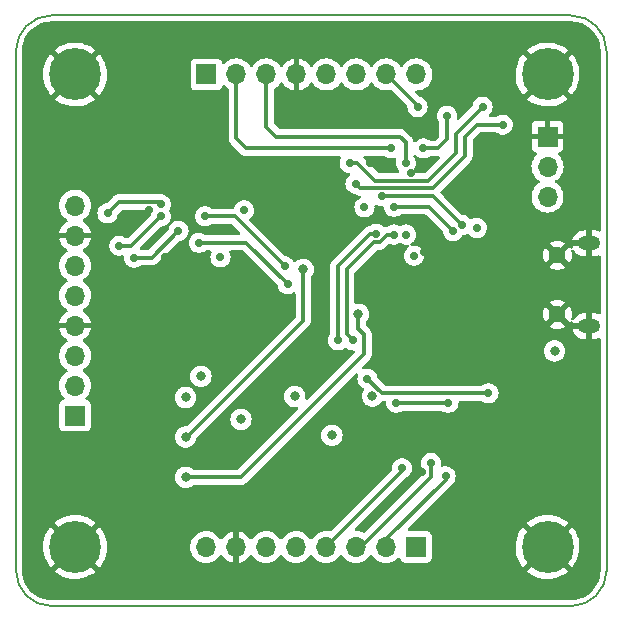
<source format=gbl>
%TF.GenerationSoftware,KiCad,Pcbnew,(6.0.9)*%
%TF.CreationDate,2022-12-06T19:37:18-05:00*%
%TF.ProjectId,cdh-devkit,6364682d-6465-4766-9b69-742e6b696361,rev?*%
%TF.SameCoordinates,Original*%
%TF.FileFunction,Copper,L4,Bot*%
%TF.FilePolarity,Positive*%
%FSLAX46Y46*%
G04 Gerber Fmt 4.6, Leading zero omitted, Abs format (unit mm)*
G04 Created by KiCad (PCBNEW (6.0.9)) date 2022-12-06 19:37:18*
%MOMM*%
%LPD*%
G01*
G04 APERTURE LIST*
%TA.AperFunction,Profile*%
%ADD10C,0.200000*%
%TD*%
%TA.AperFunction,ComponentPad*%
%ADD11R,1.700000X1.700000*%
%TD*%
%TA.AperFunction,ComponentPad*%
%ADD12O,1.700000X1.700000*%
%TD*%
%TA.AperFunction,ComponentPad*%
%ADD13C,4.400000*%
%TD*%
%TA.AperFunction,ComponentPad*%
%ADD14O,1.900000X1.200000*%
%TD*%
%TA.AperFunction,ComponentPad*%
%ADD15C,1.450000*%
%TD*%
%TA.AperFunction,ViaPad*%
%ADD16C,0.800000*%
%TD*%
%TA.AperFunction,ViaPad*%
%ADD17C,0.700000*%
%TD*%
%TA.AperFunction,Conductor*%
%ADD18C,0.300000*%
%TD*%
G04 APERTURE END LIST*
D10*
X67000000Y-70000000D02*
G75*
G03*
X70000000Y-67000000I0J3000000D01*
G01*
X20000000Y-67000000D02*
X20000000Y-23000000D01*
X70000000Y-23000000D02*
X70000000Y-67000000D01*
X23000000Y-20000000D02*
G75*
G03*
X20000000Y-23000000I0J-3000000D01*
G01*
X20000000Y-67000000D02*
G75*
G03*
X23000000Y-70000000I3000000J0D01*
G01*
X23000000Y-20000000D02*
X67000000Y-20000000D01*
X70000000Y-23000000D02*
G75*
G03*
X67000000Y-20000000I-3000000J0D01*
G01*
X67000000Y-70000000D02*
X23000000Y-70000000D01*
D11*
%TO.P,J3,1,Pin_1*%
%TO.N,+3.3V*%
X53875000Y-65000000D03*
D12*
%TO.P,J3,2,Pin_2*%
%TO.N,GPIO_1*%
X51335000Y-65000000D03*
%TO.P,J3,3,Pin_3*%
%TO.N,GPIO_2*%
X48795000Y-65000000D03*
%TO.P,J3,4,Pin_4*%
%TO.N,GPIO_3*%
X46255000Y-65000000D03*
%TO.P,J3,5,Pin_5*%
%TO.N,GPIO_4*%
X43715000Y-65000000D03*
%TO.P,J3,6,Pin_6*%
%TO.N,GPIO_5*%
X41175000Y-65000000D03*
%TO.P,J3,7,Pin_7*%
%TO.N,GND*%
X38635000Y-65000000D03*
%TO.P,J3,8,Pin_8*%
%TO.N,+3.3V*%
X36095000Y-65000000D03*
%TD*%
D11*
%TO.P,J2,1,Pin_1*%
%TO.N,+3.3V*%
X36125000Y-25000000D03*
D12*
%TO.P,J2,2,Pin_2*%
%TO.N,I2C_SCL*%
X38665000Y-25000000D03*
%TO.P,J2,3,Pin_3*%
%TO.N,I2C_SDA*%
X41205000Y-25000000D03*
%TO.P,J2,4,Pin_4*%
%TO.N,GND*%
X43745000Y-25000000D03*
%TO.P,J2,5,Pin_5*%
%TO.N,SPI_MOSI*%
X46285000Y-25000000D03*
%TO.P,J2,6,Pin_6*%
%TO.N,SPI_MISO*%
X48825000Y-25000000D03*
%TO.P,J2,7,Pin_7*%
%TO.N,SPI_SCK*%
X51365000Y-25000000D03*
%TO.P,J2,8,Pin_8*%
%TO.N,+3.3V*%
X53905000Y-25000000D03*
%TD*%
D13*
%TO.P,H3,1,1*%
%TO.N,GND*%
X25000000Y-65000000D03*
%TD*%
D14*
%TO.P,J4,6,Shield*%
%TO.N,GND*%
X68537500Y-39300000D03*
X68537500Y-46300000D03*
D15*
X65837500Y-45300000D03*
X65837500Y-40300000D03*
%TD*%
D11*
%TO.P,J1,1,Pin_1*%
%TO.N,+3.3V*%
X25000000Y-53875000D03*
D12*
%TO.P,J1,2,Pin_2*%
%TO.N,UART_TX*%
X25000000Y-51335000D03*
%TO.P,J1,3,Pin_3*%
%TO.N,UART_RX*%
X25000000Y-48795000D03*
%TO.P,J1,4,Pin_4*%
%TO.N,GND*%
X25000000Y-46255000D03*
%TO.P,J1,5,Pin_5*%
%TO.N,CAN_TX*%
X25000000Y-43715000D03*
%TO.P,J1,6,Pin_6*%
%TO.N,CAN_RX*%
X25000000Y-41175000D03*
%TO.P,J1,7,Pin_7*%
%TO.N,GND*%
X25000000Y-38635000D03*
%TO.P,J1,8,Pin_8*%
%TO.N,+3.3V*%
X25000000Y-36095000D03*
%TD*%
D13*
%TO.P,H1,1,1*%
%TO.N,GND*%
X25000000Y-25000000D03*
%TD*%
D11*
%TO.P,J5,1,Pin_1*%
%TO.N,GND*%
X65000000Y-30250000D03*
D12*
%TO.P,J5,2,Pin_2*%
%TO.N,SWCLK*%
X65000000Y-32790000D03*
%TO.P,J5,3,Pin_3*%
%TO.N,SWDIO*%
X65000000Y-35330000D03*
%TD*%
D13*
%TO.P,H4,1,1*%
%TO.N,GND*%
X65000000Y-65000000D03*
%TD*%
%TO.P,H2,1,1*%
%TO.N,GND*%
X65000000Y-25000000D03*
%TD*%
D16*
%TO.N,GND*%
X34000000Y-51000000D03*
X32000000Y-51000000D03*
X30000000Y-51000000D03*
X28000000Y-53200000D03*
X28000000Y-55400000D03*
X28000000Y-57600000D03*
X28000000Y-59800000D03*
X28000000Y-62000000D03*
X30000000Y-62000000D03*
X32000000Y-62000000D03*
X34000000Y-62000000D03*
X36000000Y-62000000D03*
X38000000Y-62000000D03*
X40000000Y-62000000D03*
X42000000Y-62000000D03*
X44000000Y-62000000D03*
X46000000Y-62000000D03*
X56000000Y-62000000D03*
X58000000Y-62000000D03*
X59000000Y-61000000D03*
X60000000Y-60000000D03*
X60000000Y-58000000D03*
X41000000Y-33000000D03*
X36000000Y-33000000D03*
X34000000Y-33000000D03*
X32000000Y-33000000D03*
X30000000Y-33000000D03*
X28000000Y-33000000D03*
X27000000Y-34000000D03*
X32000000Y-47000000D03*
X28000000Y-51000000D03*
X29000000Y-50000000D03*
X30000000Y-49000000D03*
X31000000Y-48000000D03*
X66000000Y-38000000D03*
X61000000Y-38000000D03*
X64000000Y-40000000D03*
X64000000Y-38000000D03*
X62000000Y-37000000D03*
X62000000Y-35000000D03*
X61000000Y-34000000D03*
X45000000Y-33000000D03*
X45000000Y-35000000D03*
X45000000Y-37000000D03*
D17*
%TO.N,+3.3V*%
X37304999Y-40470000D03*
D16*
X39050000Y-54200000D03*
X43600000Y-52250000D03*
D17*
X49500000Y-36250000D03*
X53000000Y-38550500D03*
D16*
X35650000Y-50550000D03*
X65600000Y-48400000D03*
X46750000Y-55550000D03*
D17*
X59000000Y-38000000D03*
D16*
X50170023Y-52229977D03*
D17*
X53690105Y-40345758D03*
X39300000Y-36500000D03*
D16*
X34360000Y-52340000D03*
D17*
%TO.N,GND*%
X32590000Y-43773000D03*
D16*
X41500000Y-35050000D03*
D17*
X37304999Y-45975000D03*
X31250000Y-36500000D03*
X32590000Y-41571000D03*
X32590000Y-45975000D03*
X41550000Y-53250000D03*
X36126247Y-45970000D03*
X53200000Y-45950000D03*
X54380000Y-58640000D03*
D16*
X43600000Y-59350000D03*
D17*
X32590000Y-44874000D03*
X33768749Y-45970000D03*
X53450000Y-33300500D03*
X36126247Y-40470000D03*
X50000000Y-32500000D03*
X58000000Y-27750000D03*
D16*
X62350000Y-42050000D03*
D17*
X52250000Y-44050000D03*
X32590000Y-42672000D03*
X34947498Y-45970000D03*
X34947498Y-40470000D03*
X52250000Y-45950000D03*
X32590000Y-40470000D03*
X48000000Y-27500000D03*
X54520500Y-40000000D03*
D16*
X47050000Y-52650000D03*
D17*
X53200000Y-44050000D03*
X51250000Y-27250000D03*
X33768749Y-40470000D03*
%TO.N,Net-(C11-Pad1)*%
X60000000Y-52000000D03*
X49750000Y-50750000D03*
%TO.N,UART_TX*%
X33750000Y-38250000D03*
X43000000Y-42750000D03*
X30000000Y-40500000D03*
X35500000Y-39250000D03*
%TO.N,UART_RX*%
X28750000Y-39500000D03*
X36000000Y-37000000D03*
X32250000Y-37000000D03*
X42750000Y-41250000D03*
%TO.N,CAN_TX*%
X27750000Y-36750000D03*
X32250000Y-36000000D03*
%TO.N,SPI_SCK*%
X48750000Y-34250000D03*
X61200000Y-29250500D03*
X54000000Y-27750000D03*
%TO.N,SPI_MISO*%
X48250000Y-32500000D03*
X59500000Y-27750000D03*
%TO.N,I2C_SDA*%
X57000000Y-38250000D03*
X52000000Y-36200000D03*
X48500000Y-47500000D03*
X52000000Y-38550500D03*
X53000000Y-32500000D03*
%TO.N,I2C_SCL*%
X50500000Y-38500000D03*
X57750000Y-37750000D03*
X47250000Y-47500000D03*
X51000000Y-35300000D03*
X51750000Y-31250000D03*
%TO.N,SWCLK*%
X56500000Y-28500000D03*
X54500000Y-31250000D03*
%TO.N,GPIO_1*%
X56370000Y-59030000D03*
%TO.N,GPIO_2*%
X55120000Y-57900000D03*
%TO.N,GPIO_3*%
X52663696Y-58340863D03*
%TO.N,GPIO_5*%
X56600000Y-52800000D03*
X52200500Y-52800000D03*
D16*
%TO.N,/USB_NOE*%
X48990000Y-45310000D03*
X34360000Y-59100000D03*
%TO.N,/GPIO_LED*%
X44320000Y-41510000D03*
X34360000Y-55690000D03*
%TD*%
D18*
%TO.N,Net-(C11-Pad1)*%
X51000000Y-52000000D02*
X49750000Y-50750000D01*
X60000000Y-52000000D02*
X51000000Y-52000000D01*
%TO.N,UART_TX*%
X31500000Y-40500000D02*
X30000000Y-40500000D01*
X43000000Y-42750000D02*
X39500000Y-39250000D01*
X33750000Y-38250000D02*
X31500000Y-40500000D01*
X39500000Y-39250000D02*
X35500000Y-39250000D01*
%TO.N,UART_RX*%
X38500000Y-37000000D02*
X36000000Y-37000000D01*
X29750000Y-39500000D02*
X28750000Y-39500000D01*
X42750000Y-41250000D02*
X38500000Y-37000000D01*
X32250000Y-37000000D02*
X29750000Y-39500000D01*
%TO.N,CAN_TX*%
X28700000Y-35800000D02*
X27750000Y-36750000D01*
X32050000Y-35800000D02*
X28700000Y-35800000D01*
X32250000Y-36000000D02*
X32050000Y-35800000D01*
%TO.N,SPI_SCK*%
X54000000Y-27750000D02*
X54000000Y-27635000D01*
X58000000Y-31900000D02*
X55300000Y-34600000D01*
X58999500Y-29250500D02*
X58000000Y-30250000D01*
X55300000Y-34600000D02*
X49100000Y-34600000D01*
X49100000Y-34600000D02*
X48750000Y-34250000D01*
X58000000Y-30250000D02*
X58000000Y-31900000D01*
X61200000Y-29250500D02*
X58999500Y-29250500D01*
X54000000Y-27635000D02*
X51365000Y-25000000D01*
%TO.N,SPI_MISO*%
X48900000Y-32500000D02*
X50400000Y-34000000D01*
X50400000Y-34000000D02*
X54900000Y-34000000D01*
X54900000Y-34000000D02*
X57250000Y-31650000D01*
X57250000Y-31650000D02*
X57250000Y-30000000D01*
X57250000Y-30000000D02*
X59500000Y-27750000D01*
X48250000Y-32500000D02*
X48900000Y-32500000D01*
%TO.N,I2C_SDA*%
X51439450Y-38550500D02*
X50789950Y-39200000D01*
X41205000Y-29455000D02*
X41205000Y-25000000D01*
X53000000Y-32500000D02*
X53000000Y-30750000D01*
X48000000Y-41500000D02*
X48000000Y-47000000D01*
X52000000Y-36200000D02*
X54950000Y-36200000D01*
X52500000Y-30250000D02*
X42000000Y-30250000D01*
X42000000Y-30250000D02*
X41205000Y-29455000D01*
X48000000Y-47000000D02*
X48500000Y-47500000D01*
X50789950Y-39200000D02*
X50300000Y-39200000D01*
X50300000Y-39200000D02*
X48000000Y-41500000D01*
X52000000Y-38550500D02*
X51439450Y-38550500D01*
X53000000Y-30750000D02*
X52500000Y-30250000D01*
X54950000Y-36200000D02*
X57000000Y-38250000D01*
%TO.N,I2C_SCL*%
X50500000Y-38500000D02*
X50000000Y-38500000D01*
X38665000Y-30415000D02*
X38665000Y-25000000D01*
X51750000Y-31250000D02*
X39500000Y-31250000D01*
X47250000Y-41250000D02*
X47250000Y-47500000D01*
X39500000Y-31250000D02*
X38665000Y-30415000D01*
X51000000Y-35300000D02*
X55300000Y-35300000D01*
X50000000Y-38500000D02*
X47250000Y-41250000D01*
X55300000Y-35300000D02*
X57750000Y-37750000D01*
%TO.N,SWCLK*%
X56500000Y-30500000D02*
X55750000Y-31250000D01*
X56500000Y-28500000D02*
X56500000Y-30500000D01*
X55750000Y-31250000D02*
X54500000Y-31250000D01*
%TO.N,GPIO_1*%
X56370000Y-59030000D02*
X56370000Y-59330000D01*
X51335000Y-64365000D02*
X51335000Y-65000000D01*
X56370000Y-59330000D02*
X51335000Y-64365000D01*
%TO.N,GPIO_2*%
X48795000Y-65000000D02*
X49180000Y-65000000D01*
X55120000Y-59060000D02*
X55120000Y-57900000D01*
X49180000Y-65000000D02*
X55120000Y-59060000D01*
%TO.N,GPIO_3*%
X52663696Y-58591304D02*
X46255000Y-65000000D01*
X52663696Y-58340863D02*
X52663696Y-58591304D01*
%TO.N,GPIO_5*%
X52200500Y-52800000D02*
X56600000Y-52800000D01*
%TO.N,/USB_NOE*%
X39040000Y-59100000D02*
X49460000Y-48680000D01*
X49460000Y-47010000D02*
X49460000Y-48680000D01*
X48990000Y-46540000D02*
X49460000Y-47010000D01*
X48990000Y-45310000D02*
X48990000Y-46540000D01*
X39040000Y-59100000D02*
X34490000Y-59100000D01*
%TO.N,/GPIO_LED*%
X44320000Y-45840000D02*
X44320000Y-41510000D01*
X34470000Y-55690000D02*
X44320000Y-45840000D01*
%TD*%
%TA.AperFunction,Conductor*%
%TO.N,GND*%
G36*
X66970489Y-20501976D02*
G01*
X66985093Y-20504250D01*
X66985095Y-20504250D01*
X66993823Y-20505609D01*
X67010745Y-20503396D01*
X67034310Y-20502575D01*
X67293796Y-20518271D01*
X67308658Y-20520076D01*
X67590798Y-20571780D01*
X67605332Y-20575363D01*
X67863767Y-20655894D01*
X67879169Y-20660694D01*
X67893169Y-20666003D01*
X68154737Y-20783725D01*
X68167996Y-20790684D01*
X68413460Y-20939072D01*
X68425783Y-20947578D01*
X68651573Y-21124473D01*
X68662781Y-21134403D01*
X68865597Y-21337219D01*
X68875527Y-21348427D01*
X69052422Y-21574217D01*
X69060928Y-21586540D01*
X69209316Y-21832004D01*
X69216275Y-21845263D01*
X69333997Y-22106831D01*
X69339306Y-22120831D01*
X69419346Y-22377686D01*
X69424636Y-22394663D01*
X69428220Y-22409202D01*
X69479924Y-22691340D01*
X69481729Y-22706202D01*
X69495521Y-22934216D01*
X69496994Y-22958573D01*
X69495752Y-22984948D01*
X69495750Y-22985092D01*
X69494391Y-22993823D01*
X69495537Y-23002585D01*
X69498453Y-23024886D01*
X69499500Y-23040964D01*
X69499500Y-38176998D01*
X69479815Y-38244037D01*
X69427011Y-38289792D01*
X69357853Y-38299736D01*
X69329149Y-38292009D01*
X69206818Y-38242709D01*
X69195540Y-38239368D01*
X68999710Y-38201126D01*
X68990985Y-38200066D01*
X68988295Y-38200000D01*
X68805330Y-38200000D01*
X68790331Y-38204404D01*
X68789144Y-38205774D01*
X68787500Y-38213332D01*
X68787500Y-40382170D01*
X68791904Y-40397169D01*
X68793274Y-40398356D01*
X68800832Y-40400000D01*
X68936986Y-40400000D01*
X68942899Y-40399718D01*
X69090571Y-40385629D01*
X69102114Y-40383407D01*
X69292205Y-40327641D01*
X69303109Y-40323279D01*
X69318724Y-40315237D01*
X69387336Y-40302041D01*
X69452191Y-40328035D01*
X69492696Y-40384966D01*
X69499500Y-40425475D01*
X69499500Y-45176998D01*
X69479815Y-45244037D01*
X69427011Y-45289792D01*
X69357853Y-45299736D01*
X69329149Y-45292009D01*
X69206818Y-45242709D01*
X69195540Y-45239368D01*
X68999710Y-45201126D01*
X68990985Y-45200066D01*
X68988295Y-45200000D01*
X68805330Y-45200000D01*
X68790331Y-45204404D01*
X68789144Y-45205774D01*
X68787500Y-45213332D01*
X68787500Y-47382170D01*
X68791904Y-47397169D01*
X68793274Y-47398356D01*
X68800832Y-47400000D01*
X68936986Y-47400000D01*
X68942899Y-47399718D01*
X69090571Y-47385629D01*
X69102114Y-47383407D01*
X69292205Y-47327641D01*
X69303109Y-47323279D01*
X69318724Y-47315237D01*
X69387336Y-47302041D01*
X69452191Y-47328035D01*
X69492696Y-47384966D01*
X69499500Y-47425475D01*
X69499500Y-66951413D01*
X69498024Y-66970489D01*
X69494391Y-66993823D01*
X69495537Y-67002584D01*
X69496604Y-67010745D01*
X69497425Y-67034311D01*
X69481729Y-67293794D01*
X69479924Y-67308659D01*
X69428220Y-67590798D01*
X69424637Y-67605332D01*
X69344106Y-67863767D01*
X69339306Y-67879169D01*
X69333997Y-67893169D01*
X69216275Y-68154737D01*
X69209316Y-68167996D01*
X69060928Y-68413460D01*
X69052422Y-68425783D01*
X68875527Y-68651573D01*
X68865597Y-68662781D01*
X68662781Y-68865597D01*
X68651573Y-68875527D01*
X68425783Y-69052422D01*
X68413460Y-69060928D01*
X68167996Y-69209316D01*
X68154737Y-69216275D01*
X67893169Y-69333997D01*
X67879169Y-69339306D01*
X67605332Y-69424637D01*
X67590798Y-69428220D01*
X67308656Y-69479924D01*
X67293798Y-69481729D01*
X67041425Y-69496994D01*
X67015052Y-69495752D01*
X67014908Y-69495750D01*
X67006177Y-69494391D01*
X66975114Y-69498453D01*
X66959036Y-69499500D01*
X23048587Y-69499500D01*
X23029511Y-69498024D01*
X23014907Y-69495750D01*
X23014905Y-69495750D01*
X23006177Y-69494391D01*
X22989779Y-69496536D01*
X22989255Y-69496604D01*
X22965690Y-69497425D01*
X22706204Y-69481729D01*
X22691341Y-69479924D01*
X22682005Y-69478213D01*
X22409202Y-69428220D01*
X22394668Y-69424637D01*
X22120831Y-69339306D01*
X22106831Y-69333997D01*
X21845263Y-69216275D01*
X21832004Y-69209316D01*
X21586540Y-69060928D01*
X21574217Y-69052422D01*
X21348427Y-68875527D01*
X21337219Y-68865597D01*
X21134403Y-68662781D01*
X21124473Y-68651573D01*
X20947578Y-68425783D01*
X20939072Y-68413460D01*
X20790684Y-68167996D01*
X20783725Y-68154737D01*
X20666003Y-67893169D01*
X20660694Y-67879169D01*
X20655894Y-67863767D01*
X20575363Y-67605332D01*
X20571780Y-67590798D01*
X20520076Y-67308659D01*
X20518271Y-67293794D01*
X20505231Y-67078206D01*
X23281168Y-67078206D01*
X23288571Y-67088469D01*
X23430180Y-67202531D01*
X23436249Y-67206843D01*
X23706139Y-67375161D01*
X23712709Y-67378728D01*
X24000861Y-67513403D01*
X24007798Y-67516149D01*
X24310052Y-67615233D01*
X24317263Y-67617125D01*
X24629238Y-67679181D01*
X24636616Y-67680192D01*
X24953787Y-67704318D01*
X24961250Y-67704435D01*
X25279003Y-67690284D01*
X25286436Y-67689502D01*
X25600191Y-67637279D01*
X25607463Y-67635614D01*
X25912683Y-67546072D01*
X25919693Y-67543548D01*
X26211949Y-67417986D01*
X26218609Y-67414636D01*
X26493652Y-67254878D01*
X26499868Y-67250748D01*
X26712047Y-67090569D01*
X26720368Y-67079358D01*
X26719736Y-67078206D01*
X63281168Y-67078206D01*
X63288571Y-67088469D01*
X63430180Y-67202531D01*
X63436249Y-67206843D01*
X63706139Y-67375161D01*
X63712709Y-67378728D01*
X64000861Y-67513403D01*
X64007798Y-67516149D01*
X64310052Y-67615233D01*
X64317263Y-67617125D01*
X64629238Y-67679181D01*
X64636616Y-67680192D01*
X64953787Y-67704318D01*
X64961250Y-67704435D01*
X65279003Y-67690284D01*
X65286436Y-67689502D01*
X65600191Y-67637279D01*
X65607463Y-67635614D01*
X65912683Y-67546072D01*
X65919693Y-67543548D01*
X66211949Y-67417986D01*
X66218609Y-67414636D01*
X66493652Y-67254878D01*
X66499868Y-67250748D01*
X66712047Y-67090569D01*
X66720368Y-67079358D01*
X66713759Y-67067312D01*
X65012607Y-65366160D01*
X64998887Y-65358668D01*
X64997081Y-65358797D01*
X64990574Y-65362979D01*
X63288169Y-67065384D01*
X63281168Y-67078206D01*
X26719736Y-67078206D01*
X26713759Y-67067312D01*
X25012607Y-65366160D01*
X24998887Y-65358668D01*
X24997081Y-65358797D01*
X24990574Y-65362979D01*
X23288169Y-67065384D01*
X23281168Y-67078206D01*
X20505231Y-67078206D01*
X20503225Y-67045044D01*
X20504458Y-67021866D01*
X20504274Y-67021850D01*
X20504702Y-67017071D01*
X20505496Y-67012354D01*
X20505647Y-67000000D01*
X20504763Y-66993823D01*
X20501752Y-66972802D01*
X20500500Y-66955223D01*
X20500500Y-64975399D01*
X22295398Y-64975399D01*
X22311214Y-65293095D01*
X22312033Y-65300506D01*
X22365899Y-65613988D01*
X22367604Y-65621258D01*
X22458740Y-65925996D01*
X22461305Y-65933005D01*
X22588394Y-66224593D01*
X22591774Y-66231228D01*
X22752978Y-66505444D01*
X22757141Y-66511638D01*
X22909795Y-66711663D01*
X22921138Y-66719991D01*
X22933010Y-66713437D01*
X24633840Y-65012607D01*
X24640116Y-65001113D01*
X25358668Y-65001113D01*
X25358797Y-65002919D01*
X25362979Y-65009426D01*
X27065264Y-66711711D01*
X27078177Y-66718762D01*
X27088314Y-66711490D01*
X27194277Y-66581335D01*
X27198628Y-66575278D01*
X27368359Y-66306272D01*
X27371952Y-66299738D01*
X27508138Y-66012283D01*
X27510920Y-66005362D01*
X27611581Y-65703642D01*
X27613516Y-65696423D01*
X27677202Y-65384789D01*
X27678253Y-65377406D01*
X27704165Y-65058828D01*
X27704365Y-65054456D01*
X27704912Y-65002208D01*
X27704857Y-65000000D01*
X34739341Y-65000000D01*
X34759937Y-65235408D01*
X34821097Y-65463663D01*
X34823384Y-65468567D01*
X34823386Y-65468573D01*
X34891195Y-65613988D01*
X34920965Y-65677829D01*
X34924072Y-65682266D01*
X34924073Y-65682268D01*
X35053399Y-65866966D01*
X35053403Y-65866970D01*
X35056505Y-65871401D01*
X35223599Y-66038495D01*
X35417170Y-66174035D01*
X35631337Y-66273903D01*
X35684807Y-66288230D01*
X35854366Y-66333663D01*
X35854369Y-66333664D01*
X35859592Y-66335063D01*
X35864979Y-66335534D01*
X35864983Y-66335535D01*
X36089605Y-66355187D01*
X36095000Y-66355659D01*
X36100395Y-66355187D01*
X36325017Y-66335535D01*
X36325021Y-66335534D01*
X36330408Y-66335063D01*
X36335631Y-66333664D01*
X36335634Y-66333663D01*
X36505193Y-66288230D01*
X36558663Y-66273903D01*
X36772830Y-66174035D01*
X36966401Y-66038495D01*
X37133495Y-65871401D01*
X37136597Y-65866970D01*
X37136601Y-65866966D01*
X37226001Y-65739288D01*
X37263731Y-65685404D01*
X37318307Y-65641780D01*
X37387805Y-65634586D01*
X37450160Y-65666109D01*
X37466880Y-65685404D01*
X37593788Y-65866648D01*
X37600719Y-65874907D01*
X37760091Y-66034279D01*
X37768357Y-66041215D01*
X37952992Y-66170498D01*
X37962324Y-66175886D01*
X38166603Y-66271143D01*
X38176736Y-66274832D01*
X38367779Y-66326022D01*
X38381653Y-66325691D01*
X38385000Y-66317875D01*
X38385000Y-66312806D01*
X38885000Y-66312806D01*
X38888910Y-66326123D01*
X38897326Y-66327333D01*
X39093264Y-66274832D01*
X39103397Y-66271143D01*
X39307676Y-66175886D01*
X39317008Y-66170498D01*
X39501643Y-66041215D01*
X39509909Y-66034279D01*
X39669281Y-65874907D01*
X39676212Y-65866648D01*
X39803120Y-65685404D01*
X39857697Y-65641780D01*
X39927196Y-65634587D01*
X39989550Y-65666109D01*
X40006269Y-65685403D01*
X40043999Y-65739288D01*
X40133399Y-65866966D01*
X40133403Y-65866970D01*
X40136505Y-65871401D01*
X40303599Y-66038495D01*
X40497170Y-66174035D01*
X40711337Y-66273903D01*
X40764807Y-66288230D01*
X40934366Y-66333663D01*
X40934369Y-66333664D01*
X40939592Y-66335063D01*
X40944979Y-66335534D01*
X40944983Y-66335535D01*
X41169605Y-66355187D01*
X41175000Y-66355659D01*
X41180395Y-66355187D01*
X41405017Y-66335535D01*
X41405021Y-66335534D01*
X41410408Y-66335063D01*
X41415631Y-66333664D01*
X41415634Y-66333663D01*
X41585193Y-66288230D01*
X41638663Y-66273903D01*
X41852830Y-66174035D01*
X42046401Y-66038495D01*
X42213495Y-65871401D01*
X42216597Y-65866970D01*
X42216601Y-65866966D01*
X42343425Y-65685841D01*
X42398002Y-65642216D01*
X42467500Y-65635022D01*
X42529855Y-65666545D01*
X42546575Y-65685841D01*
X42673399Y-65866966D01*
X42673403Y-65866970D01*
X42676505Y-65871401D01*
X42843599Y-66038495D01*
X43037170Y-66174035D01*
X43251337Y-66273903D01*
X43304807Y-66288230D01*
X43474366Y-66333663D01*
X43474369Y-66333664D01*
X43479592Y-66335063D01*
X43484979Y-66335534D01*
X43484983Y-66335535D01*
X43709605Y-66355187D01*
X43715000Y-66355659D01*
X43720395Y-66355187D01*
X43945017Y-66335535D01*
X43945021Y-66335534D01*
X43950408Y-66335063D01*
X43955631Y-66333664D01*
X43955634Y-66333663D01*
X44125193Y-66288230D01*
X44178663Y-66273903D01*
X44392830Y-66174035D01*
X44586401Y-66038495D01*
X44753495Y-65871401D01*
X44756597Y-65866970D01*
X44756601Y-65866966D01*
X44883425Y-65685841D01*
X44938002Y-65642216D01*
X45007500Y-65635022D01*
X45069855Y-65666545D01*
X45086575Y-65685841D01*
X45213399Y-65866966D01*
X45213403Y-65866970D01*
X45216505Y-65871401D01*
X45383599Y-66038495D01*
X45577170Y-66174035D01*
X45791337Y-66273903D01*
X45844807Y-66288230D01*
X46014366Y-66333663D01*
X46014369Y-66333664D01*
X46019592Y-66335063D01*
X46024979Y-66335534D01*
X46024983Y-66335535D01*
X46249605Y-66355187D01*
X46255000Y-66355659D01*
X46260395Y-66355187D01*
X46485017Y-66335535D01*
X46485021Y-66335534D01*
X46490408Y-66335063D01*
X46495631Y-66333664D01*
X46495634Y-66333663D01*
X46665193Y-66288230D01*
X46718663Y-66273903D01*
X46932830Y-66174035D01*
X47126401Y-66038495D01*
X47293495Y-65871401D01*
X47296597Y-65866970D01*
X47296601Y-65866966D01*
X47423425Y-65685841D01*
X47478002Y-65642216D01*
X47547500Y-65635022D01*
X47609855Y-65666545D01*
X47626575Y-65685841D01*
X47753399Y-65866966D01*
X47753403Y-65866970D01*
X47756505Y-65871401D01*
X47923599Y-66038495D01*
X48117170Y-66174035D01*
X48331337Y-66273903D01*
X48384807Y-66288230D01*
X48554366Y-66333663D01*
X48554369Y-66333664D01*
X48559592Y-66335063D01*
X48564979Y-66335534D01*
X48564983Y-66335535D01*
X48789605Y-66355187D01*
X48795000Y-66355659D01*
X48800395Y-66355187D01*
X49025017Y-66335535D01*
X49025021Y-66335534D01*
X49030408Y-66335063D01*
X49035631Y-66333664D01*
X49035634Y-66333663D01*
X49205193Y-66288230D01*
X49258663Y-66273903D01*
X49472830Y-66174035D01*
X49666401Y-66038495D01*
X49833495Y-65871401D01*
X49836597Y-65866970D01*
X49836601Y-65866966D01*
X49963425Y-65685841D01*
X50018002Y-65642216D01*
X50087500Y-65635022D01*
X50149855Y-65666545D01*
X50166575Y-65685841D01*
X50293399Y-65866966D01*
X50293403Y-65866970D01*
X50296505Y-65871401D01*
X50463599Y-66038495D01*
X50657170Y-66174035D01*
X50871337Y-66273903D01*
X50924807Y-66288230D01*
X51094366Y-66333663D01*
X51094369Y-66333664D01*
X51099592Y-66335063D01*
X51104979Y-66335534D01*
X51104983Y-66335535D01*
X51329605Y-66355187D01*
X51335000Y-66355659D01*
X51340395Y-66355187D01*
X51565017Y-66335535D01*
X51565021Y-66335534D01*
X51570408Y-66335063D01*
X51575631Y-66333664D01*
X51575634Y-66333663D01*
X51745193Y-66288230D01*
X51798663Y-66273903D01*
X52012830Y-66174035D01*
X52206401Y-66038495D01*
X52328207Y-65916689D01*
X52389530Y-65883204D01*
X52459222Y-65888188D01*
X52515155Y-65930060D01*
X52531997Y-65960842D01*
X52581474Y-66092824D01*
X52667454Y-66207546D01*
X52674519Y-66212841D01*
X52775109Y-66288230D01*
X52775111Y-66288231D01*
X52782176Y-66293526D01*
X52790444Y-66296626D01*
X52790445Y-66296626D01*
X52816176Y-66306272D01*
X52916420Y-66343851D01*
X52977623Y-66350500D01*
X53874866Y-66350500D01*
X54772376Y-66350499D01*
X54833580Y-66343851D01*
X54967824Y-66293526D01*
X54974889Y-66288231D01*
X54974891Y-66288230D01*
X55075481Y-66212841D01*
X55082546Y-66207546D01*
X55168526Y-66092824D01*
X55218851Y-65958580D01*
X55225500Y-65897377D01*
X55225499Y-64975399D01*
X62295398Y-64975399D01*
X62311214Y-65293095D01*
X62312033Y-65300506D01*
X62365899Y-65613988D01*
X62367604Y-65621258D01*
X62458740Y-65925996D01*
X62461305Y-65933005D01*
X62588394Y-66224593D01*
X62591774Y-66231228D01*
X62752978Y-66505444D01*
X62757141Y-66511638D01*
X62909795Y-66711663D01*
X62921138Y-66719991D01*
X62933010Y-66713437D01*
X64633840Y-65012607D01*
X64640116Y-65001113D01*
X65358668Y-65001113D01*
X65358797Y-65002919D01*
X65362979Y-65009426D01*
X67065264Y-66711711D01*
X67078177Y-66718762D01*
X67088314Y-66711490D01*
X67194277Y-66581335D01*
X67198628Y-66575278D01*
X67368359Y-66306272D01*
X67371952Y-66299738D01*
X67508138Y-66012283D01*
X67510920Y-66005362D01*
X67611581Y-65703642D01*
X67613516Y-65696423D01*
X67677202Y-65384789D01*
X67678253Y-65377406D01*
X67704165Y-65058828D01*
X67704365Y-65054456D01*
X67704912Y-65002208D01*
X67704802Y-64997795D01*
X67685569Y-64678774D01*
X67684671Y-64671356D01*
X67627526Y-64358460D01*
X67625746Y-64351212D01*
X67531424Y-64047445D01*
X67528787Y-64040465D01*
X67398654Y-63750229D01*
X67395192Y-63743607D01*
X67231135Y-63471109D01*
X67226912Y-63464964D01*
X67089635Y-63288941D01*
X67078030Y-63280606D01*
X67066505Y-63287048D01*
X65366160Y-64987393D01*
X65358668Y-65001113D01*
X64640116Y-65001113D01*
X64641332Y-64998887D01*
X64641203Y-64997081D01*
X64637021Y-64990574D01*
X62934442Y-63287995D01*
X62921714Y-63281045D01*
X62911320Y-63288584D01*
X62789288Y-63441724D01*
X62784992Y-63447837D01*
X62618089Y-63718605D01*
X62614572Y-63725163D01*
X62481401Y-64014035D01*
X62478690Y-64020989D01*
X62381190Y-64323757D01*
X62379336Y-64330978D01*
X62318916Y-64643264D01*
X62317942Y-64650664D01*
X62295477Y-64967950D01*
X62295398Y-64975399D01*
X55225499Y-64975399D01*
X55225499Y-64102624D01*
X55218851Y-64041420D01*
X55168526Y-63907176D01*
X55082546Y-63792454D01*
X55061861Y-63776951D01*
X54974891Y-63711770D01*
X54974889Y-63711769D01*
X54967824Y-63706474D01*
X54833580Y-63656149D01*
X54772377Y-63649500D01*
X54751973Y-63649500D01*
X53269806Y-63649501D01*
X53202768Y-63629816D01*
X53157013Y-63577013D01*
X53147069Y-63507854D01*
X53176094Y-63444298D01*
X53182126Y-63437820D01*
X53698366Y-62921580D01*
X63280334Y-62921580D01*
X63286834Y-62933281D01*
X64987393Y-64633840D01*
X65001113Y-64641332D01*
X65002919Y-64641203D01*
X65009426Y-64637021D01*
X66712231Y-62934216D01*
X66719130Y-62921581D01*
X66711459Y-62911062D01*
X66546675Y-62781156D01*
X66540552Y-62776901D01*
X66268915Y-62611417D01*
X66262317Y-62607924D01*
X65972767Y-62476274D01*
X65965796Y-62473598D01*
X65662528Y-62377686D01*
X65655290Y-62375868D01*
X65342693Y-62317085D01*
X65335291Y-62316150D01*
X65017877Y-62295345D01*
X65010446Y-62295307D01*
X64692835Y-62312786D01*
X64685415Y-62313644D01*
X64372221Y-62369152D01*
X64364972Y-62370892D01*
X64060713Y-62463622D01*
X64053717Y-62466224D01*
X63762805Y-62594835D01*
X63756165Y-62598263D01*
X63482819Y-62760886D01*
X63476641Y-62765084D01*
X63288666Y-62910107D01*
X63280334Y-62921580D01*
X53698366Y-62921580D01*
X56772647Y-59847299D01*
X56781288Y-59839436D01*
X56781353Y-59839382D01*
X56787940Y-59835202D01*
X56835865Y-59784167D01*
X56838576Y-59781370D01*
X56858911Y-59761035D01*
X56861609Y-59757556D01*
X56869197Y-59748672D01*
X56900448Y-59715393D01*
X56904202Y-59708565D01*
X56904206Y-59708559D01*
X56904954Y-59707198D01*
X56906322Y-59705647D01*
X56908794Y-59702244D01*
X56909116Y-59702478D01*
X56933333Y-59675011D01*
X56932145Y-59673692D01*
X56936970Y-59669348D01*
X56942230Y-59665526D01*
X56964023Y-59641323D01*
X57057512Y-59537493D01*
X57057513Y-59537492D01*
X57061859Y-59532665D01*
X57151250Y-59377835D01*
X57206497Y-59207803D01*
X57225185Y-59030000D01*
X57206497Y-58852197D01*
X57203681Y-58843528D01*
X57169779Y-58739192D01*
X57151250Y-58682165D01*
X57061859Y-58527335D01*
X57054054Y-58518666D01*
X56946577Y-58399302D01*
X56942230Y-58394474D01*
X56797593Y-58289388D01*
X56634267Y-58216671D01*
X56607651Y-58211014D01*
X56465754Y-58180852D01*
X56465749Y-58180852D01*
X56459391Y-58179500D01*
X56280609Y-58179500D01*
X56274251Y-58180852D01*
X56274246Y-58180852D01*
X56105733Y-58216671D01*
X56105175Y-58214045D01*
X56047208Y-58215690D01*
X55987382Y-58179598D01*
X55956566Y-58116891D01*
X55957313Y-58077889D01*
X55956497Y-58077803D01*
X55974506Y-57906460D01*
X55975185Y-57900000D01*
X55956497Y-57722197D01*
X55901250Y-57552165D01*
X55811859Y-57397335D01*
X55692230Y-57264474D01*
X55547593Y-57159388D01*
X55384267Y-57086671D01*
X55357651Y-57081014D01*
X55215754Y-57050852D01*
X55215749Y-57050852D01*
X55209391Y-57049500D01*
X55030609Y-57049500D01*
X55024251Y-57050852D01*
X55024246Y-57050852D01*
X54882349Y-57081014D01*
X54855733Y-57086671D01*
X54692408Y-57159388D01*
X54547770Y-57264474D01*
X54428141Y-57397335D01*
X54338750Y-57552165D01*
X54283503Y-57722197D01*
X54264815Y-57900000D01*
X54283503Y-58077803D01*
X54285510Y-58083981D01*
X54285511Y-58083984D01*
X54309196Y-58156879D01*
X54338750Y-58247835D01*
X54428141Y-58402665D01*
X54432487Y-58407492D01*
X54432488Y-58407493D01*
X54437651Y-58413227D01*
X54467880Y-58476218D01*
X54469500Y-58496198D01*
X54469500Y-58739192D01*
X54449815Y-58806231D01*
X54433181Y-58826873D01*
X49507804Y-63752250D01*
X49446481Y-63785735D01*
X49376789Y-63780751D01*
X49367728Y-63776955D01*
X49310414Y-63750229D01*
X49263573Y-63728386D01*
X49263567Y-63728384D01*
X49258663Y-63726097D01*
X49172142Y-63702914D01*
X49035634Y-63666337D01*
X49035631Y-63666336D01*
X49030408Y-63664937D01*
X49025019Y-63664465D01*
X49025016Y-63664465D01*
X48920373Y-63655310D01*
X48816780Y-63646247D01*
X48751712Y-63620795D01*
X48710733Y-63564204D01*
X48706855Y-63494442D01*
X48739907Y-63435038D01*
X53066337Y-59108608D01*
X53074978Y-59100744D01*
X53075044Y-59100690D01*
X53081636Y-59096506D01*
X53086979Y-59090817D01*
X53086982Y-59090814D01*
X53097311Y-59079815D01*
X53114814Y-59064385D01*
X53230666Y-58980212D01*
X53230674Y-58980205D01*
X53235926Y-58976389D01*
X53341932Y-58858658D01*
X53351208Y-58848356D01*
X53351209Y-58848355D01*
X53355555Y-58843528D01*
X53444946Y-58688698D01*
X53489783Y-58550705D01*
X53498185Y-58524847D01*
X53498186Y-58524844D01*
X53500193Y-58518666D01*
X53518881Y-58340863D01*
X53500193Y-58163060D01*
X53444946Y-57993028D01*
X53355555Y-57838198D01*
X53235926Y-57705337D01*
X53091289Y-57600251D01*
X52997162Y-57558343D01*
X52933902Y-57530178D01*
X52933900Y-57530177D01*
X52927963Y-57527534D01*
X52901347Y-57521877D01*
X52759450Y-57491715D01*
X52759445Y-57491715D01*
X52753087Y-57490363D01*
X52574305Y-57490363D01*
X52567947Y-57491715D01*
X52567942Y-57491715D01*
X52426045Y-57521877D01*
X52399429Y-57527534D01*
X52236104Y-57600251D01*
X52091466Y-57705337D01*
X51971837Y-57838198D01*
X51882446Y-57993028D01*
X51827199Y-58163060D01*
X51808511Y-58340863D01*
X51819930Y-58449500D01*
X51819989Y-58450062D01*
X51807420Y-58518792D01*
X51784349Y-58550705D01*
X46682763Y-63652291D01*
X46621440Y-63685776D01*
X46562989Y-63684385D01*
X46525385Y-63674309D01*
X46495631Y-63666336D01*
X46495626Y-63666335D01*
X46490408Y-63664937D01*
X46255000Y-63644341D01*
X46249605Y-63644813D01*
X46024983Y-63664465D01*
X46024979Y-63664466D01*
X46019592Y-63664937D01*
X46014369Y-63666336D01*
X46014366Y-63666337D01*
X45877858Y-63702914D01*
X45791337Y-63726097D01*
X45786433Y-63728384D01*
X45786427Y-63728386D01*
X45660390Y-63787159D01*
X45577171Y-63825965D01*
X45572734Y-63829072D01*
X45572732Y-63829073D01*
X45388034Y-63958399D01*
X45388033Y-63958400D01*
X45383599Y-63961505D01*
X45216505Y-64128599D01*
X45213403Y-64133030D01*
X45213399Y-64133034D01*
X45086575Y-64314159D01*
X45031998Y-64357784D01*
X44962500Y-64364978D01*
X44900145Y-64333455D01*
X44883425Y-64314159D01*
X44756601Y-64133034D01*
X44756597Y-64133030D01*
X44753495Y-64128599D01*
X44586401Y-63961505D01*
X44392830Y-63825965D01*
X44178663Y-63726097D01*
X44092142Y-63702914D01*
X43955634Y-63666337D01*
X43955631Y-63666336D01*
X43950408Y-63664937D01*
X43945021Y-63664466D01*
X43945017Y-63664465D01*
X43720395Y-63644813D01*
X43715000Y-63644341D01*
X43709605Y-63644813D01*
X43484983Y-63664465D01*
X43484979Y-63664466D01*
X43479592Y-63664937D01*
X43474369Y-63666336D01*
X43474366Y-63666337D01*
X43337858Y-63702914D01*
X43251337Y-63726097D01*
X43246433Y-63728384D01*
X43246427Y-63728386D01*
X43120390Y-63787159D01*
X43037171Y-63825965D01*
X43032734Y-63829072D01*
X43032732Y-63829073D01*
X42848034Y-63958399D01*
X42848033Y-63958400D01*
X42843599Y-63961505D01*
X42676505Y-64128599D01*
X42673403Y-64133030D01*
X42673399Y-64133034D01*
X42546575Y-64314159D01*
X42491998Y-64357784D01*
X42422500Y-64364978D01*
X42360145Y-64333455D01*
X42343425Y-64314159D01*
X42216601Y-64133034D01*
X42216597Y-64133030D01*
X42213495Y-64128599D01*
X42046401Y-63961505D01*
X41852830Y-63825965D01*
X41638663Y-63726097D01*
X41552142Y-63702914D01*
X41415634Y-63666337D01*
X41415631Y-63666336D01*
X41410408Y-63664937D01*
X41405021Y-63664466D01*
X41405017Y-63664465D01*
X41180395Y-63644813D01*
X41175000Y-63644341D01*
X41169605Y-63644813D01*
X40944983Y-63664465D01*
X40944979Y-63664466D01*
X40939592Y-63664937D01*
X40934369Y-63666336D01*
X40934366Y-63666337D01*
X40797858Y-63702914D01*
X40711337Y-63726097D01*
X40706433Y-63728384D01*
X40706427Y-63728386D01*
X40580390Y-63787159D01*
X40497171Y-63825965D01*
X40492734Y-63829072D01*
X40492732Y-63829073D01*
X40308034Y-63958399D01*
X40308033Y-63958400D01*
X40303599Y-63961505D01*
X40136505Y-64128599D01*
X40133403Y-64133030D01*
X40133399Y-64133034D01*
X40006270Y-64314595D01*
X39951693Y-64358220D01*
X39882195Y-64365414D01*
X39819840Y-64333891D01*
X39803120Y-64314596D01*
X39676212Y-64133352D01*
X39669281Y-64125093D01*
X39509909Y-63965721D01*
X39501643Y-63958785D01*
X39317008Y-63829502D01*
X39307676Y-63824114D01*
X39103397Y-63728857D01*
X39093264Y-63725168D01*
X38902221Y-63673978D01*
X38888347Y-63674309D01*
X38885000Y-63682125D01*
X38885000Y-66312806D01*
X38385000Y-66312806D01*
X38385000Y-63687194D01*
X38381090Y-63673877D01*
X38372674Y-63672667D01*
X38176736Y-63725168D01*
X38166603Y-63728857D01*
X37962333Y-63824110D01*
X37952983Y-63829508D01*
X37768357Y-63958784D01*
X37760093Y-63965719D01*
X37600719Y-64125093D01*
X37593788Y-64133352D01*
X37466880Y-64314596D01*
X37412303Y-64358220D01*
X37342804Y-64365413D01*
X37280450Y-64333891D01*
X37263730Y-64314595D01*
X37136601Y-64133034D01*
X37136597Y-64133030D01*
X37133495Y-64128599D01*
X36966401Y-63961505D01*
X36772830Y-63825965D01*
X36558663Y-63726097D01*
X36472142Y-63702914D01*
X36335634Y-63666337D01*
X36335631Y-63666336D01*
X36330408Y-63664937D01*
X36325021Y-63664466D01*
X36325017Y-63664465D01*
X36100395Y-63644813D01*
X36095000Y-63644341D01*
X36089605Y-63644813D01*
X35864983Y-63664465D01*
X35864979Y-63664466D01*
X35859592Y-63664937D01*
X35854369Y-63666336D01*
X35854366Y-63666337D01*
X35717858Y-63702914D01*
X35631337Y-63726097D01*
X35626433Y-63728384D01*
X35626427Y-63728386D01*
X35500390Y-63787159D01*
X35417171Y-63825965D01*
X35412734Y-63829072D01*
X35412732Y-63829073D01*
X35228034Y-63958399D01*
X35228033Y-63958400D01*
X35223599Y-63961505D01*
X35056505Y-64128599D01*
X35053403Y-64133030D01*
X35053399Y-64133034D01*
X34926575Y-64314159D01*
X34920965Y-64322171D01*
X34918675Y-64327082D01*
X34823386Y-64531427D01*
X34823384Y-64531433D01*
X34821097Y-64536337D01*
X34819695Y-64541570D01*
X34782932Y-64678774D01*
X34759937Y-64764592D01*
X34739341Y-65000000D01*
X27704857Y-65000000D01*
X27704802Y-64997795D01*
X27685569Y-64678774D01*
X27684671Y-64671356D01*
X27627526Y-64358460D01*
X27625746Y-64351212D01*
X27531424Y-64047445D01*
X27528787Y-64040465D01*
X27398654Y-63750229D01*
X27395192Y-63743607D01*
X27231135Y-63471109D01*
X27226912Y-63464964D01*
X27089635Y-63288941D01*
X27078030Y-63280606D01*
X27066505Y-63287048D01*
X25366160Y-64987393D01*
X25358668Y-65001113D01*
X24640116Y-65001113D01*
X24641332Y-64998887D01*
X24641203Y-64997081D01*
X24637021Y-64990574D01*
X22934442Y-63287995D01*
X22921714Y-63281045D01*
X22911320Y-63288584D01*
X22789288Y-63441724D01*
X22784992Y-63447837D01*
X22618089Y-63718605D01*
X22614572Y-63725163D01*
X22481401Y-64014035D01*
X22478690Y-64020989D01*
X22381190Y-64323757D01*
X22379336Y-64330978D01*
X22318916Y-64643264D01*
X22317942Y-64650664D01*
X22295477Y-64967950D01*
X22295398Y-64975399D01*
X20500500Y-64975399D01*
X20500500Y-62921580D01*
X23280334Y-62921580D01*
X23286834Y-62933281D01*
X24987393Y-64633840D01*
X25001113Y-64641332D01*
X25002919Y-64641203D01*
X25009426Y-64637021D01*
X26712231Y-62934216D01*
X26719130Y-62921581D01*
X26711459Y-62911062D01*
X26546675Y-62781156D01*
X26540552Y-62776901D01*
X26268915Y-62611417D01*
X26262317Y-62607924D01*
X25972767Y-62476274D01*
X25965796Y-62473598D01*
X25662528Y-62377686D01*
X25655290Y-62375868D01*
X25342693Y-62317085D01*
X25335291Y-62316150D01*
X25017877Y-62295345D01*
X25010446Y-62295307D01*
X24692835Y-62312786D01*
X24685415Y-62313644D01*
X24372221Y-62369152D01*
X24364972Y-62370892D01*
X24060713Y-62463622D01*
X24053717Y-62466224D01*
X23762805Y-62594835D01*
X23756165Y-62598263D01*
X23482819Y-62760886D01*
X23476641Y-62765084D01*
X23288666Y-62910107D01*
X23280334Y-62921580D01*
X20500500Y-62921580D01*
X20500500Y-59100000D01*
X33454540Y-59100000D01*
X33474326Y-59288256D01*
X33532821Y-59468284D01*
X33627467Y-59632216D01*
X33631813Y-59637043D01*
X33631814Y-59637044D01*
X33686492Y-59697770D01*
X33754129Y-59772888D01*
X33759387Y-59776708D01*
X33759388Y-59776709D01*
X33767711Y-59782756D01*
X33907270Y-59884151D01*
X34080197Y-59961144D01*
X34148637Y-59975691D01*
X34258991Y-59999148D01*
X34258996Y-59999148D01*
X34265354Y-60000500D01*
X34454646Y-60000500D01*
X34461004Y-59999148D01*
X34461009Y-59999148D01*
X34571363Y-59975691D01*
X34639803Y-59961144D01*
X34812730Y-59884151D01*
X34952289Y-59782756D01*
X34964090Y-59774182D01*
X35036975Y-59750500D01*
X38958927Y-59750500D01*
X38970596Y-59751050D01*
X38970682Y-59751058D01*
X38978296Y-59752760D01*
X38986093Y-59752515D01*
X38986094Y-59752515D01*
X39048262Y-59750561D01*
X39052157Y-59750500D01*
X39080925Y-59750500D01*
X39085302Y-59749947D01*
X39096936Y-59749032D01*
X39142569Y-59747597D01*
X39150061Y-59745420D01*
X39150063Y-59745420D01*
X39162945Y-59741677D01*
X39181992Y-59737732D01*
X39203058Y-59735071D01*
X39210309Y-59732200D01*
X39210317Y-59732198D01*
X39245508Y-59718264D01*
X39256558Y-59714480D01*
X39300398Y-59701744D01*
X39307118Y-59697770D01*
X39318670Y-59690939D01*
X39336137Y-59682381D01*
X39355871Y-59674568D01*
X39392801Y-59647737D01*
X39402565Y-59641323D01*
X39427477Y-59626590D01*
X39441865Y-59618081D01*
X39456872Y-59603074D01*
X39471668Y-59590437D01*
X39472567Y-59589784D01*
X39488837Y-59577963D01*
X39517937Y-59542787D01*
X39525800Y-59534146D01*
X43509946Y-55550000D01*
X45844540Y-55550000D01*
X45864326Y-55738256D01*
X45922821Y-55918284D01*
X46017467Y-56082216D01*
X46144129Y-56222888D01*
X46297270Y-56334151D01*
X46470197Y-56411144D01*
X46538637Y-56425691D01*
X46648991Y-56449148D01*
X46648996Y-56449148D01*
X46655354Y-56450500D01*
X46844646Y-56450500D01*
X46851004Y-56449148D01*
X46851009Y-56449148D01*
X46961363Y-56425691D01*
X47029803Y-56411144D01*
X47202730Y-56334151D01*
X47355871Y-56222888D01*
X47482533Y-56082216D01*
X47577179Y-55918284D01*
X47635674Y-55738256D01*
X47655460Y-55550000D01*
X47635674Y-55361744D01*
X47577179Y-55181716D01*
X47560575Y-55152956D01*
X47485781Y-55023410D01*
X47482533Y-55017784D01*
X47385187Y-54909670D01*
X47360220Y-54881942D01*
X47355871Y-54877112D01*
X47202730Y-54765849D01*
X47029803Y-54688856D01*
X46961363Y-54674309D01*
X46851009Y-54650852D01*
X46851004Y-54650852D01*
X46844646Y-54649500D01*
X46655354Y-54649500D01*
X46648996Y-54650852D01*
X46648991Y-54650852D01*
X46538637Y-54674309D01*
X46470197Y-54688856D01*
X46297270Y-54765849D01*
X46144129Y-54877112D01*
X46139780Y-54881942D01*
X46114814Y-54909670D01*
X46017467Y-55017784D01*
X46014219Y-55023410D01*
X45939426Y-55152956D01*
X45922821Y-55181716D01*
X45864326Y-55361744D01*
X45844540Y-55550000D01*
X43509946Y-55550000D01*
X48753203Y-50306743D01*
X48814526Y-50273258D01*
X48884218Y-50278242D01*
X48940151Y-50320114D01*
X48964568Y-50385578D01*
X48958815Y-50432741D01*
X48913503Y-50572197D01*
X48894815Y-50750000D01*
X48913503Y-50927803D01*
X48968750Y-51097835D01*
X49058141Y-51252665D01*
X49177770Y-51385526D01*
X49322407Y-51490612D01*
X49328341Y-51493254D01*
X49383825Y-51517957D01*
X49437062Y-51563207D01*
X49457384Y-51630056D01*
X49438530Y-51696606D01*
X49437490Y-51697761D01*
X49434451Y-51703025D01*
X49369216Y-51816016D01*
X49342844Y-51861693D01*
X49284349Y-52041721D01*
X49264563Y-52229977D01*
X49284349Y-52418233D01*
X49342844Y-52598261D01*
X49346091Y-52603886D01*
X49346092Y-52603887D01*
X49382939Y-52667708D01*
X49437490Y-52762193D01*
X49441836Y-52767020D01*
X49441837Y-52767021D01*
X49515785Y-52849148D01*
X49564152Y-52902865D01*
X49569410Y-52906685D01*
X49569411Y-52906686D01*
X49640723Y-52958497D01*
X49717293Y-53014128D01*
X49890220Y-53091121D01*
X49958660Y-53105668D01*
X50069014Y-53129125D01*
X50069019Y-53129125D01*
X50075377Y-53130477D01*
X50264669Y-53130477D01*
X50271027Y-53129125D01*
X50271032Y-53129125D01*
X50381386Y-53105668D01*
X50449826Y-53091121D01*
X50622753Y-53014128D01*
X50699323Y-52958497D01*
X50770635Y-52906686D01*
X50770636Y-52906685D01*
X50775894Y-52902865D01*
X50824261Y-52849148D01*
X50898209Y-52767021D01*
X50898210Y-52767020D01*
X50902556Y-52762193D01*
X50931247Y-52712499D01*
X50981812Y-52664285D01*
X51038633Y-52650500D01*
X51223312Y-52650500D01*
X51290351Y-52670185D01*
X51336106Y-52722989D01*
X51346633Y-52787461D01*
X51345315Y-52800000D01*
X51364003Y-52977803D01*
X51419250Y-53147835D01*
X51508641Y-53302665D01*
X51628270Y-53435526D01*
X51772907Y-53540612D01*
X51936233Y-53613329D01*
X51942595Y-53614681D01*
X51942594Y-53614681D01*
X52104746Y-53649148D01*
X52104751Y-53649148D01*
X52111109Y-53650500D01*
X52289891Y-53650500D01*
X52296249Y-53649148D01*
X52296254Y-53649148D01*
X52458406Y-53614681D01*
X52458405Y-53614681D01*
X52464767Y-53613329D01*
X52628093Y-53540612D01*
X52719525Y-53474182D01*
X52785331Y-53450702D01*
X52792411Y-53450500D01*
X56008089Y-53450500D01*
X56075128Y-53470185D01*
X56080975Y-53474182D01*
X56172407Y-53540612D01*
X56335733Y-53613329D01*
X56342095Y-53614681D01*
X56342094Y-53614681D01*
X56504246Y-53649148D01*
X56504251Y-53649148D01*
X56510609Y-53650500D01*
X56689391Y-53650500D01*
X56695749Y-53649148D01*
X56695754Y-53649148D01*
X56857906Y-53614681D01*
X56857905Y-53614681D01*
X56864267Y-53613329D01*
X57027593Y-53540612D01*
X57172230Y-53435526D01*
X57291859Y-53302665D01*
X57381250Y-53147835D01*
X57436497Y-52977803D01*
X57455185Y-52800000D01*
X57453867Y-52787461D01*
X57466436Y-52718733D01*
X57514168Y-52667708D01*
X57577188Y-52650500D01*
X59408089Y-52650500D01*
X59475128Y-52670185D01*
X59480975Y-52674182D01*
X59548151Y-52722989D01*
X59572407Y-52740612D01*
X59578341Y-52743254D01*
X59720305Y-52806460D01*
X59735733Y-52813329D01*
X59742095Y-52814681D01*
X59742094Y-52814681D01*
X59904246Y-52849148D01*
X59904251Y-52849148D01*
X59910609Y-52850500D01*
X60089391Y-52850500D01*
X60095749Y-52849148D01*
X60095754Y-52849148D01*
X60257906Y-52814681D01*
X60257905Y-52814681D01*
X60264267Y-52813329D01*
X60279696Y-52806460D01*
X60421659Y-52743254D01*
X60427593Y-52740612D01*
X60572230Y-52635526D01*
X60680613Y-52515155D01*
X60687512Y-52507493D01*
X60687513Y-52507492D01*
X60691859Y-52502665D01*
X60744336Y-52411772D01*
X60778002Y-52353461D01*
X60778003Y-52353460D01*
X60781250Y-52347835D01*
X60836497Y-52177803D01*
X60855185Y-52000000D01*
X60836497Y-51822197D01*
X60828851Y-51798663D01*
X60787676Y-51671942D01*
X60781250Y-51652165D01*
X60768486Y-51630056D01*
X60725642Y-51555849D01*
X60691859Y-51497335D01*
X60675221Y-51478856D01*
X60614252Y-51411144D01*
X60572230Y-51364474D01*
X60427593Y-51259388D01*
X60399857Y-51247039D01*
X60270206Y-51189315D01*
X60270204Y-51189314D01*
X60264267Y-51186671D01*
X60237651Y-51181014D01*
X60095754Y-51150852D01*
X60095749Y-51150852D01*
X60089391Y-51149500D01*
X59910609Y-51149500D01*
X59904251Y-51150852D01*
X59904246Y-51150852D01*
X59762349Y-51181014D01*
X59735733Y-51186671D01*
X59572408Y-51259388D01*
X59567153Y-51263206D01*
X59567148Y-51263209D01*
X59480974Y-51325818D01*
X59415168Y-51349298D01*
X59408089Y-51349500D01*
X51320808Y-51349500D01*
X51253769Y-51329815D01*
X51233127Y-51313181D01*
X50628629Y-50708683D01*
X50595144Y-50647360D01*
X50592989Y-50633964D01*
X50587176Y-50578658D01*
X50586497Y-50572197D01*
X50531250Y-50402165D01*
X50441859Y-50247335D01*
X50322230Y-50114474D01*
X50177593Y-50009388D01*
X50086958Y-49969035D01*
X50020206Y-49939315D01*
X50020204Y-49939314D01*
X50014267Y-49936671D01*
X49987651Y-49931014D01*
X49845754Y-49900852D01*
X49845749Y-49900852D01*
X49839391Y-49899500D01*
X49660609Y-49899500D01*
X49654251Y-49900852D01*
X49654246Y-49900852D01*
X49512349Y-49931014D01*
X49485733Y-49936671D01*
X49479796Y-49939314D01*
X49479794Y-49939315D01*
X49443588Y-49955435D01*
X49374338Y-49964719D01*
X49311062Y-49935090D01*
X49273849Y-49875955D01*
X49274514Y-49806089D01*
X49305472Y-49754474D01*
X49862647Y-49197299D01*
X49871288Y-49189436D01*
X49871353Y-49189382D01*
X49877940Y-49185202D01*
X49925865Y-49134167D01*
X49928576Y-49131370D01*
X49948911Y-49111035D01*
X49951609Y-49107556D01*
X49959197Y-49098672D01*
X49990448Y-49065393D01*
X49994200Y-49058567D01*
X49994205Y-49058561D01*
X50000674Y-49046793D01*
X50011357Y-49030531D01*
X50019581Y-49019929D01*
X50019585Y-49019923D01*
X50024362Y-49013764D01*
X50042492Y-48971869D01*
X50047631Y-48961379D01*
X50065868Y-48928206D01*
X50065869Y-48928205D01*
X50069627Y-48921368D01*
X50074906Y-48900807D01*
X50081206Y-48882406D01*
X50089635Y-48862927D01*
X50090855Y-48855224D01*
X50090857Y-48855217D01*
X50096777Y-48817839D01*
X50099146Y-48806398D01*
X50108560Y-48769735D01*
X50108561Y-48769730D01*
X50110500Y-48762177D01*
X50110500Y-48740948D01*
X50112027Y-48721550D01*
X50114125Y-48708304D01*
X50115346Y-48700595D01*
X50111050Y-48655147D01*
X50110500Y-48643478D01*
X50110500Y-48400000D01*
X64694540Y-48400000D01*
X64714326Y-48588256D01*
X64772821Y-48768284D01*
X64776068Y-48773909D01*
X64776069Y-48773910D01*
X64820144Y-48850250D01*
X64867467Y-48932216D01*
X64871813Y-48937043D01*
X64871814Y-48937044D01*
X64898339Y-48966503D01*
X64994129Y-49072888D01*
X65147270Y-49184151D01*
X65153206Y-49186794D01*
X65153208Y-49186795D01*
X65205221Y-49209953D01*
X65320197Y-49261144D01*
X65388637Y-49275691D01*
X65498991Y-49299148D01*
X65498996Y-49299148D01*
X65505354Y-49300500D01*
X65694646Y-49300500D01*
X65701004Y-49299148D01*
X65701009Y-49299148D01*
X65811363Y-49275691D01*
X65879803Y-49261144D01*
X65994779Y-49209953D01*
X66046792Y-49186795D01*
X66046794Y-49186794D01*
X66052730Y-49184151D01*
X66205871Y-49072888D01*
X66301661Y-48966503D01*
X66328186Y-48937044D01*
X66328187Y-48937043D01*
X66332533Y-48932216D01*
X66379856Y-48850250D01*
X66423931Y-48773910D01*
X66423932Y-48773909D01*
X66427179Y-48768284D01*
X66485674Y-48588256D01*
X66505460Y-48400000D01*
X66485674Y-48211744D01*
X66427179Y-48031716D01*
X66410407Y-48002665D01*
X66335781Y-47873410D01*
X66332533Y-47867784D01*
X66319637Y-47853461D01*
X66210220Y-47731942D01*
X66205871Y-47727112D01*
X66052730Y-47615849D01*
X66038583Y-47609550D01*
X65953555Y-47571693D01*
X65879803Y-47538856D01*
X65796253Y-47521097D01*
X65701009Y-47500852D01*
X65701004Y-47500852D01*
X65694646Y-47499500D01*
X65505354Y-47499500D01*
X65498996Y-47500852D01*
X65498991Y-47500852D01*
X65403747Y-47521097D01*
X65320197Y-47538856D01*
X65246445Y-47571693D01*
X65161418Y-47609550D01*
X65147270Y-47615849D01*
X64994129Y-47727112D01*
X64989780Y-47731942D01*
X64880364Y-47853461D01*
X64867467Y-47867784D01*
X64864219Y-47873410D01*
X64789594Y-48002665D01*
X64772821Y-48031716D01*
X64714326Y-48211744D01*
X64694540Y-48400000D01*
X50110500Y-48400000D01*
X50110500Y-47091072D01*
X50111050Y-47079403D01*
X50111058Y-47079317D01*
X50112760Y-47071703D01*
X50110561Y-47001737D01*
X50110500Y-46997842D01*
X50110500Y-46969075D01*
X50109947Y-46964700D01*
X50109031Y-46953056D01*
X50107842Y-46915228D01*
X50107597Y-46907430D01*
X50101674Y-46887043D01*
X50097731Y-46867999D01*
X50096049Y-46854682D01*
X50096048Y-46854680D01*
X50095071Y-46846942D01*
X50092200Y-46839691D01*
X50092199Y-46839686D01*
X50078265Y-46804493D01*
X50074481Y-46793441D01*
X50063921Y-46757092D01*
X50063919Y-46757088D01*
X50061744Y-46749601D01*
X50050938Y-46731329D01*
X50042380Y-46713860D01*
X50037437Y-46701376D01*
X50034568Y-46694129D01*
X50007734Y-46657195D01*
X50001333Y-46647451D01*
X49978081Y-46608135D01*
X49963074Y-46593128D01*
X49950437Y-46578332D01*
X49949784Y-46577433D01*
X49939435Y-46563189D01*
X67119426Y-46563189D01*
X67141315Y-46654016D01*
X67145142Y-46665129D01*
X67227134Y-46845459D01*
X67232990Y-46855644D01*
X67347604Y-47017221D01*
X67355277Y-47026110D01*
X67498376Y-47163097D01*
X67507605Y-47170386D01*
X67674012Y-47277834D01*
X67684458Y-47283249D01*
X67868182Y-47357291D01*
X67879460Y-47360632D01*
X68075290Y-47398874D01*
X68084015Y-47399934D01*
X68086704Y-47400000D01*
X68269670Y-47400000D01*
X68284669Y-47395596D01*
X68285856Y-47394226D01*
X68287500Y-47386668D01*
X68287500Y-46567830D01*
X68283096Y-46552831D01*
X68281726Y-46551644D01*
X68274168Y-46550000D01*
X67134077Y-46550000D01*
X67120760Y-46553910D01*
X67119426Y-46563189D01*
X49939435Y-46563189D01*
X49937963Y-46561163D01*
X49902787Y-46532063D01*
X49894146Y-46524200D01*
X49694100Y-46324154D01*
X65172160Y-46324154D01*
X65181307Y-46335978D01*
X65218221Y-46361825D01*
X65227571Y-46367223D01*
X65412019Y-46453232D01*
X65422152Y-46456921D01*
X65618745Y-46509598D01*
X65629356Y-46511468D01*
X65832105Y-46529207D01*
X65842895Y-46529207D01*
X66045644Y-46511468D01*
X66056255Y-46509598D01*
X66252848Y-46456921D01*
X66262981Y-46453232D01*
X66447429Y-46367223D01*
X66456779Y-46361825D01*
X66494517Y-46335401D01*
X66502759Y-46325090D01*
X66495803Y-46311857D01*
X65850107Y-45666160D01*
X65836387Y-45658668D01*
X65834582Y-45658797D01*
X65828073Y-45662980D01*
X65178486Y-46312568D01*
X65172160Y-46324154D01*
X49694100Y-46324154D01*
X49676819Y-46306873D01*
X49643334Y-46245550D01*
X49640500Y-46219192D01*
X49640500Y-45980922D01*
X49660185Y-45913883D01*
X49672350Y-45897950D01*
X49718186Y-45847044D01*
X49718187Y-45847043D01*
X49722533Y-45842216D01*
X49817179Y-45678284D01*
X49875674Y-45498256D01*
X49895460Y-45310000D01*
X49894976Y-45305395D01*
X64608293Y-45305395D01*
X64626032Y-45508144D01*
X64627902Y-45518755D01*
X64680579Y-45715348D01*
X64684268Y-45725481D01*
X64770278Y-45909931D01*
X64775674Y-45919277D01*
X64802100Y-45957015D01*
X64812411Y-45965258D01*
X64825644Y-45958302D01*
X65471340Y-45312607D01*
X65477616Y-45301113D01*
X66196168Y-45301113D01*
X66196297Y-45302918D01*
X66200480Y-45309427D01*
X66850067Y-45959013D01*
X66861653Y-45965340D01*
X66873476Y-45956193D01*
X66896154Y-45923805D01*
X66950731Y-45880180D01*
X67020229Y-45872986D01*
X67082584Y-45904509D01*
X67117998Y-45964739D01*
X67115274Y-46026495D01*
X67117269Y-46026981D01*
X67115224Y-46035370D01*
X67116750Y-46046071D01*
X67130102Y-46050000D01*
X68269670Y-46050000D01*
X68284669Y-46045596D01*
X68285856Y-46044226D01*
X68287500Y-46036668D01*
X68287500Y-45217830D01*
X68283096Y-45202831D01*
X68281726Y-45201644D01*
X68274168Y-45200000D01*
X68138014Y-45200000D01*
X68132101Y-45200282D01*
X67984429Y-45214371D01*
X67972886Y-45216593D01*
X67782795Y-45272359D01*
X67771892Y-45276721D01*
X67595785Y-45367422D01*
X67585887Y-45373775D01*
X67430107Y-45496143D01*
X67421602Y-45504242D01*
X67291769Y-45653862D01*
X67284939Y-45663436D01*
X67239742Y-45741563D01*
X67189133Y-45789735D01*
X67120515Y-45802898D01*
X67055672Y-45776874D01*
X67015194Y-45719924D01*
X67012634Y-45647377D01*
X67047097Y-45518758D01*
X67048968Y-45508144D01*
X67066707Y-45305395D01*
X67066707Y-45294605D01*
X67048968Y-45091856D01*
X67047098Y-45081245D01*
X66994421Y-44884652D01*
X66990732Y-44874519D01*
X66904722Y-44690069D01*
X66899326Y-44680723D01*
X66872900Y-44642985D01*
X66862589Y-44634742D01*
X66849356Y-44641698D01*
X66203660Y-45287393D01*
X66196168Y-45301113D01*
X65477616Y-45301113D01*
X65478832Y-45298887D01*
X65478703Y-45297082D01*
X65474520Y-45290573D01*
X64824933Y-44640987D01*
X64813347Y-44634660D01*
X64801523Y-44643808D01*
X64775674Y-44680723D01*
X64770278Y-44690069D01*
X64684268Y-44874519D01*
X64680579Y-44884652D01*
X64627902Y-45081245D01*
X64626032Y-45091856D01*
X64608293Y-45294605D01*
X64608293Y-45305395D01*
X49894976Y-45305395D01*
X49875674Y-45121744D01*
X49817179Y-44941716D01*
X49722533Y-44777784D01*
X49703463Y-44756604D01*
X49600220Y-44641942D01*
X49595871Y-44637112D01*
X49442730Y-44525849D01*
X49269803Y-44448856D01*
X49179718Y-44429708D01*
X49091009Y-44410852D01*
X49091004Y-44410852D01*
X49084646Y-44409500D01*
X48895354Y-44409500D01*
X48888996Y-44410852D01*
X48888991Y-44410852D01*
X48800281Y-44429708D01*
X48730613Y-44424392D01*
X48674880Y-44382255D01*
X48650775Y-44316675D01*
X48650500Y-44308418D01*
X48650500Y-44274911D01*
X65172242Y-44274911D01*
X65179198Y-44288144D01*
X65824893Y-44933840D01*
X65838613Y-44941332D01*
X65840418Y-44941203D01*
X65846927Y-44937020D01*
X66496514Y-44287432D01*
X66502840Y-44275846D01*
X66493693Y-44264022D01*
X66456779Y-44238175D01*
X66447429Y-44232777D01*
X66262981Y-44146768D01*
X66252848Y-44143079D01*
X66056255Y-44090402D01*
X66045644Y-44088532D01*
X65842895Y-44070793D01*
X65832105Y-44070793D01*
X65629356Y-44088532D01*
X65618745Y-44090402D01*
X65422152Y-44143079D01*
X65412019Y-44146768D01*
X65227569Y-44232778D01*
X65218223Y-44238174D01*
X65180485Y-44264600D01*
X65172242Y-44274911D01*
X48650500Y-44274911D01*
X48650500Y-41820808D01*
X48670185Y-41753769D01*
X48686819Y-41733127D01*
X49095792Y-41324154D01*
X65172160Y-41324154D01*
X65181307Y-41335978D01*
X65218221Y-41361825D01*
X65227571Y-41367223D01*
X65412019Y-41453232D01*
X65422152Y-41456921D01*
X65618745Y-41509598D01*
X65629356Y-41511468D01*
X65832105Y-41529207D01*
X65842895Y-41529207D01*
X66045644Y-41511468D01*
X66056255Y-41509598D01*
X66252848Y-41456921D01*
X66262981Y-41453232D01*
X66447429Y-41367223D01*
X66456779Y-41361825D01*
X66494517Y-41335401D01*
X66502759Y-41325090D01*
X66495803Y-41311857D01*
X65850107Y-40666160D01*
X65836387Y-40658668D01*
X65834582Y-40658797D01*
X65828073Y-40662980D01*
X65178486Y-41312568D01*
X65172160Y-41324154D01*
X49095792Y-41324154D01*
X50533127Y-39886819D01*
X50594450Y-39853334D01*
X50620808Y-39850500D01*
X50708877Y-39850500D01*
X50720546Y-39851050D01*
X50720632Y-39851058D01*
X50728246Y-39852760D01*
X50736043Y-39852515D01*
X50736044Y-39852515D01*
X50798212Y-39850561D01*
X50802107Y-39850500D01*
X50830875Y-39850500D01*
X50835252Y-39849947D01*
X50846886Y-39849032D01*
X50892519Y-39847597D01*
X50900011Y-39845420D01*
X50900013Y-39845420D01*
X50912895Y-39841677D01*
X50931942Y-39837732D01*
X50953008Y-39835071D01*
X50960259Y-39832200D01*
X50960267Y-39832198D01*
X50995458Y-39818264D01*
X51006508Y-39814480D01*
X51050348Y-39801744D01*
X51057068Y-39797770D01*
X51068620Y-39790939D01*
X51086087Y-39782381D01*
X51105821Y-39774568D01*
X51142751Y-39747737D01*
X51152515Y-39741323D01*
X51180910Y-39724530D01*
X51191815Y-39718081D01*
X51206822Y-39703074D01*
X51221618Y-39690437D01*
X51222517Y-39689784D01*
X51238787Y-39677963D01*
X51267887Y-39642787D01*
X51275750Y-39634146D01*
X51544235Y-39365661D01*
X51605558Y-39332176D01*
X51675250Y-39337160D01*
X51682351Y-39340062D01*
X51735733Y-39363829D01*
X51742095Y-39365181D01*
X51742094Y-39365181D01*
X51904246Y-39399648D01*
X51904251Y-39399648D01*
X51910609Y-39401000D01*
X52089391Y-39401000D01*
X52095749Y-39399648D01*
X52095754Y-39399648D01*
X52257906Y-39365181D01*
X52257905Y-39365181D01*
X52264267Y-39363829D01*
X52427593Y-39291112D01*
X52432845Y-39287296D01*
X52438002Y-39284319D01*
X52505902Y-39267848D01*
X52561998Y-39284319D01*
X52567155Y-39287296D01*
X52572407Y-39291112D01*
X52735733Y-39363829D01*
X52742095Y-39365181D01*
X52742094Y-39365181D01*
X52904246Y-39399648D01*
X52904251Y-39399648D01*
X52910609Y-39401000D01*
X53089391Y-39401000D01*
X53095749Y-39399648D01*
X53095754Y-39399648D01*
X53160663Y-39385851D01*
X53230331Y-39391167D01*
X53286064Y-39433304D01*
X53310169Y-39498884D01*
X53294992Y-39567086D01*
X53259329Y-39607459D01*
X53123133Y-39706411D01*
X53123128Y-39706415D01*
X53117875Y-39710232D01*
X53087202Y-39744298D01*
X53010202Y-39829815D01*
X52998246Y-39843093D01*
X52908855Y-39997923D01*
X52894486Y-40042147D01*
X52862583Y-40140334D01*
X52853608Y-40167955D01*
X52834920Y-40345758D01*
X52853608Y-40523561D01*
X52908855Y-40693593D01*
X52912102Y-40699218D01*
X52912103Y-40699219D01*
X52927478Y-40725849D01*
X52998246Y-40848423D01*
X53117875Y-40981284D01*
X53262512Y-41086370D01*
X53268446Y-41089012D01*
X53407005Y-41150702D01*
X53425838Y-41159087D01*
X53432200Y-41160439D01*
X53432199Y-41160439D01*
X53594351Y-41194906D01*
X53594356Y-41194906D01*
X53600714Y-41196258D01*
X53779496Y-41196258D01*
X53785854Y-41194906D01*
X53785859Y-41194906D01*
X53948011Y-41160439D01*
X53948010Y-41160439D01*
X53954372Y-41159087D01*
X53973206Y-41150702D01*
X54111764Y-41089012D01*
X54117698Y-41086370D01*
X54262335Y-40981284D01*
X54381964Y-40848423D01*
X54452732Y-40725849D01*
X54468107Y-40699219D01*
X54468108Y-40699218D01*
X54471355Y-40693593D01*
X54526602Y-40523561D01*
X54545290Y-40345758D01*
X54541048Y-40305395D01*
X64608293Y-40305395D01*
X64626032Y-40508144D01*
X64627902Y-40518755D01*
X64680579Y-40715348D01*
X64684268Y-40725481D01*
X64770278Y-40909931D01*
X64775674Y-40919277D01*
X64802100Y-40957015D01*
X64812411Y-40965258D01*
X64825644Y-40958302D01*
X65471340Y-40312607D01*
X65477616Y-40301113D01*
X66196168Y-40301113D01*
X66196297Y-40302918D01*
X66200480Y-40309427D01*
X66850067Y-40959013D01*
X66861653Y-40965340D01*
X66873477Y-40956192D01*
X66899326Y-40919277D01*
X66904722Y-40909931D01*
X66990732Y-40725481D01*
X66994421Y-40715348D01*
X67047098Y-40518755D01*
X67048968Y-40508144D01*
X67066707Y-40305395D01*
X67066707Y-40294605D01*
X67048968Y-40091856D01*
X67047098Y-40081245D01*
X67015924Y-39964905D01*
X67017587Y-39895055D01*
X67056749Y-39837192D01*
X67120978Y-39809688D01*
X67189880Y-39821274D01*
X67236838Y-39861068D01*
X67347608Y-40017226D01*
X67355277Y-40026110D01*
X67498376Y-40163097D01*
X67507605Y-40170386D01*
X67674012Y-40277834D01*
X67684458Y-40283249D01*
X67868182Y-40357291D01*
X67879460Y-40360632D01*
X68075290Y-40398874D01*
X68084015Y-40399934D01*
X68086704Y-40400000D01*
X68269670Y-40400000D01*
X68284669Y-40395596D01*
X68285856Y-40394226D01*
X68287500Y-40386668D01*
X68287500Y-39567830D01*
X68283096Y-39552831D01*
X68281726Y-39551644D01*
X68274168Y-39550000D01*
X67134077Y-39550000D01*
X67120760Y-39553910D01*
X67119425Y-39563191D01*
X67124765Y-39585347D01*
X67121336Y-39655132D01*
X67080723Y-39711985D01*
X67015819Y-39737856D01*
X66947232Y-39724530D01*
X66904472Y-39683733D01*
X66902433Y-39685161D01*
X66872900Y-39642985D01*
X66862589Y-39634742D01*
X66849356Y-39641698D01*
X66203660Y-40287393D01*
X66196168Y-40301113D01*
X65477616Y-40301113D01*
X65478832Y-40298887D01*
X65478703Y-40297082D01*
X65474520Y-40290573D01*
X64824933Y-39640987D01*
X64813347Y-39634660D01*
X64801523Y-39643808D01*
X64775674Y-39680723D01*
X64770278Y-39690069D01*
X64684268Y-39874519D01*
X64680579Y-39884652D01*
X64627902Y-40081245D01*
X64626032Y-40091856D01*
X64608293Y-40294605D01*
X64608293Y-40305395D01*
X54541048Y-40305395D01*
X54526602Y-40167955D01*
X54517628Y-40140334D01*
X54485724Y-40042147D01*
X54471355Y-39997923D01*
X54381964Y-39843093D01*
X54370009Y-39829815D01*
X54293008Y-39744298D01*
X54262335Y-39710232D01*
X54117698Y-39605146D01*
X54087401Y-39591657D01*
X53960311Y-39535073D01*
X53960309Y-39535072D01*
X53954372Y-39532429D01*
X53927756Y-39526772D01*
X53785859Y-39496610D01*
X53785854Y-39496610D01*
X53779496Y-39495258D01*
X53600714Y-39495258D01*
X53594356Y-39496610D01*
X53594351Y-39496610D01*
X53541287Y-39507890D01*
X53529444Y-39510407D01*
X53459777Y-39505091D01*
X53404043Y-39462954D01*
X53379938Y-39397374D01*
X53395115Y-39329173D01*
X53430777Y-39288799D01*
X53449892Y-39274911D01*
X65172242Y-39274911D01*
X65179198Y-39288144D01*
X65824893Y-39933840D01*
X65838613Y-39941332D01*
X65840418Y-39941203D01*
X65846927Y-39937020D01*
X66496514Y-39287432D01*
X66502840Y-39275846D01*
X66493693Y-39264022D01*
X66456779Y-39238175D01*
X66447429Y-39232777D01*
X66262981Y-39146768D01*
X66252848Y-39143079D01*
X66056255Y-39090402D01*
X66045644Y-39088532D01*
X65842895Y-39070793D01*
X65832105Y-39070793D01*
X65629356Y-39088532D01*
X65618745Y-39090402D01*
X65422152Y-39143079D01*
X65412019Y-39146768D01*
X65227569Y-39232778D01*
X65218223Y-39238174D01*
X65180485Y-39264600D01*
X65172242Y-39274911D01*
X53449892Y-39274911D01*
X53566976Y-39189843D01*
X53572230Y-39186026D01*
X53668905Y-39078658D01*
X53687512Y-39057993D01*
X53687513Y-39057992D01*
X53691859Y-39053165D01*
X53781250Y-38898335D01*
X53827013Y-38757493D01*
X53834489Y-38734484D01*
X53834490Y-38734481D01*
X53836497Y-38728303D01*
X53855185Y-38550500D01*
X53836497Y-38372697D01*
X53826412Y-38341657D01*
X53796630Y-38250000D01*
X53781250Y-38202665D01*
X53691859Y-38047835D01*
X53674045Y-38028050D01*
X53576577Y-37919802D01*
X53572230Y-37914974D01*
X53427593Y-37809888D01*
X53421657Y-37807245D01*
X53270206Y-37739815D01*
X53270204Y-37739814D01*
X53264267Y-37737171D01*
X53237651Y-37731514D01*
X53095754Y-37701352D01*
X53095749Y-37701352D01*
X53089391Y-37700000D01*
X52910609Y-37700000D01*
X52904251Y-37701352D01*
X52904246Y-37701352D01*
X52762349Y-37731514D01*
X52735733Y-37737171D01*
X52572408Y-37809888D01*
X52567149Y-37813709D01*
X52562003Y-37816680D01*
X52494103Y-37833154D01*
X52438001Y-37816681D01*
X52432848Y-37813706D01*
X52427593Y-37809888D01*
X52421657Y-37807245D01*
X52270206Y-37739815D01*
X52270204Y-37739814D01*
X52264267Y-37737171D01*
X52237651Y-37731514D01*
X52095754Y-37701352D01*
X52095749Y-37701352D01*
X52089391Y-37700000D01*
X51910609Y-37700000D01*
X51904251Y-37701352D01*
X51904246Y-37701352D01*
X51762349Y-37731514D01*
X51735733Y-37737171D01*
X51572408Y-37809888D01*
X51492698Y-37867801D01*
X51480975Y-37876318D01*
X51415169Y-37899798D01*
X51408090Y-37900000D01*
X51398525Y-37900000D01*
X51394154Y-37900552D01*
X51382522Y-37901467D01*
X51352188Y-37902421D01*
X51344673Y-37902657D01*
X51344672Y-37902657D01*
X51336881Y-37902902D01*
X51329396Y-37905077D01*
X51329387Y-37905078D01*
X51316492Y-37908824D01*
X51297446Y-37912769D01*
X51295911Y-37912963D01*
X51276392Y-37915429D01*
X51258374Y-37922563D01*
X51239838Y-37929902D01*
X51170260Y-37936279D01*
X51108280Y-37904027D01*
X51102049Y-37897591D01*
X51072230Y-37864474D01*
X50927593Y-37759388D01*
X50891355Y-37743254D01*
X50770206Y-37689315D01*
X50770204Y-37689314D01*
X50764267Y-37686671D01*
X50705511Y-37674182D01*
X50595754Y-37650852D01*
X50595749Y-37650852D01*
X50589391Y-37649500D01*
X50410609Y-37649500D01*
X50404251Y-37650852D01*
X50404246Y-37650852D01*
X50294489Y-37674182D01*
X50235733Y-37686671D01*
X50072408Y-37759388D01*
X50067153Y-37763206D01*
X50067148Y-37763209D01*
X49977368Y-37828438D01*
X49912870Y-37850521D01*
X49912936Y-37850937D01*
X49910552Y-37851315D01*
X49908378Y-37852059D01*
X49897430Y-37852403D01*
X49877043Y-37858326D01*
X49857999Y-37862269D01*
X49844682Y-37863951D01*
X49844680Y-37863952D01*
X49836942Y-37864929D01*
X49829691Y-37867800D01*
X49829686Y-37867801D01*
X49794493Y-37881735D01*
X49783441Y-37885519D01*
X49747092Y-37896079D01*
X49747088Y-37896081D01*
X49739601Y-37898256D01*
X49721732Y-37908824D01*
X49721331Y-37909061D01*
X49703861Y-37917619D01*
X49684129Y-37925432D01*
X49677822Y-37930015D01*
X49677819Y-37930016D01*
X49671806Y-37934385D01*
X49647195Y-37952266D01*
X49637451Y-37958667D01*
X49598135Y-37981919D01*
X49583128Y-37996926D01*
X49568332Y-38009563D01*
X49551163Y-38022037D01*
X49546189Y-38028050D01*
X49522063Y-38057213D01*
X49514200Y-38065854D01*
X46847353Y-40732701D01*
X46838712Y-40740564D01*
X46838647Y-40740618D01*
X46832060Y-40744798D01*
X46826722Y-40750482D01*
X46826720Y-40750484D01*
X46784135Y-40795833D01*
X46781424Y-40798630D01*
X46761089Y-40818965D01*
X46758706Y-40822037D01*
X46758392Y-40822442D01*
X46750805Y-40831325D01*
X46719552Y-40864607D01*
X46715800Y-40871433D01*
X46715795Y-40871439D01*
X46709326Y-40883207D01*
X46698643Y-40899469D01*
X46690424Y-40910065D01*
X46690421Y-40910069D01*
X46685638Y-40916236D01*
X46673198Y-40944983D01*
X46667510Y-40958128D01*
X46662370Y-40968621D01*
X46640373Y-41008632D01*
X46638435Y-41016181D01*
X46638432Y-41016188D01*
X46635092Y-41029198D01*
X46628791Y-41047602D01*
X46620365Y-41067074D01*
X46619145Y-41074777D01*
X46619144Y-41074780D01*
X46613223Y-41112163D01*
X46610854Y-41123601D01*
X46599500Y-41167823D01*
X46599500Y-41189046D01*
X46597973Y-41208444D01*
X46594653Y-41229405D01*
X46595387Y-41237170D01*
X46595387Y-41237172D01*
X46598950Y-41274860D01*
X46599500Y-41286530D01*
X46599500Y-46903802D01*
X46579815Y-46970841D01*
X46567651Y-46986773D01*
X46558141Y-46997335D01*
X46468750Y-47152165D01*
X46413503Y-47322197D01*
X46394815Y-47500000D01*
X46413503Y-47677803D01*
X46415510Y-47683981D01*
X46415511Y-47683984D01*
X46431094Y-47731942D01*
X46468750Y-47847835D01*
X46471997Y-47853460D01*
X46471998Y-47853461D01*
X46483516Y-47873410D01*
X46558141Y-48002665D01*
X46677770Y-48135526D01*
X46822407Y-48240612D01*
X46828341Y-48243254D01*
X46940500Y-48293190D01*
X46985733Y-48313329D01*
X46992095Y-48314681D01*
X46992094Y-48314681D01*
X47154246Y-48349148D01*
X47154251Y-48349148D01*
X47160609Y-48350500D01*
X47339391Y-48350500D01*
X47345749Y-48349148D01*
X47345754Y-48349148D01*
X47507906Y-48314681D01*
X47507905Y-48314681D01*
X47514267Y-48313329D01*
X47559501Y-48293190D01*
X47671659Y-48243254D01*
X47677593Y-48240612D01*
X47802115Y-48150141D01*
X47867920Y-48126661D01*
X47935974Y-48142486D01*
X47947883Y-48150139D01*
X48072407Y-48240612D01*
X48078341Y-48243254D01*
X48190500Y-48293190D01*
X48235733Y-48313329D01*
X48242095Y-48314681D01*
X48242094Y-48314681D01*
X48404246Y-48349148D01*
X48404251Y-48349148D01*
X48410609Y-48350500D01*
X48570192Y-48350500D01*
X48637231Y-48370185D01*
X48682986Y-48422989D01*
X48692930Y-48492147D01*
X48663905Y-48555703D01*
X48657873Y-48562181D01*
X44698499Y-52521555D01*
X44637176Y-52555040D01*
X44567484Y-52550056D01*
X44511551Y-52508184D01*
X44487134Y-52442720D01*
X44487497Y-52420913D01*
X44504781Y-52256460D01*
X44505460Y-52250000D01*
X44485674Y-52061744D01*
X44427179Y-51881716D01*
X44332533Y-51717784D01*
X44205871Y-51577112D01*
X44052730Y-51465849D01*
X44015220Y-51449148D01*
X43993550Y-51439500D01*
X43879803Y-51388856D01*
X43787808Y-51369302D01*
X43701009Y-51350852D01*
X43701004Y-51350852D01*
X43694646Y-51349500D01*
X43505354Y-51349500D01*
X43498996Y-51350852D01*
X43498991Y-51350852D01*
X43412192Y-51369302D01*
X43320197Y-51388856D01*
X43206450Y-51439500D01*
X43184781Y-51449148D01*
X43147270Y-51465849D01*
X42994129Y-51577112D01*
X42867467Y-51717784D01*
X42772821Y-51881716D01*
X42714326Y-52061744D01*
X42694540Y-52250000D01*
X42714326Y-52438256D01*
X42772821Y-52618284D01*
X42867467Y-52782216D01*
X42994129Y-52922888D01*
X43147270Y-53034151D01*
X43320197Y-53111144D01*
X43381391Y-53124151D01*
X43498991Y-53149148D01*
X43498996Y-53149148D01*
X43505354Y-53150500D01*
X43694646Y-53150500D01*
X43701004Y-53149148D01*
X43701009Y-53149148D01*
X43736278Y-53141651D01*
X43761287Y-53136335D01*
X43830953Y-53141651D01*
X43886686Y-53183788D01*
X43910792Y-53249367D01*
X43895615Y-53317569D01*
X43874748Y-53345306D01*
X38806873Y-58413181D01*
X38745550Y-58446666D01*
X38719192Y-58449500D01*
X35036975Y-58449500D01*
X34964090Y-58425818D01*
X34817989Y-58319670D01*
X34817990Y-58319670D01*
X34812730Y-58315849D01*
X34639803Y-58238856D01*
X34571363Y-58224309D01*
X34461009Y-58200852D01*
X34461004Y-58200852D01*
X34454646Y-58199500D01*
X34265354Y-58199500D01*
X34258996Y-58200852D01*
X34258991Y-58200852D01*
X34148637Y-58224309D01*
X34080197Y-58238856D01*
X33907270Y-58315849D01*
X33902010Y-58319670D01*
X33902011Y-58319670D01*
X33787778Y-58402665D01*
X33754129Y-58427112D01*
X33749780Y-58431942D01*
X33663888Y-58527335D01*
X33627467Y-58567784D01*
X33532821Y-58731716D01*
X33474326Y-58911744D01*
X33454540Y-59100000D01*
X20500500Y-59100000D01*
X20500500Y-55690000D01*
X33454540Y-55690000D01*
X33474326Y-55878256D01*
X33532821Y-56058284D01*
X33536068Y-56063909D01*
X33536069Y-56063910D01*
X33580144Y-56140250D01*
X33627467Y-56222216D01*
X33631813Y-56227043D01*
X33631814Y-56227044D01*
X33728254Y-56334151D01*
X33754129Y-56362888D01*
X33907270Y-56474151D01*
X34080197Y-56551144D01*
X34148637Y-56565691D01*
X34258991Y-56589148D01*
X34258996Y-56589148D01*
X34265354Y-56590500D01*
X34454646Y-56590500D01*
X34461004Y-56589148D01*
X34461009Y-56589148D01*
X34571363Y-56565691D01*
X34639803Y-56551144D01*
X34812730Y-56474151D01*
X34965871Y-56362888D01*
X34991746Y-56334151D01*
X35088186Y-56227044D01*
X35088187Y-56227043D01*
X35092533Y-56222216D01*
X35139856Y-56140250D01*
X35183931Y-56063910D01*
X35183932Y-56063909D01*
X35187179Y-56058284D01*
X35232668Y-55918284D01*
X35243666Y-55884437D01*
X35243667Y-55884434D01*
X35245674Y-55878256D01*
X35246353Y-55871795D01*
X35247705Y-55865435D01*
X35249145Y-55865741D01*
X35272833Y-55808162D01*
X35281890Y-55798056D01*
X36879946Y-54200000D01*
X38144540Y-54200000D01*
X38164326Y-54388256D01*
X38222821Y-54568284D01*
X38317467Y-54732216D01*
X38321813Y-54737043D01*
X38321814Y-54737044D01*
X38366494Y-54786666D01*
X38444129Y-54872888D01*
X38597270Y-54984151D01*
X38770197Y-55061144D01*
X38837648Y-55075481D01*
X38948991Y-55099148D01*
X38948996Y-55099148D01*
X38955354Y-55100500D01*
X39144646Y-55100500D01*
X39151004Y-55099148D01*
X39151009Y-55099148D01*
X39262352Y-55075481D01*
X39329803Y-55061144D01*
X39502730Y-54984151D01*
X39655871Y-54872888D01*
X39733506Y-54786666D01*
X39778186Y-54737044D01*
X39778187Y-54737043D01*
X39782533Y-54732216D01*
X39877179Y-54568284D01*
X39935674Y-54388256D01*
X39955460Y-54200000D01*
X39935674Y-54011744D01*
X39877179Y-53831716D01*
X39782533Y-53667784D01*
X39766971Y-53650500D01*
X39660220Y-53531942D01*
X39655871Y-53527112D01*
X39502730Y-53415849D01*
X39329803Y-53338856D01*
X39229655Y-53317569D01*
X39151009Y-53300852D01*
X39151004Y-53300852D01*
X39144646Y-53299500D01*
X38955354Y-53299500D01*
X38948996Y-53300852D01*
X38948991Y-53300852D01*
X38870345Y-53317569D01*
X38770197Y-53338856D01*
X38597270Y-53415849D01*
X38444129Y-53527112D01*
X38439780Y-53531942D01*
X38333030Y-53650500D01*
X38317467Y-53667784D01*
X38222821Y-53831716D01*
X38164326Y-54011744D01*
X38144540Y-54200000D01*
X36879946Y-54200000D01*
X44722647Y-46357299D01*
X44731288Y-46349436D01*
X44731353Y-46349382D01*
X44737940Y-46345202D01*
X44756827Y-46325090D01*
X44785865Y-46294167D01*
X44788576Y-46291370D01*
X44808912Y-46271034D01*
X44811616Y-46267547D01*
X44819197Y-46258672D01*
X44845107Y-46231081D01*
X44845109Y-46231079D01*
X44850448Y-46225393D01*
X44860672Y-46206796D01*
X44871355Y-46190533D01*
X44879585Y-46179923D01*
X44879585Y-46179922D01*
X44884363Y-46173763D01*
X44902495Y-46131862D01*
X44907636Y-46121368D01*
X44925868Y-46088205D01*
X44929627Y-46081368D01*
X44934906Y-46060806D01*
X44941207Y-46042404D01*
X44946537Y-46030087D01*
X44949636Y-46022926D01*
X44952475Y-46005000D01*
X44956779Y-45977830D01*
X44959147Y-45966393D01*
X44970500Y-45922177D01*
X44970500Y-45900954D01*
X44972027Y-45881556D01*
X44974126Y-45868304D01*
X44975347Y-45860595D01*
X44971050Y-45815137D01*
X44970500Y-45803468D01*
X44970500Y-42180922D01*
X44990185Y-42113883D01*
X45002350Y-42097950D01*
X45048186Y-42047044D01*
X45048187Y-42047043D01*
X45052533Y-42042216D01*
X45147179Y-41878284D01*
X45205674Y-41698256D01*
X45225460Y-41510000D01*
X45205674Y-41321744D01*
X45147179Y-41141716D01*
X45128489Y-41109343D01*
X45075798Y-41018081D01*
X45052533Y-40977784D01*
X45044284Y-40968622D01*
X44930220Y-40841942D01*
X44925871Y-40837112D01*
X44905680Y-40822442D01*
X44795658Y-40742507D01*
X44772730Y-40725849D01*
X44751890Y-40716570D01*
X44664818Y-40677803D01*
X44599803Y-40648856D01*
X44531363Y-40634309D01*
X44421009Y-40610852D01*
X44421004Y-40610852D01*
X44414646Y-40609500D01*
X44225354Y-40609500D01*
X44218996Y-40610852D01*
X44218991Y-40610852D01*
X44108637Y-40634309D01*
X44040197Y-40648856D01*
X43975182Y-40677803D01*
X43888111Y-40716570D01*
X43867270Y-40725849D01*
X43844342Y-40742507D01*
X43734321Y-40822442D01*
X43714129Y-40837112D01*
X43694018Y-40859448D01*
X43634531Y-40896097D01*
X43564674Y-40894768D01*
X43506626Y-40855882D01*
X43494480Y-40838477D01*
X43445107Y-40752961D01*
X43441859Y-40747335D01*
X43435763Y-40740564D01*
X43326577Y-40619302D01*
X43322230Y-40614474D01*
X43177593Y-40509388D01*
X43014267Y-40436671D01*
X42849990Y-40401753D01*
X42788090Y-40368144D01*
X39791428Y-37371482D01*
X39757943Y-37310159D01*
X39762927Y-37240467D01*
X39806224Y-37183483D01*
X39866972Y-37139347D01*
X39866977Y-37139343D01*
X39872230Y-37135526D01*
X39991859Y-37002665D01*
X40038811Y-36921342D01*
X40078002Y-36853461D01*
X40078003Y-36853460D01*
X40081250Y-36847835D01*
X40130247Y-36697039D01*
X40134489Y-36683984D01*
X40134490Y-36683981D01*
X40136497Y-36677803D01*
X40155185Y-36500000D01*
X40136497Y-36322197D01*
X40117529Y-36263818D01*
X40097248Y-36201401D01*
X40081250Y-36152165D01*
X39991859Y-35997335D01*
X39872230Y-35864474D01*
X39727593Y-35759388D01*
X39700521Y-35747335D01*
X39570206Y-35689315D01*
X39570204Y-35689314D01*
X39564267Y-35686671D01*
X39537651Y-35681014D01*
X39395754Y-35650852D01*
X39395749Y-35650852D01*
X39389391Y-35649500D01*
X39210609Y-35649500D01*
X39204251Y-35650852D01*
X39204246Y-35650852D01*
X39062349Y-35681014D01*
X39035733Y-35686671D01*
X38872408Y-35759388D01*
X38727770Y-35864474D01*
X38608141Y-35997335D01*
X38518750Y-36152165D01*
X38482671Y-36263206D01*
X38482472Y-36263818D01*
X38443035Y-36321493D01*
X38378676Y-36348692D01*
X38364541Y-36349500D01*
X36591911Y-36349500D01*
X36524872Y-36329815D01*
X36519025Y-36325818D01*
X36432848Y-36263206D01*
X36427593Y-36259388D01*
X36391998Y-36243540D01*
X36270206Y-36189315D01*
X36270204Y-36189314D01*
X36264267Y-36186671D01*
X36237651Y-36181014D01*
X36095754Y-36150852D01*
X36095749Y-36150852D01*
X36089391Y-36149500D01*
X35910609Y-36149500D01*
X35904251Y-36150852D01*
X35904246Y-36150852D01*
X35762349Y-36181014D01*
X35735733Y-36186671D01*
X35572408Y-36259388D01*
X35427770Y-36364474D01*
X35308141Y-36497335D01*
X35218750Y-36652165D01*
X35200773Y-36707493D01*
X35173537Y-36791317D01*
X35163503Y-36822197D01*
X35144815Y-37000000D01*
X35163503Y-37177803D01*
X35218750Y-37347835D01*
X35221997Y-37353460D01*
X35221998Y-37353461D01*
X35237723Y-37380698D01*
X35308141Y-37502665D01*
X35427770Y-37635526D01*
X35572407Y-37740612D01*
X35578341Y-37743254D01*
X35634724Y-37768357D01*
X35735733Y-37813329D01*
X35751498Y-37816680D01*
X35904246Y-37849148D01*
X35904251Y-37849148D01*
X35910609Y-37850500D01*
X36089391Y-37850500D01*
X36095749Y-37849148D01*
X36095754Y-37849148D01*
X36248502Y-37816680D01*
X36264267Y-37813329D01*
X36365277Y-37768357D01*
X36421659Y-37743254D01*
X36427593Y-37740612D01*
X36519025Y-37674182D01*
X36584831Y-37650702D01*
X36591911Y-37650500D01*
X38179192Y-37650500D01*
X38246231Y-37670185D01*
X38266873Y-37686819D01*
X38967873Y-38387819D01*
X39001358Y-38449142D01*
X38996374Y-38518834D01*
X38954502Y-38574767D01*
X38889038Y-38599184D01*
X38880192Y-38599500D01*
X36091911Y-38599500D01*
X36024872Y-38579815D01*
X36019025Y-38575818D01*
X35932848Y-38513206D01*
X35927593Y-38509388D01*
X35857907Y-38478362D01*
X35770206Y-38439315D01*
X35770204Y-38439314D01*
X35764267Y-38436671D01*
X35737651Y-38431014D01*
X35595754Y-38400852D01*
X35595749Y-38400852D01*
X35589391Y-38399500D01*
X35410609Y-38399500D01*
X35404251Y-38400852D01*
X35404246Y-38400852D01*
X35262349Y-38431014D01*
X35235733Y-38436671D01*
X35072408Y-38509388D01*
X34927770Y-38614474D01*
X34923423Y-38619302D01*
X34825278Y-38728303D01*
X34808141Y-38747335D01*
X34804893Y-38752961D01*
X34728357Y-38885526D01*
X34718750Y-38902165D01*
X34716743Y-38908343D01*
X34676333Y-39032712D01*
X34663503Y-39072197D01*
X34644815Y-39250000D01*
X34663503Y-39427803D01*
X34665510Y-39433981D01*
X34665511Y-39433984D01*
X34689060Y-39506460D01*
X34718750Y-39597835D01*
X34808141Y-39752665D01*
X34812487Y-39757492D01*
X34812488Y-39757493D01*
X34830062Y-39777011D01*
X34927770Y-39885526D01*
X35072407Y-39990612D01*
X35078341Y-39993254D01*
X35110323Y-40007493D01*
X35235733Y-40063329D01*
X35242095Y-40064681D01*
X35242094Y-40064681D01*
X35404246Y-40099148D01*
X35404251Y-40099148D01*
X35410609Y-40100500D01*
X35589391Y-40100500D01*
X35595749Y-40099148D01*
X35595754Y-40099148D01*
X35757906Y-40064681D01*
X35757905Y-40064681D01*
X35764267Y-40063329D01*
X35889678Y-40007493D01*
X35921659Y-39993254D01*
X35927593Y-39990612D01*
X36019025Y-39924182D01*
X36084831Y-39900702D01*
X36091911Y-39900500D01*
X36436953Y-39900500D01*
X36503992Y-39920185D01*
X36549747Y-39972989D01*
X36559691Y-40042147D01*
X36544340Y-40086500D01*
X36526997Y-40116538D01*
X36526994Y-40116544D01*
X36523749Y-40122165D01*
X36508871Y-40167955D01*
X36484405Y-40243254D01*
X36468502Y-40292197D01*
X36449814Y-40470000D01*
X36468502Y-40647803D01*
X36470509Y-40653981D01*
X36470510Y-40653984D01*
X36490449Y-40715348D01*
X36523749Y-40817835D01*
X36526996Y-40823460D01*
X36526997Y-40823461D01*
X36537667Y-40841942D01*
X36613140Y-40972665D01*
X36617486Y-40977492D01*
X36617487Y-40977493D01*
X36649331Y-41012859D01*
X36732769Y-41105526D01*
X36877406Y-41210612D01*
X36883340Y-41213254D01*
X37034778Y-41280678D01*
X37040732Y-41283329D01*
X37047094Y-41284681D01*
X37047093Y-41284681D01*
X37209245Y-41319148D01*
X37209250Y-41319148D01*
X37215608Y-41320500D01*
X37394390Y-41320500D01*
X37400748Y-41319148D01*
X37400753Y-41319148D01*
X37562905Y-41284681D01*
X37562904Y-41284681D01*
X37569266Y-41283329D01*
X37575221Y-41280678D01*
X37726658Y-41213254D01*
X37732592Y-41210612D01*
X37877229Y-41105526D01*
X37960667Y-41012859D01*
X37992511Y-40977493D01*
X37992512Y-40977492D01*
X37996858Y-40972665D01*
X38072331Y-40841942D01*
X38083001Y-40823461D01*
X38083002Y-40823460D01*
X38086249Y-40817835D01*
X38119549Y-40715348D01*
X38139488Y-40653984D01*
X38139489Y-40653981D01*
X38141496Y-40647803D01*
X38160184Y-40470000D01*
X38141496Y-40292197D01*
X38125594Y-40243254D01*
X38101127Y-40167955D01*
X38086249Y-40122165D01*
X38083004Y-40116544D01*
X38083001Y-40116538D01*
X38065658Y-40086500D01*
X38049185Y-40018599D01*
X38072038Y-39952573D01*
X38126959Y-39909382D01*
X38173045Y-39900500D01*
X39179192Y-39900500D01*
X39246231Y-39920185D01*
X39266873Y-39936819D01*
X42121371Y-42791317D01*
X42154856Y-42852640D01*
X42157011Y-42866034D01*
X42163503Y-42927803D01*
X42218750Y-43097835D01*
X42308141Y-43252665D01*
X42427770Y-43385526D01*
X42572407Y-43490612D01*
X42735733Y-43563329D01*
X42742095Y-43564681D01*
X42742094Y-43564681D01*
X42904246Y-43599148D01*
X42904251Y-43599148D01*
X42910609Y-43600500D01*
X43089391Y-43600500D01*
X43095749Y-43599148D01*
X43095754Y-43599148D01*
X43257906Y-43564681D01*
X43257905Y-43564681D01*
X43264267Y-43563329D01*
X43427593Y-43490612D01*
X43472614Y-43457902D01*
X43538420Y-43434422D01*
X43606474Y-43450247D01*
X43655169Y-43500353D01*
X43669500Y-43558220D01*
X43669500Y-45519192D01*
X43649815Y-45586231D01*
X43633181Y-45606873D01*
X34486873Y-54753181D01*
X34425550Y-54786666D01*
X34399192Y-54789500D01*
X34265354Y-54789500D01*
X34258996Y-54790852D01*
X34258991Y-54790852D01*
X34148637Y-54814309D01*
X34080197Y-54828856D01*
X33907270Y-54905849D01*
X33754129Y-55017112D01*
X33627467Y-55157784D01*
X33532821Y-55321716D01*
X33474326Y-55501744D01*
X33454540Y-55690000D01*
X20500500Y-55690000D01*
X20500500Y-51335000D01*
X23644341Y-51335000D01*
X23644813Y-51340395D01*
X23664318Y-51563329D01*
X23664937Y-51570408D01*
X23726097Y-51798663D01*
X23728384Y-51803567D01*
X23728386Y-51803573D01*
X23809674Y-51977894D01*
X23825965Y-52012829D01*
X23829072Y-52017266D01*
X23829073Y-52017268D01*
X23958399Y-52201966D01*
X23958403Y-52201970D01*
X23961505Y-52206401D01*
X24083311Y-52328207D01*
X24116796Y-52389530D01*
X24111812Y-52459222D01*
X24069940Y-52515155D01*
X24039158Y-52531997D01*
X23990985Y-52550056D01*
X23915447Y-52578373D01*
X23915445Y-52578374D01*
X23907176Y-52581474D01*
X23900111Y-52586769D01*
X23900109Y-52586770D01*
X23811544Y-52653147D01*
X23792454Y-52667454D01*
X23787159Y-52674519D01*
X23721451Y-52762193D01*
X23706474Y-52782176D01*
X23703374Y-52790444D01*
X23703374Y-52790445D01*
X23699792Y-52800000D01*
X23656149Y-52916420D01*
X23649500Y-52977623D01*
X23649501Y-54772376D01*
X23656149Y-54833580D01*
X23706474Y-54967824D01*
X23711769Y-54974889D01*
X23711770Y-54974891D01*
X23774431Y-55058498D01*
X23792454Y-55082546D01*
X23799519Y-55087841D01*
X23900109Y-55163230D01*
X23900111Y-55163231D01*
X23907176Y-55168526D01*
X24041420Y-55218851D01*
X24102623Y-55225500D01*
X24999866Y-55225500D01*
X25897376Y-55225499D01*
X25958580Y-55218851D01*
X26092824Y-55168526D01*
X26099889Y-55163231D01*
X26099891Y-55163230D01*
X26200481Y-55087841D01*
X26207546Y-55082546D01*
X26225569Y-55058498D01*
X26288230Y-54974891D01*
X26288231Y-54974889D01*
X26293526Y-54967824D01*
X26343851Y-54833580D01*
X26350500Y-54772377D01*
X26350499Y-52977624D01*
X26343851Y-52916420D01*
X26300208Y-52800000D01*
X26296626Y-52790445D01*
X26296626Y-52790444D01*
X26293526Y-52782176D01*
X26278550Y-52762193D01*
X26212841Y-52674519D01*
X26207546Y-52667454D01*
X26188456Y-52653147D01*
X26099891Y-52586770D01*
X26099889Y-52586769D01*
X26092824Y-52581474D01*
X26084555Y-52578374D01*
X26084553Y-52578373D01*
X26009015Y-52550056D01*
X25960843Y-52531997D01*
X25904980Y-52490034D01*
X25880671Y-52424529D01*
X25895637Y-52356281D01*
X25907846Y-52340000D01*
X33454540Y-52340000D01*
X33474326Y-52528256D01*
X33532821Y-52708284D01*
X33536068Y-52713909D01*
X33536069Y-52713910D01*
X33553011Y-52743254D01*
X33627467Y-52872216D01*
X33631813Y-52877043D01*
X33631814Y-52877044D01*
X33725403Y-52980985D01*
X33754129Y-53012888D01*
X33907270Y-53124151D01*
X33913206Y-53126794D01*
X33913208Y-53126795D01*
X33960464Y-53147835D01*
X34080197Y-53201144D01*
X34148637Y-53215691D01*
X34258991Y-53239148D01*
X34258996Y-53239148D01*
X34265354Y-53240500D01*
X34454646Y-53240500D01*
X34461004Y-53239148D01*
X34461009Y-53239148D01*
X34571363Y-53215691D01*
X34639803Y-53201144D01*
X34759536Y-53147835D01*
X34806792Y-53126795D01*
X34806794Y-53126794D01*
X34812730Y-53124151D01*
X34965871Y-53012888D01*
X34994597Y-52980985D01*
X35088186Y-52877044D01*
X35088187Y-52877043D01*
X35092533Y-52872216D01*
X35166989Y-52743254D01*
X35183931Y-52713910D01*
X35183932Y-52713909D01*
X35187179Y-52708284D01*
X35245674Y-52528256D01*
X35265460Y-52340000D01*
X35245674Y-52151744D01*
X35187179Y-51971716D01*
X35092533Y-51807784D01*
X35084321Y-51798663D01*
X34970220Y-51671942D01*
X34965871Y-51667112D01*
X34953802Y-51658343D01*
X34817989Y-51559670D01*
X34817990Y-51559670D01*
X34812730Y-51555849D01*
X34639803Y-51478856D01*
X34566170Y-51463205D01*
X34461009Y-51440852D01*
X34461004Y-51440852D01*
X34454646Y-51439500D01*
X34265354Y-51439500D01*
X34258996Y-51440852D01*
X34258991Y-51440852D01*
X34153830Y-51463205D01*
X34080197Y-51478856D01*
X33907270Y-51555849D01*
X33902010Y-51559670D01*
X33902011Y-51559670D01*
X33766199Y-51658343D01*
X33754129Y-51667112D01*
X33749780Y-51671942D01*
X33635680Y-51798663D01*
X33627467Y-51807784D01*
X33532821Y-51971716D01*
X33474326Y-52151744D01*
X33454540Y-52340000D01*
X25907846Y-52340000D01*
X25916689Y-52328207D01*
X26038495Y-52206401D01*
X26041597Y-52201970D01*
X26041601Y-52201966D01*
X26170927Y-52017268D01*
X26170928Y-52017266D01*
X26174035Y-52012829D01*
X26190326Y-51977894D01*
X26271614Y-51803573D01*
X26271616Y-51803567D01*
X26273903Y-51798663D01*
X26335063Y-51570408D01*
X26335683Y-51563329D01*
X26355187Y-51340395D01*
X26355659Y-51335000D01*
X26348813Y-51256746D01*
X26335535Y-51104983D01*
X26335534Y-51104979D01*
X26335063Y-51099592D01*
X26273903Y-50871337D01*
X26271616Y-50866433D01*
X26271614Y-50866427D01*
X26176325Y-50662082D01*
X26174035Y-50657171D01*
X26170927Y-50652732D01*
X26098994Y-50550000D01*
X34744540Y-50550000D01*
X34764326Y-50738256D01*
X34822821Y-50918284D01*
X34917467Y-51082216D01*
X34921813Y-51087043D01*
X34921814Y-51087044D01*
X34978050Y-51149500D01*
X35044129Y-51222888D01*
X35197270Y-51334151D01*
X35203206Y-51336794D01*
X35203208Y-51336795D01*
X35255221Y-51359953D01*
X35370197Y-51411144D01*
X35438637Y-51425691D01*
X35548991Y-51449148D01*
X35548996Y-51449148D01*
X35555354Y-51450500D01*
X35744646Y-51450500D01*
X35751004Y-51449148D01*
X35751009Y-51449148D01*
X35861363Y-51425691D01*
X35929803Y-51411144D01*
X36044779Y-51359953D01*
X36096792Y-51336795D01*
X36096794Y-51336794D01*
X36102730Y-51334151D01*
X36255871Y-51222888D01*
X36321950Y-51149500D01*
X36378186Y-51087044D01*
X36378187Y-51087043D01*
X36382533Y-51082216D01*
X36477179Y-50918284D01*
X36535674Y-50738256D01*
X36555460Y-50550000D01*
X36535674Y-50361744D01*
X36477179Y-50181716D01*
X36468438Y-50166575D01*
X36385781Y-50023410D01*
X36382533Y-50017784D01*
X36255871Y-49877112D01*
X36102730Y-49765849D01*
X35929803Y-49688856D01*
X35824160Y-49666401D01*
X35751009Y-49650852D01*
X35751004Y-49650852D01*
X35744646Y-49649500D01*
X35555354Y-49649500D01*
X35548996Y-49650852D01*
X35548991Y-49650852D01*
X35475840Y-49666401D01*
X35370197Y-49688856D01*
X35197270Y-49765849D01*
X35044129Y-49877112D01*
X34917467Y-50017784D01*
X34914219Y-50023410D01*
X34831563Y-50166575D01*
X34822821Y-50181716D01*
X34764326Y-50361744D01*
X34744540Y-50550000D01*
X26098994Y-50550000D01*
X26041601Y-50468034D01*
X26041597Y-50468030D01*
X26038495Y-50463599D01*
X25871401Y-50296505D01*
X25685842Y-50166575D01*
X25642218Y-50111998D01*
X25635025Y-50042499D01*
X25666547Y-49980145D01*
X25685842Y-49963425D01*
X25710921Y-49945864D01*
X25871401Y-49833495D01*
X26038495Y-49666401D01*
X26041597Y-49661970D01*
X26041601Y-49661966D01*
X26170927Y-49477268D01*
X26170928Y-49477266D01*
X26174035Y-49472829D01*
X26254394Y-49300500D01*
X26271614Y-49263573D01*
X26271616Y-49263567D01*
X26273903Y-49258663D01*
X26313459Y-49111035D01*
X26333663Y-49035634D01*
X26333664Y-49035631D01*
X26335063Y-49030408D01*
X26336520Y-49013764D01*
X26355187Y-48800395D01*
X26355659Y-48795000D01*
X26348074Y-48708304D01*
X26335535Y-48564983D01*
X26335534Y-48564979D01*
X26335063Y-48559592D01*
X26316992Y-48492147D01*
X26275305Y-48336570D01*
X26273903Y-48331337D01*
X26271616Y-48326433D01*
X26271614Y-48326427D01*
X26176325Y-48122082D01*
X26174035Y-48117171D01*
X26170927Y-48112732D01*
X26041601Y-47928034D01*
X26041597Y-47928030D01*
X26038495Y-47923599D01*
X25871401Y-47756505D01*
X25866961Y-47753396D01*
X25685407Y-47626270D01*
X25641782Y-47571693D01*
X25634588Y-47502195D01*
X25666111Y-47439840D01*
X25685406Y-47423120D01*
X25866643Y-47296215D01*
X25874909Y-47289279D01*
X26034281Y-47129907D01*
X26041216Y-47121643D01*
X26170492Y-46937017D01*
X26175890Y-46927667D01*
X26271143Y-46723397D01*
X26274832Y-46713264D01*
X26326022Y-46522221D01*
X26325691Y-46508347D01*
X26317875Y-46505000D01*
X23687194Y-46505000D01*
X23673877Y-46508910D01*
X23672667Y-46517326D01*
X23725168Y-46713264D01*
X23728857Y-46723397D01*
X23824110Y-46927667D01*
X23829508Y-46937017D01*
X23958784Y-47121643D01*
X23965719Y-47129907D01*
X24125091Y-47289279D01*
X24133357Y-47296215D01*
X24314595Y-47423120D01*
X24358219Y-47477697D01*
X24365412Y-47547196D01*
X24333890Y-47609550D01*
X24314594Y-47626270D01*
X24133034Y-47753399D01*
X24133030Y-47753403D01*
X24128599Y-47756505D01*
X23961505Y-47923599D01*
X23958403Y-47928030D01*
X23958399Y-47928034D01*
X23829073Y-48112732D01*
X23825965Y-48117171D01*
X23823675Y-48122082D01*
X23728386Y-48326427D01*
X23728384Y-48326433D01*
X23726097Y-48331337D01*
X23724695Y-48336570D01*
X23683009Y-48492147D01*
X23664937Y-48559592D01*
X23664466Y-48564979D01*
X23664465Y-48564983D01*
X23651926Y-48708304D01*
X23644341Y-48795000D01*
X23644813Y-48800395D01*
X23663481Y-49013764D01*
X23664937Y-49030408D01*
X23666336Y-49035631D01*
X23666337Y-49035634D01*
X23686541Y-49111035D01*
X23726097Y-49258663D01*
X23728384Y-49263567D01*
X23728386Y-49263573D01*
X23745606Y-49300500D01*
X23825965Y-49472829D01*
X23829072Y-49477266D01*
X23829073Y-49477268D01*
X23958399Y-49661966D01*
X23958403Y-49661970D01*
X23961505Y-49666401D01*
X24128599Y-49833495D01*
X24222864Y-49899500D01*
X24314159Y-49963426D01*
X24357783Y-50018003D01*
X24364976Y-50087502D01*
X24333454Y-50149856D01*
X24314160Y-50166575D01*
X24283712Y-50187894D01*
X24133034Y-50293399D01*
X24133033Y-50293400D01*
X24128599Y-50296505D01*
X23961505Y-50463599D01*
X23958403Y-50468030D01*
X23958399Y-50468034D01*
X23829073Y-50652732D01*
X23825965Y-50657171D01*
X23823675Y-50662082D01*
X23728386Y-50866427D01*
X23728384Y-50866433D01*
X23726097Y-50871337D01*
X23664937Y-51099592D01*
X23664466Y-51104979D01*
X23664465Y-51104983D01*
X23651187Y-51256746D01*
X23644341Y-51335000D01*
X20500500Y-51335000D01*
X20500500Y-43715000D01*
X23644341Y-43715000D01*
X23664937Y-43950408D01*
X23726097Y-44178663D01*
X23728384Y-44183567D01*
X23728386Y-44183573D01*
X23815631Y-44370669D01*
X23825965Y-44392829D01*
X23829072Y-44397266D01*
X23829073Y-44397268D01*
X23958399Y-44581966D01*
X23958403Y-44581970D01*
X23961505Y-44586401D01*
X24128599Y-44753495D01*
X24171322Y-44783410D01*
X24314595Y-44883731D01*
X24358219Y-44938308D01*
X24365412Y-45007807D01*
X24333890Y-45070161D01*
X24314595Y-45086881D01*
X24133352Y-45213789D01*
X24125093Y-45220719D01*
X23965719Y-45380093D01*
X23958784Y-45388357D01*
X23829508Y-45572983D01*
X23824110Y-45582333D01*
X23728857Y-45786603D01*
X23725168Y-45796736D01*
X23673978Y-45987779D01*
X23674309Y-46001653D01*
X23682125Y-46005000D01*
X26312806Y-46005000D01*
X26326123Y-46001090D01*
X26327333Y-45992674D01*
X26274832Y-45796736D01*
X26271143Y-45786603D01*
X26175890Y-45582333D01*
X26170492Y-45572983D01*
X26041216Y-45388357D01*
X26034281Y-45380093D01*
X25874909Y-45220721D01*
X25866643Y-45213785D01*
X25685406Y-45086880D01*
X25641781Y-45032303D01*
X25634589Y-44962804D01*
X25666111Y-44900449D01*
X25685407Y-44883730D01*
X25866961Y-44756604D01*
X25866962Y-44756604D01*
X25871401Y-44753495D01*
X26038495Y-44586401D01*
X26041597Y-44581970D01*
X26041601Y-44581966D01*
X26170927Y-44397268D01*
X26170928Y-44397266D01*
X26174035Y-44392829D01*
X26184369Y-44370669D01*
X26271614Y-44183573D01*
X26271616Y-44183567D01*
X26273903Y-44178663D01*
X26335063Y-43950408D01*
X26355659Y-43715000D01*
X26345523Y-43599148D01*
X26335535Y-43484983D01*
X26335534Y-43484979D01*
X26335063Y-43479592D01*
X26329252Y-43457902D01*
X26275305Y-43256570D01*
X26273903Y-43251337D01*
X26271616Y-43246433D01*
X26271614Y-43246427D01*
X26176325Y-43042082D01*
X26174035Y-43037171D01*
X26092931Y-42921342D01*
X26041601Y-42848034D01*
X26041597Y-42848030D01*
X26038495Y-42843599D01*
X25871401Y-42676505D01*
X25685842Y-42546575D01*
X25642218Y-42491998D01*
X25635025Y-42422499D01*
X25666547Y-42360145D01*
X25685842Y-42343425D01*
X25858536Y-42222503D01*
X25871401Y-42213495D01*
X26038495Y-42046401D01*
X26041597Y-42041970D01*
X26041601Y-42041966D01*
X26170927Y-41857268D01*
X26170928Y-41857266D01*
X26174035Y-41852829D01*
X26188967Y-41820808D01*
X26271614Y-41643573D01*
X26271616Y-41643567D01*
X26273903Y-41638663D01*
X26308378Y-41510000D01*
X26333663Y-41415634D01*
X26333664Y-41415631D01*
X26335063Y-41410408D01*
X26338842Y-41367223D01*
X26355187Y-41180395D01*
X26355659Y-41175000D01*
X26353521Y-41150561D01*
X26335535Y-40944983D01*
X26335534Y-40944979D01*
X26335063Y-40939592D01*
X26330725Y-40923400D01*
X26284392Y-40750484D01*
X26273903Y-40711337D01*
X26271616Y-40706433D01*
X26271614Y-40706427D01*
X26176325Y-40502082D01*
X26174035Y-40497171D01*
X26155010Y-40470000D01*
X26041601Y-40308034D01*
X26041597Y-40308030D01*
X26038495Y-40303599D01*
X25871401Y-40136505D01*
X25863108Y-40130698D01*
X25685407Y-40006270D01*
X25641782Y-39951693D01*
X25634588Y-39882195D01*
X25666111Y-39819840D01*
X25685406Y-39803120D01*
X25866643Y-39676215D01*
X25874909Y-39669279D01*
X26034281Y-39509907D01*
X26041216Y-39501643D01*
X26170492Y-39317017D01*
X26175890Y-39307667D01*
X26271143Y-39103397D01*
X26274832Y-39093264D01*
X26326022Y-38902221D01*
X26325691Y-38888347D01*
X26317875Y-38885000D01*
X23687194Y-38885000D01*
X23673877Y-38888910D01*
X23672667Y-38897326D01*
X23725168Y-39093264D01*
X23728857Y-39103397D01*
X23824110Y-39307667D01*
X23829508Y-39317017D01*
X23958784Y-39501643D01*
X23965719Y-39509907D01*
X24125091Y-39669279D01*
X24133357Y-39676215D01*
X24314595Y-39803120D01*
X24358219Y-39857697D01*
X24365412Y-39927196D01*
X24333890Y-39989550D01*
X24314594Y-40006270D01*
X24133034Y-40133399D01*
X24133030Y-40133403D01*
X24128599Y-40136505D01*
X23961505Y-40303599D01*
X23958403Y-40308030D01*
X23958399Y-40308034D01*
X23844990Y-40470000D01*
X23825965Y-40497171D01*
X23823675Y-40502082D01*
X23728386Y-40706427D01*
X23728384Y-40706433D01*
X23726097Y-40711337D01*
X23715608Y-40750484D01*
X23669276Y-40923400D01*
X23664937Y-40939592D01*
X23664466Y-40944979D01*
X23664465Y-40944983D01*
X23646479Y-41150561D01*
X23644341Y-41175000D01*
X23644813Y-41180395D01*
X23661159Y-41367223D01*
X23664937Y-41410408D01*
X23666336Y-41415631D01*
X23666337Y-41415634D01*
X23691622Y-41510000D01*
X23726097Y-41638663D01*
X23728384Y-41643567D01*
X23728386Y-41643573D01*
X23811033Y-41820808D01*
X23825965Y-41852829D01*
X23829072Y-41857266D01*
X23829073Y-41857268D01*
X23958399Y-42041966D01*
X23958403Y-42041970D01*
X23961505Y-42046401D01*
X24128599Y-42213495D01*
X24141464Y-42222503D01*
X24314159Y-42343426D01*
X24357783Y-42398003D01*
X24364976Y-42467502D01*
X24333454Y-42529856D01*
X24314158Y-42546576D01*
X24133034Y-42673399D01*
X24133033Y-42673400D01*
X24128599Y-42676505D01*
X23961505Y-42843599D01*
X23958403Y-42848030D01*
X23958399Y-42848034D01*
X23907069Y-42921342D01*
X23825965Y-43037171D01*
X23823675Y-43042082D01*
X23728386Y-43246427D01*
X23728384Y-43246433D01*
X23726097Y-43251337D01*
X23724695Y-43256570D01*
X23670749Y-43457902D01*
X23664937Y-43479592D01*
X23664466Y-43484979D01*
X23664465Y-43484983D01*
X23654477Y-43599148D01*
X23644341Y-43715000D01*
X20500500Y-43715000D01*
X20500500Y-36095000D01*
X23644341Y-36095000D01*
X23644813Y-36100395D01*
X23664219Y-36322197D01*
X23664937Y-36330408D01*
X23666336Y-36335631D01*
X23666337Y-36335634D01*
X23702390Y-36470185D01*
X23726097Y-36558663D01*
X23728384Y-36563567D01*
X23728386Y-36563573D01*
X23790623Y-36697039D01*
X23825965Y-36772829D01*
X23829072Y-36777266D01*
X23829073Y-36777268D01*
X23958399Y-36961966D01*
X23958403Y-36961970D01*
X23961505Y-36966401D01*
X24128599Y-37133495D01*
X24204542Y-37186671D01*
X24314595Y-37263731D01*
X24358219Y-37318308D01*
X24365412Y-37387807D01*
X24333890Y-37450161D01*
X24314595Y-37466881D01*
X24133352Y-37593789D01*
X24125093Y-37600719D01*
X23965719Y-37760093D01*
X23958784Y-37768357D01*
X23829508Y-37952983D01*
X23824110Y-37962333D01*
X23728857Y-38166603D01*
X23725168Y-38176736D01*
X23673978Y-38367779D01*
X23674309Y-38381653D01*
X23682125Y-38385000D01*
X26312806Y-38385000D01*
X26326123Y-38381090D01*
X26327333Y-38372674D01*
X26274832Y-38176736D01*
X26271143Y-38166603D01*
X26175890Y-37962333D01*
X26170492Y-37952983D01*
X26041216Y-37768357D01*
X26034281Y-37760093D01*
X25874909Y-37600721D01*
X25866643Y-37593785D01*
X25685406Y-37466880D01*
X25641781Y-37412303D01*
X25634589Y-37342804D01*
X25666111Y-37280449D01*
X25685407Y-37263730D01*
X25866961Y-37136604D01*
X25866962Y-37136604D01*
X25871401Y-37133495D01*
X26038495Y-36966401D01*
X26041597Y-36961970D01*
X26041601Y-36961966D01*
X26170927Y-36777268D01*
X26170928Y-36777266D01*
X26174035Y-36772829D01*
X26184681Y-36750000D01*
X26894815Y-36750000D01*
X26913503Y-36927803D01*
X26915510Y-36933981D01*
X26915511Y-36933984D01*
X26924603Y-36961966D01*
X26968750Y-37097835D01*
X26971997Y-37103460D01*
X26971998Y-37103461D01*
X26981144Y-37119302D01*
X27058141Y-37252665D01*
X27177770Y-37385526D01*
X27322407Y-37490612D01*
X27328341Y-37493254D01*
X27360323Y-37507493D01*
X27485733Y-37563329D01*
X27492095Y-37564681D01*
X27492094Y-37564681D01*
X27654246Y-37599148D01*
X27654251Y-37599148D01*
X27660609Y-37600500D01*
X27839391Y-37600500D01*
X27845749Y-37599148D01*
X27845754Y-37599148D01*
X28007906Y-37564681D01*
X28007905Y-37564681D01*
X28014267Y-37563329D01*
X28139678Y-37507493D01*
X28171659Y-37493254D01*
X28177593Y-37490612D01*
X28322230Y-37385526D01*
X28441859Y-37252665D01*
X28518856Y-37119302D01*
X28528002Y-37103461D01*
X28528003Y-37103460D01*
X28531250Y-37097835D01*
X28575397Y-36961966D01*
X28584489Y-36933984D01*
X28584490Y-36933981D01*
X28586497Y-36927803D01*
X28592989Y-36866036D01*
X28619574Y-36801422D01*
X28628629Y-36791317D01*
X28933127Y-36486819D01*
X28994450Y-36453334D01*
X29020808Y-36450500D01*
X31370407Y-36450500D01*
X31437446Y-36470185D01*
X31483201Y-36522989D01*
X31493145Y-36592147D01*
X31477795Y-36636498D01*
X31468750Y-36652165D01*
X31450773Y-36707493D01*
X31423537Y-36791317D01*
X31413503Y-36822197D01*
X31412610Y-36830698D01*
X31407011Y-36883964D01*
X31380426Y-36948578D01*
X31371371Y-36958683D01*
X29516873Y-38813181D01*
X29455550Y-38846666D01*
X29429192Y-38849500D01*
X29341911Y-38849500D01*
X29274872Y-38829815D01*
X29269025Y-38825818D01*
X29182848Y-38763206D01*
X29177593Y-38759388D01*
X29141355Y-38743254D01*
X29020206Y-38689315D01*
X29020204Y-38689314D01*
X29014267Y-38686671D01*
X28987651Y-38681014D01*
X28845754Y-38650852D01*
X28845749Y-38650852D01*
X28839391Y-38649500D01*
X28660609Y-38649500D01*
X28654251Y-38650852D01*
X28654246Y-38650852D01*
X28512349Y-38681014D01*
X28485733Y-38686671D01*
X28322408Y-38759388D01*
X28177770Y-38864474D01*
X28058141Y-38997335D01*
X28054893Y-39002961D01*
X27999880Y-39098247D01*
X27968750Y-39152165D01*
X27966743Y-39158343D01*
X27924568Y-39288144D01*
X27913503Y-39322197D01*
X27894815Y-39500000D01*
X27913503Y-39677803D01*
X27915510Y-39683981D01*
X27915511Y-39683984D01*
X27939396Y-39757493D01*
X27968750Y-39847835D01*
X28058141Y-40002665D01*
X28177770Y-40135526D01*
X28322407Y-40240612D01*
X28328341Y-40243254D01*
X28476969Y-40309427D01*
X28485733Y-40313329D01*
X28512349Y-40318986D01*
X28654246Y-40349148D01*
X28654251Y-40349148D01*
X28660609Y-40350500D01*
X28839391Y-40350500D01*
X28845749Y-40349148D01*
X28845754Y-40349148D01*
X28975915Y-40321481D01*
X29000924Y-40316165D01*
X29070591Y-40321481D01*
X29126325Y-40363618D01*
X29150430Y-40429198D01*
X29150026Y-40450416D01*
X29148647Y-40463540D01*
X29144815Y-40500000D01*
X29163503Y-40677803D01*
X29165510Y-40683981D01*
X29165511Y-40683984D01*
X29183467Y-40739247D01*
X29218750Y-40847835D01*
X29308141Y-41002665D01*
X29312487Y-41007492D01*
X29312488Y-41007493D01*
X29342949Y-41041323D01*
X29427770Y-41135526D01*
X29572407Y-41240612D01*
X29578341Y-41243254D01*
X29668352Y-41283329D01*
X29735733Y-41313329D01*
X29742095Y-41314681D01*
X29742094Y-41314681D01*
X29904246Y-41349148D01*
X29904251Y-41349148D01*
X29910609Y-41350500D01*
X30089391Y-41350500D01*
X30095749Y-41349148D01*
X30095754Y-41349148D01*
X30257906Y-41314681D01*
X30257905Y-41314681D01*
X30264267Y-41313329D01*
X30331649Y-41283329D01*
X30421659Y-41243254D01*
X30427593Y-41240612D01*
X30519025Y-41174182D01*
X30584831Y-41150702D01*
X30591911Y-41150500D01*
X31418927Y-41150500D01*
X31430596Y-41151050D01*
X31430682Y-41151058D01*
X31438296Y-41152760D01*
X31446093Y-41152515D01*
X31446094Y-41152515D01*
X31508262Y-41150561D01*
X31512157Y-41150500D01*
X31540925Y-41150500D01*
X31545302Y-41149947D01*
X31556936Y-41149032D01*
X31602569Y-41147597D01*
X31610061Y-41145420D01*
X31610063Y-41145420D01*
X31622945Y-41141677D01*
X31641992Y-41137732D01*
X31663058Y-41135071D01*
X31670309Y-41132200D01*
X31670317Y-41132198D01*
X31705508Y-41118264D01*
X31716558Y-41114480D01*
X31760398Y-41101744D01*
X31767118Y-41097770D01*
X31778670Y-41090939D01*
X31796137Y-41082381D01*
X31815871Y-41074568D01*
X31852801Y-41047737D01*
X31862565Y-41041323D01*
X31883067Y-41029198D01*
X31901865Y-41018081D01*
X31916872Y-41003074D01*
X31931668Y-40990437D01*
X31939012Y-40985101D01*
X31948837Y-40977963D01*
X31977937Y-40942787D01*
X31985800Y-40934146D01*
X33788090Y-39131856D01*
X33849990Y-39098247D01*
X34014267Y-39063329D01*
X34053030Y-39046071D01*
X34171659Y-38993254D01*
X34177593Y-38990612D01*
X34322230Y-38885526D01*
X34441859Y-38752665D01*
X34518856Y-38619302D01*
X34528002Y-38603461D01*
X34528003Y-38603460D01*
X34531250Y-38597835D01*
X34586497Y-38427803D01*
X34605185Y-38250000D01*
X34586497Y-38072197D01*
X34581629Y-38057213D01*
X34547762Y-37952983D01*
X34531250Y-37902165D01*
X34521640Y-37885519D01*
X34445107Y-37752961D01*
X34441859Y-37747335D01*
X34322230Y-37614474D01*
X34177593Y-37509388D01*
X34141355Y-37493254D01*
X34020206Y-37439315D01*
X34020204Y-37439314D01*
X34014267Y-37436671D01*
X33983179Y-37430063D01*
X33845754Y-37400852D01*
X33845749Y-37400852D01*
X33839391Y-37399500D01*
X33660609Y-37399500D01*
X33654251Y-37400852D01*
X33654246Y-37400852D01*
X33516821Y-37430063D01*
X33485733Y-37436671D01*
X33322408Y-37509388D01*
X33177770Y-37614474D01*
X33058141Y-37747335D01*
X33054893Y-37752961D01*
X32978361Y-37885519D01*
X32968750Y-37902165D01*
X32952238Y-37952983D01*
X32918372Y-38057213D01*
X32913503Y-38072197D01*
X32912824Y-38078658D01*
X32907011Y-38133964D01*
X32880426Y-38198578D01*
X32871371Y-38208683D01*
X31266873Y-39813181D01*
X31205550Y-39846666D01*
X31179192Y-39849500D01*
X30619808Y-39849500D01*
X30552769Y-39829815D01*
X30507014Y-39777011D01*
X30497070Y-39707853D01*
X30526095Y-39644297D01*
X30532127Y-39637819D01*
X32288090Y-37881856D01*
X32349990Y-37848247D01*
X32514267Y-37813329D01*
X32615277Y-37768357D01*
X32671659Y-37743254D01*
X32677593Y-37740612D01*
X32822230Y-37635526D01*
X32941859Y-37502665D01*
X33012277Y-37380698D01*
X33028002Y-37353461D01*
X33028003Y-37353460D01*
X33031250Y-37347835D01*
X33086497Y-37177803D01*
X33105185Y-37000000D01*
X33086497Y-36822197D01*
X33076464Y-36791317D01*
X33049227Y-36707493D01*
X33031250Y-36652165D01*
X32979193Y-36561999D01*
X32962721Y-36494099D01*
X32979193Y-36438001D01*
X33019322Y-36368495D01*
X33031250Y-36347835D01*
X33071815Y-36222989D01*
X33084489Y-36183984D01*
X33084490Y-36183981D01*
X33086497Y-36177803D01*
X33105185Y-36000000D01*
X33086497Y-35822197D01*
X33075526Y-35788430D01*
X33043321Y-35689315D01*
X33031250Y-35652165D01*
X32941859Y-35497335D01*
X32822230Y-35364474D01*
X32677593Y-35259388D01*
X32610769Y-35229636D01*
X32520206Y-35189315D01*
X32520204Y-35189314D01*
X32514267Y-35186671D01*
X32487651Y-35181014D01*
X32345754Y-35150852D01*
X32345749Y-35150852D01*
X32339391Y-35149500D01*
X32160609Y-35149500D01*
X32156220Y-35150433D01*
X32134941Y-35150210D01*
X32132177Y-35149500D01*
X32110954Y-35149500D01*
X32091555Y-35147973D01*
X32070595Y-35144653D01*
X32062830Y-35145387D01*
X32062828Y-35145387D01*
X32025140Y-35148950D01*
X32013470Y-35149500D01*
X28781073Y-35149500D01*
X28769404Y-35148950D01*
X28769318Y-35148942D01*
X28761704Y-35147240D01*
X28753907Y-35147485D01*
X28753906Y-35147485D01*
X28691738Y-35149439D01*
X28687843Y-35149500D01*
X28659075Y-35149500D01*
X28654698Y-35150053D01*
X28643064Y-35150968D01*
X28597431Y-35152403D01*
X28589939Y-35154580D01*
X28589937Y-35154580D01*
X28577055Y-35158323D01*
X28558008Y-35162268D01*
X28536942Y-35164929D01*
X28529691Y-35167800D01*
X28529683Y-35167802D01*
X28494492Y-35181736D01*
X28483442Y-35185520D01*
X28439602Y-35198256D01*
X28432883Y-35202230D01*
X28432882Y-35202230D01*
X28421330Y-35209061D01*
X28403863Y-35217619D01*
X28384129Y-35225432D01*
X28377820Y-35230016D01*
X28347199Y-35252263D01*
X28337435Y-35258677D01*
X28298135Y-35281919D01*
X28283128Y-35296926D01*
X28268332Y-35309563D01*
X28251163Y-35322037D01*
X28223064Y-35356003D01*
X28222063Y-35357213D01*
X28214200Y-35365854D01*
X27711910Y-35868144D01*
X27650010Y-35901753D01*
X27485733Y-35936671D01*
X27322408Y-36009388D01*
X27177770Y-36114474D01*
X27058141Y-36247335D01*
X26968750Y-36402165D01*
X26957106Y-36438001D01*
X26916817Y-36561999D01*
X26913503Y-36572197D01*
X26894815Y-36750000D01*
X26184681Y-36750000D01*
X26209377Y-36697039D01*
X26271614Y-36563573D01*
X26271616Y-36563567D01*
X26273903Y-36558663D01*
X26297610Y-36470185D01*
X26333663Y-36335634D01*
X26333664Y-36335631D01*
X26335063Y-36330408D01*
X26335782Y-36322197D01*
X26355187Y-36100395D01*
X26355659Y-36095000D01*
X26347913Y-36006460D01*
X26335535Y-35864983D01*
X26335534Y-35864979D01*
X26335063Y-35859592D01*
X26326775Y-35828658D01*
X26289438Y-35689315D01*
X26273903Y-35631337D01*
X26271616Y-35626433D01*
X26271614Y-35626427D01*
X26176325Y-35422082D01*
X26174035Y-35417171D01*
X26161662Y-35399500D01*
X26041601Y-35228034D01*
X26041597Y-35228030D01*
X26038495Y-35223599D01*
X25871401Y-35056505D01*
X25677830Y-34920965D01*
X25463663Y-34821097D01*
X25379863Y-34798643D01*
X25240634Y-34761337D01*
X25240631Y-34761336D01*
X25235408Y-34759937D01*
X25230021Y-34759466D01*
X25230017Y-34759465D01*
X25005395Y-34739813D01*
X25000000Y-34739341D01*
X24994605Y-34739813D01*
X24769983Y-34759465D01*
X24769979Y-34759466D01*
X24764592Y-34759937D01*
X24759369Y-34761336D01*
X24759366Y-34761337D01*
X24620137Y-34798643D01*
X24536337Y-34821097D01*
X24531433Y-34823384D01*
X24531427Y-34823386D01*
X24389984Y-34889343D01*
X24322171Y-34920965D01*
X24317734Y-34924072D01*
X24317732Y-34924073D01*
X24133034Y-35053399D01*
X24133033Y-35053400D01*
X24128599Y-35056505D01*
X23961505Y-35223599D01*
X23958403Y-35228030D01*
X23958399Y-35228034D01*
X23838338Y-35399500D01*
X23825965Y-35417171D01*
X23823675Y-35422082D01*
X23728386Y-35626427D01*
X23728384Y-35626433D01*
X23726097Y-35631337D01*
X23710562Y-35689315D01*
X23673226Y-35828658D01*
X23664937Y-35859592D01*
X23664466Y-35864979D01*
X23664465Y-35864983D01*
X23652087Y-36006460D01*
X23644341Y-36095000D01*
X20500500Y-36095000D01*
X20500500Y-27078206D01*
X23281168Y-27078206D01*
X23288571Y-27088469D01*
X23430180Y-27202531D01*
X23436249Y-27206843D01*
X23706139Y-27375161D01*
X23712709Y-27378728D01*
X24000861Y-27513403D01*
X24007798Y-27516149D01*
X24310052Y-27615233D01*
X24317263Y-27617125D01*
X24629238Y-27679181D01*
X24636616Y-27680192D01*
X24953787Y-27704318D01*
X24961250Y-27704435D01*
X25279003Y-27690284D01*
X25286436Y-27689502D01*
X25600191Y-27637279D01*
X25607463Y-27635614D01*
X25912683Y-27546072D01*
X25919693Y-27543548D01*
X26211949Y-27417986D01*
X26218609Y-27414636D01*
X26493652Y-27254878D01*
X26499868Y-27250748D01*
X26712047Y-27090569D01*
X26720368Y-27079358D01*
X26713759Y-27067312D01*
X25012607Y-25366160D01*
X24998887Y-25358668D01*
X24997081Y-25358797D01*
X24990574Y-25362979D01*
X23288169Y-27065384D01*
X23281168Y-27078206D01*
X20500500Y-27078206D01*
X20500500Y-24975399D01*
X22295398Y-24975399D01*
X22311214Y-25293095D01*
X22312033Y-25300506D01*
X22365899Y-25613988D01*
X22367604Y-25621258D01*
X22458740Y-25925996D01*
X22461305Y-25933005D01*
X22588394Y-26224593D01*
X22591774Y-26231228D01*
X22752978Y-26505444D01*
X22757141Y-26511638D01*
X22909795Y-26711663D01*
X22921138Y-26719991D01*
X22933010Y-26713437D01*
X24633840Y-25012607D01*
X24640116Y-25001113D01*
X25358668Y-25001113D01*
X25358797Y-25002919D01*
X25362979Y-25009426D01*
X27065264Y-26711711D01*
X27078177Y-26718762D01*
X27088314Y-26711490D01*
X27194277Y-26581335D01*
X27198628Y-26575278D01*
X27368359Y-26306272D01*
X27371952Y-26299738D01*
X27508138Y-26012283D01*
X27510920Y-26005362D01*
X27611581Y-25703642D01*
X27613516Y-25696423D01*
X27677202Y-25384789D01*
X27678253Y-25377406D01*
X27704165Y-25058828D01*
X27704365Y-25054456D01*
X27704912Y-25002208D01*
X27704802Y-24997795D01*
X27685569Y-24678774D01*
X27684671Y-24671356D01*
X27627526Y-24358460D01*
X27625746Y-24351212D01*
X27548557Y-24102623D01*
X34774500Y-24102623D01*
X34774501Y-25897376D01*
X34781149Y-25958580D01*
X34831474Y-26092824D01*
X34917454Y-26207546D01*
X34924519Y-26212841D01*
X35025109Y-26288230D01*
X35025111Y-26288231D01*
X35032176Y-26293526D01*
X35040444Y-26296626D01*
X35040445Y-26296626D01*
X35066176Y-26306272D01*
X35166420Y-26343851D01*
X35227623Y-26350500D01*
X36124866Y-26350500D01*
X37022376Y-26350499D01*
X37083580Y-26343851D01*
X37217824Y-26293526D01*
X37224889Y-26288231D01*
X37224891Y-26288230D01*
X37325481Y-26212841D01*
X37332546Y-26207546D01*
X37418526Y-26092824D01*
X37468003Y-25960843D01*
X37509966Y-25904980D01*
X37575471Y-25880671D01*
X37643719Y-25895637D01*
X37671793Y-25916689D01*
X37793599Y-26038495D01*
X37798038Y-26041604D01*
X37798039Y-26041604D01*
X37961623Y-26156147D01*
X38005248Y-26210724D01*
X38014500Y-26257722D01*
X38014500Y-30333927D01*
X38013950Y-30345596D01*
X38013942Y-30345682D01*
X38012240Y-30353296D01*
X38012485Y-30361093D01*
X38012485Y-30361094D01*
X38014439Y-30423262D01*
X38014500Y-30427157D01*
X38014500Y-30455925D01*
X38014988Y-30459787D01*
X38015052Y-30460292D01*
X38015968Y-30471936D01*
X38017403Y-30517569D01*
X38019580Y-30525061D01*
X38019580Y-30525063D01*
X38023323Y-30537945D01*
X38027268Y-30556992D01*
X38029929Y-30578058D01*
X38032800Y-30585309D01*
X38032802Y-30585317D01*
X38046736Y-30620508D01*
X38050520Y-30631558D01*
X38063256Y-30675398D01*
X38067230Y-30682117D01*
X38067230Y-30682118D01*
X38074061Y-30693670D01*
X38082619Y-30711137D01*
X38090432Y-30730871D01*
X38095016Y-30737180D01*
X38117263Y-30767801D01*
X38123677Y-30777565D01*
X38146919Y-30816865D01*
X38161926Y-30831872D01*
X38174563Y-30846668D01*
X38187037Y-30863837D01*
X38193050Y-30868811D01*
X38222213Y-30892937D01*
X38230854Y-30900800D01*
X38982701Y-31652647D01*
X38990564Y-31661288D01*
X38990618Y-31661353D01*
X38994798Y-31667940D01*
X39000482Y-31673278D01*
X39000484Y-31673280D01*
X39045833Y-31715865D01*
X39048630Y-31718576D01*
X39068965Y-31738911D01*
X39072037Y-31741294D01*
X39072442Y-31741608D01*
X39081325Y-31749195D01*
X39114607Y-31780448D01*
X39121433Y-31784200D01*
X39121439Y-31784205D01*
X39133207Y-31790674D01*
X39149469Y-31801357D01*
X39160071Y-31809581D01*
X39160077Y-31809585D01*
X39166236Y-31814362D01*
X39189820Y-31824568D01*
X39208131Y-31832492D01*
X39218621Y-31837631D01*
X39244293Y-31851744D01*
X39258632Y-31859627D01*
X39279192Y-31864906D01*
X39297594Y-31871206D01*
X39317073Y-31879635D01*
X39324776Y-31880855D01*
X39324783Y-31880857D01*
X39362161Y-31886777D01*
X39373602Y-31889146D01*
X39410265Y-31898560D01*
X39410270Y-31898561D01*
X39417823Y-31900500D01*
X39439052Y-31900500D01*
X39458450Y-31902027D01*
X39479405Y-31905346D01*
X39487171Y-31904612D01*
X39487174Y-31904612D01*
X39524853Y-31901050D01*
X39536522Y-31900500D01*
X47399275Y-31900500D01*
X47466314Y-31920185D01*
X47512069Y-31972989D01*
X47522013Y-32042147D01*
X47506663Y-32086498D01*
X47468750Y-32152165D01*
X47455852Y-32191862D01*
X47427683Y-32278557D01*
X47413503Y-32322197D01*
X47394815Y-32500000D01*
X47413503Y-32677803D01*
X47468750Y-32847835D01*
X47558141Y-33002665D01*
X47677770Y-33135526D01*
X47822407Y-33240612D01*
X47985733Y-33313329D01*
X47992095Y-33314681D01*
X47992094Y-33314681D01*
X48154246Y-33349148D01*
X48154251Y-33349148D01*
X48160609Y-33350500D01*
X48167111Y-33350500D01*
X48172573Y-33351074D01*
X48237187Y-33377659D01*
X48277171Y-33434957D01*
X48279830Y-33504776D01*
X48244320Y-33564950D01*
X48232496Y-33574713D01*
X48177770Y-33614474D01*
X48058141Y-33747335D01*
X47968750Y-33902165D01*
X47913503Y-34072197D01*
X47894815Y-34250000D01*
X47913503Y-34427803D01*
X47968750Y-34597835D01*
X48058141Y-34752665D01*
X48177770Y-34885526D01*
X48322407Y-34990612D01*
X48328341Y-34993254D01*
X48479011Y-35060336D01*
X48485733Y-35063329D01*
X48655319Y-35099376D01*
X48700713Y-35123134D01*
X48702610Y-35120523D01*
X48708921Y-35125109D01*
X48714607Y-35130448D01*
X48721439Y-35134204D01*
X48721446Y-35134209D01*
X48733205Y-35140673D01*
X48749472Y-35151358D01*
X48766237Y-35164363D01*
X48773394Y-35167460D01*
X48773399Y-35167463D01*
X48808138Y-35182495D01*
X48818627Y-35187633D01*
X48858632Y-35209627D01*
X48879194Y-35214906D01*
X48897594Y-35221206D01*
X48917074Y-35229636D01*
X48924781Y-35230857D01*
X48924782Y-35230857D01*
X48962170Y-35236779D01*
X48973597Y-35239145D01*
X49017823Y-35250500D01*
X49039046Y-35250500D01*
X49058444Y-35252027D01*
X49079405Y-35255347D01*
X49078986Y-35257989D01*
X49133121Y-35275744D01*
X49177200Y-35329955D01*
X49184973Y-35399391D01*
X49153972Y-35462006D01*
X49113284Y-35491188D01*
X49078347Y-35506743D01*
X49078341Y-35506746D01*
X49072408Y-35509388D01*
X48927770Y-35614474D01*
X48808141Y-35747335D01*
X48718750Y-35902165D01*
X48706679Y-35939315D01*
X48673766Y-36040612D01*
X48663503Y-36072197D01*
X48644815Y-36250000D01*
X48663503Y-36427803D01*
X48665510Y-36433981D01*
X48665511Y-36433984D01*
X48684527Y-36492507D01*
X48718750Y-36597835D01*
X48808141Y-36752665D01*
X48812487Y-36757492D01*
X48812488Y-36757493D01*
X48852042Y-36801422D01*
X48927770Y-36885526D01*
X49072407Y-36990612D01*
X49078341Y-36993254D01*
X49203882Y-37049148D01*
X49235733Y-37063329D01*
X49242095Y-37064681D01*
X49242094Y-37064681D01*
X49404246Y-37099148D01*
X49404251Y-37099148D01*
X49410609Y-37100500D01*
X49589391Y-37100500D01*
X49595749Y-37099148D01*
X49595754Y-37099148D01*
X49757906Y-37064681D01*
X49757905Y-37064681D01*
X49764267Y-37063329D01*
X49796119Y-37049148D01*
X49921659Y-36993254D01*
X49927593Y-36990612D01*
X50072230Y-36885526D01*
X50147958Y-36801422D01*
X50187512Y-36757493D01*
X50187513Y-36757492D01*
X50191859Y-36752665D01*
X50281250Y-36597835D01*
X50315473Y-36492507D01*
X50334489Y-36433984D01*
X50334490Y-36433981D01*
X50336497Y-36427803D01*
X50355185Y-36250000D01*
X50342511Y-36129415D01*
X50355080Y-36060685D01*
X50402812Y-36009661D01*
X50470553Y-35992543D01*
X50538718Y-36016136D01*
X50567146Y-36036791D01*
X50567155Y-36036796D01*
X50572407Y-36040612D01*
X50578341Y-36043254D01*
X50729732Y-36110657D01*
X50735733Y-36113329D01*
X50742095Y-36114681D01*
X50742094Y-36114681D01*
X50904246Y-36149148D01*
X50904251Y-36149148D01*
X50910609Y-36150500D01*
X51027962Y-36150500D01*
X51095001Y-36170185D01*
X51140756Y-36222989D01*
X51151283Y-36261538D01*
X51163503Y-36377803D01*
X51165510Y-36383981D01*
X51165511Y-36383984D01*
X51173426Y-36408343D01*
X51218750Y-36547835D01*
X51221997Y-36553460D01*
X51221998Y-36553461D01*
X51247617Y-36597835D01*
X51308141Y-36702665D01*
X51312487Y-36707492D01*
X51312488Y-36707493D01*
X51366895Y-36767918D01*
X51427770Y-36835526D01*
X51572407Y-36940612D01*
X51578341Y-36943254D01*
X51720305Y-37006460D01*
X51735733Y-37013329D01*
X51742095Y-37014681D01*
X51742094Y-37014681D01*
X51904246Y-37049148D01*
X51904251Y-37049148D01*
X51910609Y-37050500D01*
X52089391Y-37050500D01*
X52095749Y-37049148D01*
X52095754Y-37049148D01*
X52257906Y-37014681D01*
X52257905Y-37014681D01*
X52264267Y-37013329D01*
X52279696Y-37006460D01*
X52421659Y-36943254D01*
X52427593Y-36940612D01*
X52501632Y-36886819D01*
X52519025Y-36874182D01*
X52584831Y-36850702D01*
X52591911Y-36850500D01*
X54629192Y-36850500D01*
X54696231Y-36870185D01*
X54716873Y-36886819D01*
X56121371Y-38291316D01*
X56154856Y-38352639D01*
X56157011Y-38366035D01*
X56163503Y-38427803D01*
X56218750Y-38597835D01*
X56221997Y-38603460D01*
X56221998Y-38603461D01*
X56231144Y-38619302D01*
X56308141Y-38752665D01*
X56427770Y-38885526D01*
X56572407Y-38990612D01*
X56578341Y-38993254D01*
X56696971Y-39046071D01*
X56735733Y-39063329D01*
X56762349Y-39068986D01*
X56904246Y-39099148D01*
X56904251Y-39099148D01*
X56910609Y-39100500D01*
X57089391Y-39100500D01*
X57095749Y-39099148D01*
X57095754Y-39099148D01*
X57237651Y-39068986D01*
X57264267Y-39063329D01*
X57303030Y-39046071D01*
X57327065Y-39035370D01*
X67115224Y-39035370D01*
X67116750Y-39046071D01*
X67130102Y-39050000D01*
X68269670Y-39050000D01*
X68284669Y-39045596D01*
X68285856Y-39044226D01*
X68287500Y-39036668D01*
X68287500Y-38217830D01*
X68283096Y-38202831D01*
X68281726Y-38201644D01*
X68274168Y-38200000D01*
X68138014Y-38200000D01*
X68132101Y-38200282D01*
X67984429Y-38214371D01*
X67972886Y-38216593D01*
X67782795Y-38272359D01*
X67771892Y-38276721D01*
X67595785Y-38367422D01*
X67585887Y-38373775D01*
X67430107Y-38496143D01*
X67421602Y-38504242D01*
X67291769Y-38653862D01*
X67284942Y-38663432D01*
X67185745Y-38834901D01*
X67180854Y-38845584D01*
X67115872Y-39032712D01*
X67115224Y-39035370D01*
X57327065Y-39035370D01*
X57421659Y-38993254D01*
X57427593Y-38990612D01*
X57572230Y-38885526D01*
X57691859Y-38752665D01*
X57744685Y-38661167D01*
X57795252Y-38612952D01*
X57836921Y-38600500D01*
X57839391Y-38600500D01*
X57845749Y-38599148D01*
X57845754Y-38599148D01*
X58007906Y-38564681D01*
X58007905Y-38564681D01*
X58014267Y-38563329D01*
X58028573Y-38556960D01*
X58177593Y-38490612D01*
X58178443Y-38492521D01*
X58236837Y-38478362D01*
X58302861Y-38501222D01*
X58323070Y-38519246D01*
X58427770Y-38635526D01*
X58572407Y-38740612D01*
X58578341Y-38743254D01*
X58610323Y-38757493D01*
X58735733Y-38813329D01*
X58742095Y-38814681D01*
X58742094Y-38814681D01*
X58904246Y-38849148D01*
X58904251Y-38849148D01*
X58910609Y-38850500D01*
X59089391Y-38850500D01*
X59095749Y-38849148D01*
X59095754Y-38849148D01*
X59257906Y-38814681D01*
X59257905Y-38814681D01*
X59264267Y-38813329D01*
X59389678Y-38757493D01*
X59421659Y-38743254D01*
X59427593Y-38740612D01*
X59572230Y-38635526D01*
X59691859Y-38502665D01*
X59769735Y-38367779D01*
X59778002Y-38353461D01*
X59778003Y-38353460D01*
X59781250Y-38347835D01*
X59816493Y-38239368D01*
X59834489Y-38183984D01*
X59834490Y-38183981D01*
X59836497Y-38177803D01*
X59855185Y-38000000D01*
X59836497Y-37822197D01*
X59781250Y-37652165D01*
X59771644Y-37635526D01*
X59695107Y-37502961D01*
X59691859Y-37497335D01*
X59572230Y-37364474D01*
X59427593Y-37259388D01*
X59385421Y-37240612D01*
X59270206Y-37189315D01*
X59270204Y-37189314D01*
X59264267Y-37186671D01*
X59237651Y-37181014D01*
X59095754Y-37150852D01*
X59095749Y-37150852D01*
X59089391Y-37149500D01*
X58910609Y-37149500D01*
X58904251Y-37150852D01*
X58904246Y-37150852D01*
X58762349Y-37181014D01*
X58735733Y-37186671D01*
X58572408Y-37259388D01*
X58571557Y-37257477D01*
X58513177Y-37271640D01*
X58447150Y-37248787D01*
X58426930Y-37230754D01*
X58322230Y-37114474D01*
X58177593Y-37009388D01*
X58014267Y-36936671D01*
X57849990Y-36901753D01*
X57788090Y-36868144D01*
X56249946Y-35330000D01*
X63644341Y-35330000D01*
X63644813Y-35335395D01*
X63650422Y-35399500D01*
X63664937Y-35565408D01*
X63666336Y-35570631D01*
X63666337Y-35570634D01*
X63697067Y-35685319D01*
X63726097Y-35793663D01*
X63728384Y-35798567D01*
X63728386Y-35798573D01*
X63792153Y-35935319D01*
X63825965Y-36007829D01*
X63829072Y-36012266D01*
X63829073Y-36012268D01*
X63958399Y-36196966D01*
X63958403Y-36196970D01*
X63961505Y-36201401D01*
X64128599Y-36368495D01*
X64322170Y-36504035D01*
X64536337Y-36603903D01*
X64620137Y-36626357D01*
X64759366Y-36663663D01*
X64759369Y-36663664D01*
X64764592Y-36665063D01*
X64769979Y-36665534D01*
X64769983Y-36665535D01*
X64994605Y-36685187D01*
X65000000Y-36685659D01*
X65005395Y-36685187D01*
X65230017Y-36665535D01*
X65230021Y-36665534D01*
X65235408Y-36665063D01*
X65240631Y-36663664D01*
X65240634Y-36663663D01*
X65379863Y-36626357D01*
X65463663Y-36603903D01*
X65677830Y-36504035D01*
X65871401Y-36368495D01*
X66038495Y-36201401D01*
X66041597Y-36196970D01*
X66041601Y-36196966D01*
X66170927Y-36012268D01*
X66170928Y-36012266D01*
X66174035Y-36007829D01*
X66207847Y-35935319D01*
X66271614Y-35798573D01*
X66271616Y-35798567D01*
X66273903Y-35793663D01*
X66302933Y-35685319D01*
X66333663Y-35570634D01*
X66333664Y-35570631D01*
X66335063Y-35565408D01*
X66349579Y-35399500D01*
X66355187Y-35335395D01*
X66355659Y-35330000D01*
X66348837Y-35252027D01*
X66335535Y-35099983D01*
X66335534Y-35099979D01*
X66335063Y-35094592D01*
X66327049Y-35064681D01*
X66289373Y-34924073D01*
X66273903Y-34866337D01*
X66271616Y-34861433D01*
X66271614Y-34861427D01*
X66176325Y-34657082D01*
X66174035Y-34652171D01*
X66131663Y-34591657D01*
X66041601Y-34463034D01*
X66041597Y-34463030D01*
X66038495Y-34458599D01*
X65871401Y-34291505D01*
X65685842Y-34161575D01*
X65642218Y-34106998D01*
X65635025Y-34037499D01*
X65666547Y-33975145D01*
X65685842Y-33958425D01*
X65774224Y-33896539D01*
X65871401Y-33828495D01*
X66038495Y-33661401D01*
X66041597Y-33656970D01*
X66041601Y-33656966D01*
X66170927Y-33472268D01*
X66170928Y-33472266D01*
X66174035Y-33467829D01*
X66229213Y-33349500D01*
X66271614Y-33258573D01*
X66271616Y-33258567D01*
X66273903Y-33253663D01*
X66306140Y-33133353D01*
X66333663Y-33030634D01*
X66333664Y-33030631D01*
X66335063Y-33025408D01*
X66336631Y-33007493D01*
X66355187Y-32795395D01*
X66355659Y-32790000D01*
X66335063Y-32554592D01*
X66318705Y-32493540D01*
X66275305Y-32331570D01*
X66273903Y-32326337D01*
X66271616Y-32321433D01*
X66271614Y-32321427D01*
X66176325Y-32117082D01*
X66174035Y-32112171D01*
X66148350Y-32075489D01*
X66041601Y-31923034D01*
X66041597Y-31923030D01*
X66038495Y-31918599D01*
X65916301Y-31796405D01*
X65882816Y-31735082D01*
X65887800Y-31665390D01*
X65929672Y-31609457D01*
X65960454Y-31592615D01*
X66084313Y-31546182D01*
X66099646Y-31537788D01*
X66200124Y-31462484D01*
X66212484Y-31450124D01*
X66287788Y-31349646D01*
X66296183Y-31334311D01*
X66340629Y-31215753D01*
X66344197Y-31200744D01*
X66349637Y-31150669D01*
X66350000Y-31143972D01*
X66350000Y-30517830D01*
X66345596Y-30502831D01*
X66344226Y-30501644D01*
X66336668Y-30500000D01*
X63667830Y-30500000D01*
X63652831Y-30504404D01*
X63651644Y-30505774D01*
X63650000Y-30513332D01*
X63650000Y-31143972D01*
X63650363Y-31150669D01*
X63655803Y-31200744D01*
X63659371Y-31215753D01*
X63703817Y-31334311D01*
X63712212Y-31349646D01*
X63787516Y-31450124D01*
X63799876Y-31462484D01*
X63900354Y-31537788D01*
X63915687Y-31546182D01*
X64039546Y-31592615D01*
X64095409Y-31634579D01*
X64119717Y-31700085D01*
X64104751Y-31768333D01*
X64083699Y-31796405D01*
X63961505Y-31918599D01*
X63958403Y-31923030D01*
X63958399Y-31923034D01*
X63851650Y-32075489D01*
X63825965Y-32112171D01*
X63823675Y-32117082D01*
X63728386Y-32321427D01*
X63728384Y-32321433D01*
X63726097Y-32326337D01*
X63724695Y-32331570D01*
X63681296Y-32493540D01*
X63664937Y-32554592D01*
X63644341Y-32790000D01*
X63644813Y-32795395D01*
X63663370Y-33007493D01*
X63664937Y-33025408D01*
X63666336Y-33030631D01*
X63666337Y-33030634D01*
X63693860Y-33133353D01*
X63726097Y-33253663D01*
X63728384Y-33258567D01*
X63728386Y-33258573D01*
X63770787Y-33349500D01*
X63825965Y-33467829D01*
X63829072Y-33472266D01*
X63829073Y-33472268D01*
X63958399Y-33656966D01*
X63958403Y-33656970D01*
X63961505Y-33661401D01*
X64128599Y-33828495D01*
X64225776Y-33896539D01*
X64314159Y-33958426D01*
X64357783Y-34013003D01*
X64364976Y-34082502D01*
X64333454Y-34144856D01*
X64314158Y-34161576D01*
X64133034Y-34288399D01*
X64133033Y-34288400D01*
X64128599Y-34291505D01*
X63961505Y-34458599D01*
X63958403Y-34463030D01*
X63958399Y-34463034D01*
X63868337Y-34591657D01*
X63825965Y-34652171D01*
X63823675Y-34657082D01*
X63728386Y-34861427D01*
X63728384Y-34861433D01*
X63726097Y-34866337D01*
X63710627Y-34924073D01*
X63672952Y-35064681D01*
X63664937Y-35094592D01*
X63664466Y-35099979D01*
X63664465Y-35099983D01*
X63651163Y-35252027D01*
X63644341Y-35330000D01*
X56249946Y-35330000D01*
X55957627Y-35037681D01*
X55924142Y-34976358D01*
X55929126Y-34906666D01*
X55957627Y-34862319D01*
X58402647Y-32417299D01*
X58411288Y-32409436D01*
X58411353Y-32409382D01*
X58417940Y-32405202D01*
X58465865Y-32354167D01*
X58468576Y-32351370D01*
X58488912Y-32331034D01*
X58491616Y-32327547D01*
X58499197Y-32318672D01*
X58525107Y-32291081D01*
X58525109Y-32291079D01*
X58530448Y-32285393D01*
X58540672Y-32266796D01*
X58551355Y-32250533D01*
X58559585Y-32239923D01*
X58559585Y-32239922D01*
X58564363Y-32233763D01*
X58582495Y-32191862D01*
X58587636Y-32181368D01*
X58600295Y-32158343D01*
X58609627Y-32141368D01*
X58614906Y-32120806D01*
X58621207Y-32102404D01*
X58622616Y-32099148D01*
X58629636Y-32082926D01*
X58633159Y-32060685D01*
X58636779Y-32037830D01*
X58639147Y-32026393D01*
X58650500Y-31982177D01*
X58650500Y-31960954D01*
X58652027Y-31941556D01*
X58654126Y-31928304D01*
X58655347Y-31920595D01*
X58653500Y-31901050D01*
X58651050Y-31875137D01*
X58650500Y-31863468D01*
X58650500Y-30570808D01*
X58670185Y-30503769D01*
X58686819Y-30483127D01*
X59232627Y-29937319D01*
X59293950Y-29903834D01*
X59320308Y-29901000D01*
X60608089Y-29901000D01*
X60675128Y-29920685D01*
X60680975Y-29924682D01*
X60772407Y-29991112D01*
X60935733Y-30063829D01*
X60942095Y-30065181D01*
X60942094Y-30065181D01*
X61104246Y-30099648D01*
X61104251Y-30099648D01*
X61110609Y-30101000D01*
X61289391Y-30101000D01*
X61295749Y-30099648D01*
X61295754Y-30099648D01*
X61457906Y-30065181D01*
X61457905Y-30065181D01*
X61464267Y-30063829D01*
X61627593Y-29991112D01*
X61639900Y-29982170D01*
X63650000Y-29982170D01*
X63654404Y-29997169D01*
X63655774Y-29998356D01*
X63663332Y-30000000D01*
X64732170Y-30000000D01*
X64747169Y-29995596D01*
X64748356Y-29994226D01*
X64750000Y-29986668D01*
X64750000Y-29982170D01*
X65250000Y-29982170D01*
X65254404Y-29997169D01*
X65255774Y-29998356D01*
X65263332Y-30000000D01*
X66332170Y-30000000D01*
X66347169Y-29995596D01*
X66348356Y-29994226D01*
X66350000Y-29986668D01*
X66350000Y-29356028D01*
X66349637Y-29349331D01*
X66344197Y-29299256D01*
X66340629Y-29284247D01*
X66296183Y-29165689D01*
X66287788Y-29150354D01*
X66212484Y-29049876D01*
X66200124Y-29037516D01*
X66099646Y-28962212D01*
X66084311Y-28953817D01*
X65965753Y-28909371D01*
X65950744Y-28905803D01*
X65900669Y-28900363D01*
X65893972Y-28900000D01*
X65267830Y-28900000D01*
X65252831Y-28904404D01*
X65251644Y-28905774D01*
X65250000Y-28913332D01*
X65250000Y-29982170D01*
X64750000Y-29982170D01*
X64750000Y-28917830D01*
X64745596Y-28902831D01*
X64744226Y-28901644D01*
X64736668Y-28900000D01*
X64106028Y-28900000D01*
X64099331Y-28900363D01*
X64049256Y-28905803D01*
X64034247Y-28909371D01*
X63915689Y-28953817D01*
X63900354Y-28962212D01*
X63799876Y-29037516D01*
X63787516Y-29049876D01*
X63712212Y-29150354D01*
X63703817Y-29165689D01*
X63659371Y-29284247D01*
X63655803Y-29299256D01*
X63650363Y-29349331D01*
X63650000Y-29356028D01*
X63650000Y-29982170D01*
X61639900Y-29982170D01*
X61772230Y-29886026D01*
X61863973Y-29784135D01*
X61887512Y-29757993D01*
X61887513Y-29757992D01*
X61891859Y-29753165D01*
X61960028Y-29635092D01*
X61978002Y-29603961D01*
X61978003Y-29603960D01*
X61981250Y-29598335D01*
X62023873Y-29467157D01*
X62034489Y-29434484D01*
X62034490Y-29434481D01*
X62036497Y-29428303D01*
X62055185Y-29250500D01*
X62036497Y-29072697D01*
X61981250Y-28902665D01*
X61891859Y-28747835D01*
X61772230Y-28614974D01*
X61627593Y-28509888D01*
X61464267Y-28437171D01*
X61437651Y-28431514D01*
X61295754Y-28401352D01*
X61295749Y-28401352D01*
X61289391Y-28400000D01*
X61110609Y-28400000D01*
X61104251Y-28401352D01*
X61104246Y-28401352D01*
X60962349Y-28431514D01*
X60935733Y-28437171D01*
X60772408Y-28509888D01*
X60767153Y-28513706D01*
X60767148Y-28513709D01*
X60680974Y-28576318D01*
X60615168Y-28599798D01*
X60608089Y-28600000D01*
X60156048Y-28600000D01*
X60089009Y-28580315D01*
X60043254Y-28527511D01*
X60033310Y-28458353D01*
X60062335Y-28394797D01*
X60069449Y-28387546D01*
X60072230Y-28385526D01*
X60076580Y-28380695D01*
X60187512Y-28257493D01*
X60187513Y-28257492D01*
X60191859Y-28252665D01*
X60281250Y-28097835D01*
X60336497Y-27927803D01*
X60355185Y-27750000D01*
X60336497Y-27572197D01*
X60328009Y-27546072D01*
X60309795Y-27490018D01*
X60281250Y-27402165D01*
X60191859Y-27247335D01*
X60072230Y-27114474D01*
X60022312Y-27078206D01*
X63281168Y-27078206D01*
X63288571Y-27088469D01*
X63430180Y-27202531D01*
X63436249Y-27206843D01*
X63706139Y-27375161D01*
X63712709Y-27378728D01*
X64000861Y-27513403D01*
X64007798Y-27516149D01*
X64310052Y-27615233D01*
X64317263Y-27617125D01*
X64629238Y-27679181D01*
X64636616Y-27680192D01*
X64953787Y-27704318D01*
X64961250Y-27704435D01*
X65279003Y-27690284D01*
X65286436Y-27689502D01*
X65600191Y-27637279D01*
X65607463Y-27635614D01*
X65912683Y-27546072D01*
X65919693Y-27543548D01*
X66211949Y-27417986D01*
X66218609Y-27414636D01*
X66493652Y-27254878D01*
X66499868Y-27250748D01*
X66712047Y-27090569D01*
X66720368Y-27079358D01*
X66713759Y-27067312D01*
X65012607Y-25366160D01*
X64998887Y-25358668D01*
X64997081Y-25358797D01*
X64990574Y-25362979D01*
X63288169Y-27065384D01*
X63281168Y-27078206D01*
X60022312Y-27078206D01*
X59927593Y-27009388D01*
X59764267Y-26936671D01*
X59710103Y-26925158D01*
X59595754Y-26900852D01*
X59595749Y-26900852D01*
X59589391Y-26899500D01*
X59410609Y-26899500D01*
X59404251Y-26900852D01*
X59404246Y-26900852D01*
X59289897Y-26925158D01*
X59235733Y-26936671D01*
X59072408Y-27009388D01*
X58927770Y-27114474D01*
X58808141Y-27247335D01*
X58718750Y-27402165D01*
X58690205Y-27490018D01*
X58671992Y-27546072D01*
X58663503Y-27572197D01*
X58662824Y-27578658D01*
X58657011Y-27633964D01*
X58630426Y-27698578D01*
X58621371Y-27708683D01*
X57546390Y-28783664D01*
X57485067Y-28817149D01*
X57415375Y-28812165D01*
X57359442Y-28770293D01*
X57335025Y-28704829D01*
X57336890Y-28677844D01*
X57336497Y-28677803D01*
X57354506Y-28506460D01*
X57355185Y-28500000D01*
X57336497Y-28322197D01*
X57281250Y-28152165D01*
X57191859Y-27997335D01*
X57072230Y-27864474D01*
X56927593Y-27759388D01*
X56813707Y-27708683D01*
X56770206Y-27689315D01*
X56770204Y-27689314D01*
X56764267Y-27686671D01*
X56721747Y-27677633D01*
X56595754Y-27650852D01*
X56595749Y-27650852D01*
X56589391Y-27649500D01*
X56410609Y-27649500D01*
X56404251Y-27650852D01*
X56404246Y-27650852D01*
X56278253Y-27677633D01*
X56235733Y-27686671D01*
X56072408Y-27759388D01*
X55927770Y-27864474D01*
X55808141Y-27997335D01*
X55718750Y-28152165D01*
X55663503Y-28322197D01*
X55644815Y-28500000D01*
X55663503Y-28677803D01*
X55718750Y-28847835D01*
X55808141Y-29002665D01*
X55812487Y-29007492D01*
X55812488Y-29007493D01*
X55817651Y-29013227D01*
X55847880Y-29076218D01*
X55849500Y-29096198D01*
X55849500Y-30179192D01*
X55829815Y-30246231D01*
X55813181Y-30266873D01*
X55516873Y-30563181D01*
X55455550Y-30596666D01*
X55429192Y-30599500D01*
X55091911Y-30599500D01*
X55024872Y-30579815D01*
X55019025Y-30575818D01*
X54932848Y-30513206D01*
X54927593Y-30509388D01*
X54916399Y-30504404D01*
X54770206Y-30439315D01*
X54770204Y-30439314D01*
X54764267Y-30436671D01*
X54737651Y-30431014D01*
X54595754Y-30400852D01*
X54595749Y-30400852D01*
X54589391Y-30399500D01*
X54410609Y-30399500D01*
X54404251Y-30400852D01*
X54404246Y-30400852D01*
X54262349Y-30431014D01*
X54235733Y-30436671D01*
X54072408Y-30509388D01*
X53927770Y-30614474D01*
X53860991Y-30688640D01*
X53857778Y-30692208D01*
X53798291Y-30728857D01*
X53728434Y-30727526D01*
X53670386Y-30688640D01*
X53646552Y-30643831D01*
X53641677Y-30627051D01*
X53637731Y-30607997D01*
X53637168Y-30603544D01*
X53635071Y-30586942D01*
X53618261Y-30544484D01*
X53614483Y-30533448D01*
X53606725Y-30506746D01*
X53601744Y-30489602D01*
X53597775Y-30482891D01*
X53597773Y-30482886D01*
X53590939Y-30471330D01*
X53582380Y-30453860D01*
X53577437Y-30441376D01*
X53574568Y-30434129D01*
X53547737Y-30397199D01*
X53541323Y-30387435D01*
X53522053Y-30354852D01*
X53518081Y-30348135D01*
X53503074Y-30333128D01*
X53490437Y-30318332D01*
X53482550Y-30307477D01*
X53477963Y-30301163D01*
X53442787Y-30272063D01*
X53434146Y-30264200D01*
X53017299Y-29847353D01*
X53009436Y-29838712D01*
X53009382Y-29838647D01*
X53005202Y-29832060D01*
X52999518Y-29826722D01*
X52999516Y-29826720D01*
X52954167Y-29784135D01*
X52951370Y-29781424D01*
X52931035Y-29761089D01*
X52927556Y-29758391D01*
X52918672Y-29750803D01*
X52891075Y-29724888D01*
X52885393Y-29719552D01*
X52878567Y-29715800D01*
X52878561Y-29715795D01*
X52866793Y-29709326D01*
X52850531Y-29698643D01*
X52839935Y-29690424D01*
X52839931Y-29690421D01*
X52833764Y-29685638D01*
X52791871Y-29667509D01*
X52781378Y-29662369D01*
X52748202Y-29644130D01*
X52741368Y-29640373D01*
X52733819Y-29638435D01*
X52733812Y-29638432D01*
X52720802Y-29635092D01*
X52702398Y-29628791D01*
X52682926Y-29620365D01*
X52675223Y-29619145D01*
X52675220Y-29619144D01*
X52637837Y-29613223D01*
X52626399Y-29610854D01*
X52606406Y-29605721D01*
X52582177Y-29599500D01*
X52560954Y-29599500D01*
X52541555Y-29597973D01*
X52535450Y-29597006D01*
X52520595Y-29594653D01*
X52512830Y-29595387D01*
X52512828Y-29595387D01*
X52475140Y-29598950D01*
X52463470Y-29599500D01*
X42320808Y-29599500D01*
X42253769Y-29579815D01*
X42233127Y-29563181D01*
X41891819Y-29221873D01*
X41858334Y-29160550D01*
X41855500Y-29134192D01*
X41855500Y-26257722D01*
X41875185Y-26190683D01*
X41908377Y-26156147D01*
X42071961Y-26041604D01*
X42071962Y-26041604D01*
X42076401Y-26038495D01*
X42243495Y-25871401D01*
X42246597Y-25866970D01*
X42246601Y-25866966D01*
X42336001Y-25739288D01*
X42373731Y-25685404D01*
X42428307Y-25641780D01*
X42497805Y-25634586D01*
X42560160Y-25666109D01*
X42576880Y-25685404D01*
X42703788Y-25866648D01*
X42710719Y-25874907D01*
X42870091Y-26034279D01*
X42878357Y-26041215D01*
X43062992Y-26170498D01*
X43072324Y-26175886D01*
X43276603Y-26271143D01*
X43286736Y-26274832D01*
X43477779Y-26326022D01*
X43491653Y-26325691D01*
X43495000Y-26317875D01*
X43495000Y-26312806D01*
X43995000Y-26312806D01*
X43998910Y-26326123D01*
X44007326Y-26327333D01*
X44203264Y-26274832D01*
X44213397Y-26271143D01*
X44417676Y-26175886D01*
X44427008Y-26170498D01*
X44611643Y-26041215D01*
X44619909Y-26034279D01*
X44779281Y-25874907D01*
X44786212Y-25866648D01*
X44913120Y-25685404D01*
X44967697Y-25641780D01*
X45037196Y-25634587D01*
X45099550Y-25666109D01*
X45116269Y-25685403D01*
X45153999Y-25739288D01*
X45243399Y-25866966D01*
X45243403Y-25866970D01*
X45246505Y-25871401D01*
X45413599Y-26038495D01*
X45607170Y-26174035D01*
X45821337Y-26273903D01*
X45874807Y-26288230D01*
X46044366Y-26333663D01*
X46044369Y-26333664D01*
X46049592Y-26335063D01*
X46054979Y-26335534D01*
X46054983Y-26335535D01*
X46279605Y-26355187D01*
X46285000Y-26355659D01*
X46290395Y-26355187D01*
X46515017Y-26335535D01*
X46515021Y-26335534D01*
X46520408Y-26335063D01*
X46525631Y-26333664D01*
X46525634Y-26333663D01*
X46695193Y-26288230D01*
X46748663Y-26273903D01*
X46962830Y-26174035D01*
X47156401Y-26038495D01*
X47323495Y-25871401D01*
X47326597Y-25866970D01*
X47326601Y-25866966D01*
X47453425Y-25685841D01*
X47508002Y-25642216D01*
X47577500Y-25635022D01*
X47639855Y-25666545D01*
X47656575Y-25685841D01*
X47783399Y-25866966D01*
X47783403Y-25866970D01*
X47786505Y-25871401D01*
X47953599Y-26038495D01*
X48147170Y-26174035D01*
X48361337Y-26273903D01*
X48414807Y-26288230D01*
X48584366Y-26333663D01*
X48584369Y-26333664D01*
X48589592Y-26335063D01*
X48594979Y-26335534D01*
X48594983Y-26335535D01*
X48819605Y-26355187D01*
X48825000Y-26355659D01*
X48830395Y-26355187D01*
X49055017Y-26335535D01*
X49055021Y-26335534D01*
X49060408Y-26335063D01*
X49065631Y-26333664D01*
X49065634Y-26333663D01*
X49235193Y-26288230D01*
X49288663Y-26273903D01*
X49502830Y-26174035D01*
X49696401Y-26038495D01*
X49863495Y-25871401D01*
X49866597Y-25866970D01*
X49866601Y-25866966D01*
X49993425Y-25685841D01*
X50048002Y-25642216D01*
X50117500Y-25635022D01*
X50179855Y-25666545D01*
X50196575Y-25685841D01*
X50323399Y-25866966D01*
X50323403Y-25866970D01*
X50326505Y-25871401D01*
X50493599Y-26038495D01*
X50687170Y-26174035D01*
X50901337Y-26273903D01*
X50954807Y-26288230D01*
X51124366Y-26333663D01*
X51124369Y-26333664D01*
X51129592Y-26335063D01*
X51134979Y-26335534D01*
X51134983Y-26335535D01*
X51359605Y-26355187D01*
X51365000Y-26355659D01*
X51370395Y-26355187D01*
X51595017Y-26335535D01*
X51595021Y-26335534D01*
X51600408Y-26335063D01*
X51605631Y-26333664D01*
X51605634Y-26333663D01*
X51672990Y-26315615D01*
X51742840Y-26317278D01*
X51792764Y-26347709D01*
X53109175Y-27664120D01*
X53142660Y-27725443D01*
X53145055Y-27747717D01*
X53144815Y-27750000D01*
X53163503Y-27927803D01*
X53218750Y-28097835D01*
X53308141Y-28252665D01*
X53427770Y-28385526D01*
X53572407Y-28490612D01*
X53735733Y-28563329D01*
X53742095Y-28564681D01*
X53742094Y-28564681D01*
X53904246Y-28599148D01*
X53904251Y-28599148D01*
X53910609Y-28600500D01*
X54089391Y-28600500D01*
X54095749Y-28599148D01*
X54095754Y-28599148D01*
X54257906Y-28564681D01*
X54257905Y-28564681D01*
X54264267Y-28563329D01*
X54427593Y-28490612D01*
X54572230Y-28385526D01*
X54691859Y-28252665D01*
X54781250Y-28097835D01*
X54836497Y-27927803D01*
X54855185Y-27750000D01*
X54836497Y-27572197D01*
X54828009Y-27546072D01*
X54809795Y-27490018D01*
X54781250Y-27402165D01*
X54691859Y-27247335D01*
X54572230Y-27114474D01*
X54427593Y-27009388D01*
X54264267Y-26936671D01*
X54246030Y-26932795D01*
X54184132Y-26899186D01*
X53849908Y-26564962D01*
X53816423Y-26503639D01*
X53821407Y-26433947D01*
X53863279Y-26378014D01*
X53926781Y-26353753D01*
X54039963Y-26343851D01*
X54135016Y-26335535D01*
X54135019Y-26335535D01*
X54140408Y-26335063D01*
X54145631Y-26333664D01*
X54145634Y-26333663D01*
X54315193Y-26288230D01*
X54368663Y-26273903D01*
X54582830Y-26174035D01*
X54776401Y-26038495D01*
X54943495Y-25871401D01*
X54946597Y-25866970D01*
X54946601Y-25866966D01*
X55075927Y-25682268D01*
X55075928Y-25682266D01*
X55079035Y-25677829D01*
X55108805Y-25613988D01*
X55176614Y-25468573D01*
X55176616Y-25468567D01*
X55178903Y-25463663D01*
X55240063Y-25235408D01*
X55260659Y-25000000D01*
X55258507Y-24975399D01*
X62295398Y-24975399D01*
X62311214Y-25293095D01*
X62312033Y-25300506D01*
X62365899Y-25613988D01*
X62367604Y-25621258D01*
X62458740Y-25925996D01*
X62461305Y-25933005D01*
X62588394Y-26224593D01*
X62591774Y-26231228D01*
X62752978Y-26505444D01*
X62757141Y-26511638D01*
X62909795Y-26711663D01*
X62921138Y-26719991D01*
X62933010Y-26713437D01*
X64633840Y-25012607D01*
X64640116Y-25001113D01*
X65358668Y-25001113D01*
X65358797Y-25002919D01*
X65362979Y-25009426D01*
X67065264Y-26711711D01*
X67078177Y-26718762D01*
X67088314Y-26711490D01*
X67194277Y-26581335D01*
X67198628Y-26575278D01*
X67368359Y-26306272D01*
X67371952Y-26299738D01*
X67508138Y-26012283D01*
X67510920Y-26005362D01*
X67611581Y-25703642D01*
X67613516Y-25696423D01*
X67677202Y-25384789D01*
X67678253Y-25377406D01*
X67704165Y-25058828D01*
X67704365Y-25054456D01*
X67704912Y-25002208D01*
X67704802Y-24997795D01*
X67685569Y-24678774D01*
X67684671Y-24671356D01*
X67627526Y-24358460D01*
X67625746Y-24351212D01*
X67531424Y-24047445D01*
X67528787Y-24040465D01*
X67398654Y-23750229D01*
X67395192Y-23743607D01*
X67231135Y-23471109D01*
X67226912Y-23464964D01*
X67089635Y-23288941D01*
X67078030Y-23280606D01*
X67066505Y-23287048D01*
X65366160Y-24987393D01*
X65358668Y-25001113D01*
X64640116Y-25001113D01*
X64641332Y-24998887D01*
X64641203Y-24997081D01*
X64637021Y-24990574D01*
X62934442Y-23287995D01*
X62921714Y-23281045D01*
X62911320Y-23288584D01*
X62789288Y-23441724D01*
X62784992Y-23447837D01*
X62618089Y-23718605D01*
X62614572Y-23725163D01*
X62481401Y-24014035D01*
X62478690Y-24020989D01*
X62381190Y-24323757D01*
X62379336Y-24330978D01*
X62318916Y-24643264D01*
X62317942Y-24650664D01*
X62295477Y-24967950D01*
X62295398Y-24975399D01*
X55258507Y-24975399D01*
X55240063Y-24764592D01*
X55217069Y-24678774D01*
X55180305Y-24541570D01*
X55178903Y-24536337D01*
X55176616Y-24531433D01*
X55176614Y-24531427D01*
X55081325Y-24327082D01*
X55079035Y-24322171D01*
X55073425Y-24314159D01*
X54946601Y-24133034D01*
X54946597Y-24133030D01*
X54943495Y-24128599D01*
X54776401Y-23961505D01*
X54582830Y-23825965D01*
X54368663Y-23726097D01*
X54283859Y-23703374D01*
X54145634Y-23666337D01*
X54145631Y-23666336D01*
X54140408Y-23664937D01*
X54135021Y-23664466D01*
X54135017Y-23664465D01*
X53910395Y-23644813D01*
X53905000Y-23644341D01*
X53899605Y-23644813D01*
X53674983Y-23664465D01*
X53674979Y-23664466D01*
X53669592Y-23664937D01*
X53664369Y-23666336D01*
X53664366Y-23666337D01*
X53526141Y-23703374D01*
X53441337Y-23726097D01*
X53436433Y-23728384D01*
X53436427Y-23728386D01*
X53310390Y-23787159D01*
X53227171Y-23825965D01*
X53222734Y-23829072D01*
X53222732Y-23829073D01*
X53038034Y-23958399D01*
X53038033Y-23958400D01*
X53033599Y-23961505D01*
X52866505Y-24128599D01*
X52863403Y-24133030D01*
X52863399Y-24133034D01*
X52736575Y-24314159D01*
X52681998Y-24357784D01*
X52612500Y-24364978D01*
X52550145Y-24333455D01*
X52533425Y-24314159D01*
X52406601Y-24133034D01*
X52406597Y-24133030D01*
X52403495Y-24128599D01*
X52236401Y-23961505D01*
X52042830Y-23825965D01*
X51828663Y-23726097D01*
X51743859Y-23703374D01*
X51605634Y-23666337D01*
X51605631Y-23666336D01*
X51600408Y-23664937D01*
X51595021Y-23664466D01*
X51595017Y-23664465D01*
X51370395Y-23644813D01*
X51365000Y-23644341D01*
X51359605Y-23644813D01*
X51134983Y-23664465D01*
X51134979Y-23664466D01*
X51129592Y-23664937D01*
X51124369Y-23666336D01*
X51124366Y-23666337D01*
X50986141Y-23703374D01*
X50901337Y-23726097D01*
X50896433Y-23728384D01*
X50896427Y-23728386D01*
X50770390Y-23787159D01*
X50687171Y-23825965D01*
X50682734Y-23829072D01*
X50682732Y-23829073D01*
X50498034Y-23958399D01*
X50498033Y-23958400D01*
X50493599Y-23961505D01*
X50326505Y-24128599D01*
X50323403Y-24133030D01*
X50323399Y-24133034D01*
X50196575Y-24314159D01*
X50141998Y-24357784D01*
X50072500Y-24364978D01*
X50010145Y-24333455D01*
X49993425Y-24314159D01*
X49866601Y-24133034D01*
X49866597Y-24133030D01*
X49863495Y-24128599D01*
X49696401Y-23961505D01*
X49502830Y-23825965D01*
X49288663Y-23726097D01*
X49203859Y-23703374D01*
X49065634Y-23666337D01*
X49065631Y-23666336D01*
X49060408Y-23664937D01*
X49055021Y-23664466D01*
X49055017Y-23664465D01*
X48830395Y-23644813D01*
X48825000Y-23644341D01*
X48819605Y-23644813D01*
X48594983Y-23664465D01*
X48594979Y-23664466D01*
X48589592Y-23664937D01*
X48584369Y-23666336D01*
X48584366Y-23666337D01*
X48446141Y-23703374D01*
X48361337Y-23726097D01*
X48356433Y-23728384D01*
X48356427Y-23728386D01*
X48230390Y-23787159D01*
X48147171Y-23825965D01*
X48142734Y-23829072D01*
X48142732Y-23829073D01*
X47958034Y-23958399D01*
X47958033Y-23958400D01*
X47953599Y-23961505D01*
X47786505Y-24128599D01*
X47783403Y-24133030D01*
X47783399Y-24133034D01*
X47656575Y-24314159D01*
X47601998Y-24357784D01*
X47532500Y-24364978D01*
X47470145Y-24333455D01*
X47453425Y-24314159D01*
X47326601Y-24133034D01*
X47326597Y-24133030D01*
X47323495Y-24128599D01*
X47156401Y-23961505D01*
X46962830Y-23825965D01*
X46748663Y-23726097D01*
X46663859Y-23703374D01*
X46525634Y-23666337D01*
X46525631Y-23666336D01*
X46520408Y-23664937D01*
X46515021Y-23664466D01*
X46515017Y-23664465D01*
X46290395Y-23644813D01*
X46285000Y-23644341D01*
X46279605Y-23644813D01*
X46054983Y-23664465D01*
X46054979Y-23664466D01*
X46049592Y-23664937D01*
X46044369Y-23666336D01*
X46044366Y-23666337D01*
X45906141Y-23703374D01*
X45821337Y-23726097D01*
X45816433Y-23728384D01*
X45816427Y-23728386D01*
X45690390Y-23787159D01*
X45607171Y-23825965D01*
X45602734Y-23829072D01*
X45602732Y-23829073D01*
X45418034Y-23958399D01*
X45418033Y-23958400D01*
X45413599Y-23961505D01*
X45246505Y-24128599D01*
X45243403Y-24133030D01*
X45243399Y-24133034D01*
X45116270Y-24314595D01*
X45061693Y-24358220D01*
X44992195Y-24365414D01*
X44929840Y-24333891D01*
X44913120Y-24314596D01*
X44786212Y-24133352D01*
X44779281Y-24125093D01*
X44619909Y-23965721D01*
X44611643Y-23958785D01*
X44427008Y-23829502D01*
X44417676Y-23824114D01*
X44213397Y-23728857D01*
X44203264Y-23725168D01*
X44012221Y-23673978D01*
X43998347Y-23674309D01*
X43995000Y-23682125D01*
X43995000Y-26312806D01*
X43495000Y-26312806D01*
X43495000Y-23687194D01*
X43491090Y-23673877D01*
X43482674Y-23672667D01*
X43286736Y-23725168D01*
X43276603Y-23728857D01*
X43072333Y-23824110D01*
X43062983Y-23829508D01*
X42878357Y-23958784D01*
X42870093Y-23965719D01*
X42710719Y-24125093D01*
X42703788Y-24133352D01*
X42576880Y-24314596D01*
X42522303Y-24358220D01*
X42452804Y-24365413D01*
X42390450Y-24333891D01*
X42373730Y-24314595D01*
X42246601Y-24133034D01*
X42246597Y-24133030D01*
X42243495Y-24128599D01*
X42076401Y-23961505D01*
X41882830Y-23825965D01*
X41668663Y-23726097D01*
X41583859Y-23703374D01*
X41445634Y-23666337D01*
X41445631Y-23666336D01*
X41440408Y-23664937D01*
X41435021Y-23664466D01*
X41435017Y-23664465D01*
X41210395Y-23644813D01*
X41205000Y-23644341D01*
X41199605Y-23644813D01*
X40974983Y-23664465D01*
X40974979Y-23664466D01*
X40969592Y-23664937D01*
X40964369Y-23666336D01*
X40964366Y-23666337D01*
X40826141Y-23703374D01*
X40741337Y-23726097D01*
X40736433Y-23728384D01*
X40736427Y-23728386D01*
X40610390Y-23787159D01*
X40527171Y-23825965D01*
X40522734Y-23829072D01*
X40522732Y-23829073D01*
X40338034Y-23958399D01*
X40338033Y-23958400D01*
X40333599Y-23961505D01*
X40166505Y-24128599D01*
X40163403Y-24133030D01*
X40163399Y-24133034D01*
X40036575Y-24314159D01*
X39981998Y-24357784D01*
X39912500Y-24364978D01*
X39850145Y-24333455D01*
X39833425Y-24314159D01*
X39706601Y-24133034D01*
X39706597Y-24133030D01*
X39703495Y-24128599D01*
X39536401Y-23961505D01*
X39342830Y-23825965D01*
X39128663Y-23726097D01*
X39043859Y-23703374D01*
X38905634Y-23666337D01*
X38905631Y-23666336D01*
X38900408Y-23664937D01*
X38895021Y-23664466D01*
X38895017Y-23664465D01*
X38670395Y-23644813D01*
X38665000Y-23644341D01*
X38659605Y-23644813D01*
X38434983Y-23664465D01*
X38434979Y-23664466D01*
X38429592Y-23664937D01*
X38424369Y-23666336D01*
X38424366Y-23666337D01*
X38286141Y-23703374D01*
X38201337Y-23726097D01*
X38196433Y-23728384D01*
X38196427Y-23728386D01*
X38070390Y-23787159D01*
X37987171Y-23825965D01*
X37982734Y-23829072D01*
X37982732Y-23829073D01*
X37798034Y-23958399D01*
X37798033Y-23958400D01*
X37793599Y-23961505D01*
X37671793Y-24083311D01*
X37610470Y-24116796D01*
X37540778Y-24111812D01*
X37484845Y-24069940D01*
X37468002Y-24039156D01*
X37421627Y-23915447D01*
X37421626Y-23915445D01*
X37418526Y-23907176D01*
X37332546Y-23792454D01*
X37267370Y-23743607D01*
X37224891Y-23711770D01*
X37224889Y-23711769D01*
X37217824Y-23706474D01*
X37083580Y-23656149D01*
X37022377Y-23649500D01*
X36125134Y-23649500D01*
X35227624Y-23649501D01*
X35166420Y-23656149D01*
X35032176Y-23706474D01*
X35025111Y-23711769D01*
X35025109Y-23711770D01*
X34982630Y-23743607D01*
X34917454Y-23792454D01*
X34831474Y-23907176D01*
X34781149Y-24041420D01*
X34774500Y-24102623D01*
X27548557Y-24102623D01*
X27531424Y-24047445D01*
X27528787Y-24040465D01*
X27398654Y-23750229D01*
X27395192Y-23743607D01*
X27231135Y-23471109D01*
X27226912Y-23464964D01*
X27089635Y-23288941D01*
X27078030Y-23280606D01*
X27066505Y-23287048D01*
X25366160Y-24987393D01*
X25358668Y-25001113D01*
X24640116Y-25001113D01*
X24641332Y-24998887D01*
X24641203Y-24997081D01*
X24637021Y-24990574D01*
X22934442Y-23287995D01*
X22921714Y-23281045D01*
X22911320Y-23288584D01*
X22789288Y-23441724D01*
X22784992Y-23447837D01*
X22618089Y-23718605D01*
X22614572Y-23725163D01*
X22481401Y-24014035D01*
X22478690Y-24020989D01*
X22381190Y-24323757D01*
X22379336Y-24330978D01*
X22318916Y-24643264D01*
X22317942Y-24650664D01*
X22295477Y-24967950D01*
X22295398Y-24975399D01*
X20500500Y-24975399D01*
X20500500Y-23052405D01*
X20502219Y-23031832D01*
X20502725Y-23028824D01*
X20505496Y-23012354D01*
X20505647Y-23000000D01*
X20503816Y-22987215D01*
X20502789Y-22962150D01*
X20505243Y-22921580D01*
X23280334Y-22921580D01*
X23286834Y-22933281D01*
X24987393Y-24633840D01*
X25001113Y-24641332D01*
X25002919Y-24641203D01*
X25009426Y-24637021D01*
X26712231Y-22934216D01*
X26719130Y-22921581D01*
X26719129Y-22921580D01*
X63280334Y-22921580D01*
X63286834Y-22933281D01*
X64987393Y-24633840D01*
X65001113Y-24641332D01*
X65002919Y-24641203D01*
X65009426Y-24637021D01*
X66712231Y-22934216D01*
X66719130Y-22921581D01*
X66711459Y-22911062D01*
X66546675Y-22781156D01*
X66540552Y-22776901D01*
X66268915Y-22611417D01*
X66262317Y-22607924D01*
X65972767Y-22476274D01*
X65965796Y-22473598D01*
X65662528Y-22377686D01*
X65655290Y-22375868D01*
X65342693Y-22317085D01*
X65335291Y-22316150D01*
X65017877Y-22295345D01*
X65010446Y-22295307D01*
X64692835Y-22312786D01*
X64685415Y-22313644D01*
X64372221Y-22369152D01*
X64364972Y-22370892D01*
X64060713Y-22463622D01*
X64053717Y-22466224D01*
X63762805Y-22594835D01*
X63756165Y-22598263D01*
X63482819Y-22760886D01*
X63476641Y-22765084D01*
X63288666Y-22910107D01*
X63280334Y-22921580D01*
X26719129Y-22921580D01*
X26711459Y-22911062D01*
X26546675Y-22781156D01*
X26540552Y-22776901D01*
X26268915Y-22611417D01*
X26262317Y-22607924D01*
X25972767Y-22476274D01*
X25965796Y-22473598D01*
X25662528Y-22377686D01*
X25655290Y-22375868D01*
X25342693Y-22317085D01*
X25335291Y-22316150D01*
X25017877Y-22295345D01*
X25010446Y-22295307D01*
X24692835Y-22312786D01*
X24685415Y-22313644D01*
X24372221Y-22369152D01*
X24364972Y-22370892D01*
X24060713Y-22463622D01*
X24053717Y-22466224D01*
X23762805Y-22594835D01*
X23756165Y-22598263D01*
X23482819Y-22760886D01*
X23476641Y-22765084D01*
X23288666Y-22910107D01*
X23280334Y-22921580D01*
X20505243Y-22921580D01*
X20513995Y-22776901D01*
X20518271Y-22706204D01*
X20520076Y-22691341D01*
X20571780Y-22409202D01*
X20575364Y-22394663D01*
X20580655Y-22377686D01*
X20660694Y-22120831D01*
X20666003Y-22106831D01*
X20783725Y-21845263D01*
X20790684Y-21832004D01*
X20939072Y-21586540D01*
X20947578Y-21574217D01*
X21124473Y-21348427D01*
X21134403Y-21337219D01*
X21337219Y-21134403D01*
X21348427Y-21124473D01*
X21574217Y-20947578D01*
X21586540Y-20939072D01*
X21832004Y-20790684D01*
X21845263Y-20783725D01*
X22106831Y-20666003D01*
X22120831Y-20660694D01*
X22136233Y-20655894D01*
X22394668Y-20575363D01*
X22409202Y-20571780D01*
X22691344Y-20520076D01*
X22706202Y-20518271D01*
X22958575Y-20503006D01*
X22984948Y-20504248D01*
X22985092Y-20504250D01*
X22993823Y-20505609D01*
X23024887Y-20501547D01*
X23040964Y-20500500D01*
X66951413Y-20500500D01*
X66970489Y-20501976D01*
G37*
%TD.AperFunction*%
%TA.AperFunction,Conductor*%
G36*
X53855703Y-31806905D02*
G01*
X53866645Y-31817640D01*
X53927770Y-31885526D01*
X54072407Y-31990612D01*
X54078341Y-31993254D01*
X54207723Y-32050858D01*
X54235733Y-32063329D01*
X54242095Y-32064681D01*
X54242094Y-32064681D01*
X54404246Y-32099148D01*
X54404251Y-32099148D01*
X54410609Y-32100500D01*
X54589391Y-32100500D01*
X54595749Y-32099148D01*
X54595754Y-32099148D01*
X54757906Y-32064681D01*
X54757905Y-32064681D01*
X54764267Y-32063329D01*
X54792278Y-32050858D01*
X54921659Y-31993254D01*
X54927593Y-31990612D01*
X54968413Y-31960954D01*
X55019025Y-31924182D01*
X55084831Y-31900702D01*
X55091911Y-31900500D01*
X55668927Y-31900500D01*
X55680596Y-31901050D01*
X55680682Y-31901058D01*
X55688296Y-31902760D01*
X55696093Y-31902515D01*
X55696094Y-31902515D01*
X55758262Y-31900561D01*
X55762157Y-31900500D01*
X55780192Y-31900500D01*
X55847231Y-31920185D01*
X55892986Y-31972989D01*
X55902930Y-32042147D01*
X55873905Y-32105703D01*
X55867873Y-32112181D01*
X54666873Y-33313181D01*
X54605550Y-33346666D01*
X54579192Y-33349500D01*
X53656604Y-33349500D01*
X53589565Y-33329815D01*
X53543810Y-33277011D01*
X53533866Y-33207853D01*
X53562891Y-33144297D01*
X53569677Y-33137381D01*
X53572230Y-33135526D01*
X53576573Y-33130703D01*
X53576576Y-33130700D01*
X53687512Y-33007493D01*
X53687513Y-33007492D01*
X53691859Y-33002665D01*
X53781250Y-32847835D01*
X53836497Y-32677803D01*
X53855185Y-32500000D01*
X53836497Y-32322197D01*
X53822318Y-32278557D01*
X53794148Y-32191862D01*
X53781250Y-32152165D01*
X53775017Y-32141368D01*
X53695107Y-32002961D01*
X53691859Y-31997335D01*
X53685012Y-31989730D01*
X53682349Y-31986773D01*
X53652120Y-31923782D01*
X53650500Y-31903802D01*
X53650500Y-31900618D01*
X53670185Y-31833579D01*
X53722989Y-31787824D01*
X53792147Y-31777880D01*
X53855703Y-31806905D01*
G37*
%TD.AperFunction*%
%TA.AperFunction,Conductor*%
G36*
X51225128Y-31920185D02*
G01*
X51230975Y-31924182D01*
X51281587Y-31960954D01*
X51322407Y-31990612D01*
X51328341Y-31993254D01*
X51457723Y-32050858D01*
X51485733Y-32063329D01*
X51492095Y-32064681D01*
X51492094Y-32064681D01*
X51654246Y-32099148D01*
X51654251Y-32099148D01*
X51660609Y-32100500D01*
X51839391Y-32100500D01*
X51845749Y-32099148D01*
X51845754Y-32099148D01*
X52007906Y-32064681D01*
X52007905Y-32064681D01*
X52014267Y-32063329D01*
X52032651Y-32055144D01*
X52101901Y-32045860D01*
X52165178Y-32075489D01*
X52202390Y-32134624D01*
X52201017Y-32206742D01*
X52177683Y-32278557D01*
X52163503Y-32322197D01*
X52144815Y-32500000D01*
X52163503Y-32677803D01*
X52218750Y-32847835D01*
X52308141Y-33002665D01*
X52312487Y-33007492D01*
X52312488Y-33007493D01*
X52423424Y-33130700D01*
X52423427Y-33130703D01*
X52427579Y-33135314D01*
X52427770Y-33135526D01*
X52427731Y-33135561D01*
X52463018Y-33192841D01*
X52461685Y-33262698D01*
X52422797Y-33320745D01*
X52358699Y-33348552D01*
X52343396Y-33349500D01*
X50720808Y-33349500D01*
X50653769Y-33329815D01*
X50633127Y-33313181D01*
X49432127Y-32112181D01*
X49398642Y-32050858D01*
X49403626Y-31981166D01*
X49445498Y-31925233D01*
X49510962Y-31900816D01*
X49519808Y-31900500D01*
X51158089Y-31900500D01*
X51225128Y-31920185D01*
G37*
%TD.AperFunction*%
%TD*%
M02*

</source>
